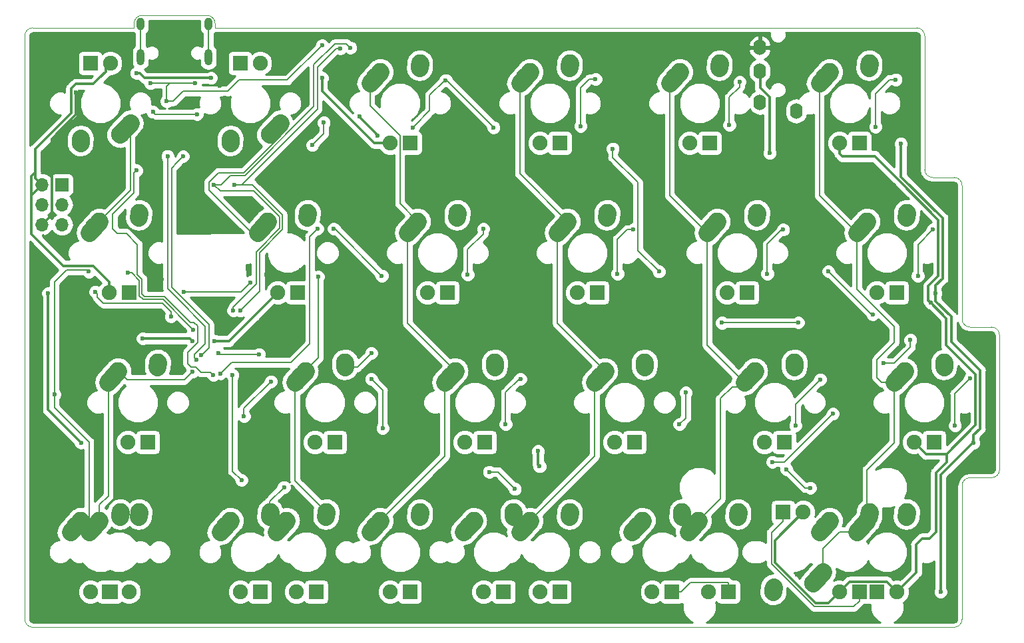
<source format=gbr>
%TF.GenerationSoftware,KiCad,Pcbnew,(6.0.0-rc1-dev-1291-g61b749f0b)*%
%TF.CreationDate,2018-12-05T20:52:07+02:00*%
%TF.ProjectId,TS48_left,54533438-5f6c-4656-9674-2e6b69636164,rev?*%
%TF.SameCoordinates,Original*%
%TF.FileFunction,Copper,L1,Top*%
%TF.FilePolarity,Positive*%
%FSLAX46Y46*%
G04 Gerber Fmt 4.6, Leading zero omitted, Abs format (unit mm)*
G04 Created by KiCad (PCBNEW (6.0.0-rc1-dev-1291-g61b749f0b)) date 12/5/2018 8:52:07 PM*
%MOMM*%
%LPD*%
G01*
G04 APERTURE LIST*
%ADD10C,0.100000*%
%ADD11R,1.700000X1.700000*%
%ADD12O,1.700000X1.700000*%
%ADD13R,1.905000X1.905000*%
%ADD14C,1.905000*%
%ADD15C,2.250000*%
%ADD16C,2.250000*%
%ADD17O,1.600000X2.000000*%
%ADD18O,1.000000X1.600000*%
%ADD19O,1.000000X2.100000*%
%ADD20C,0.600000*%
%ADD21C,0.355600*%
%ADD22C,0.203200*%
%ADD23C,0.200000*%
%ADD24C,0.254000*%
G04 APERTURE END LIST*
D10*
X90995500Y-142938500D02*
X208153000Y-142938500D01*
X89979500Y-67627500D02*
X89979500Y-141922500D01*
X103886000Y-66611500D02*
X90995500Y-66611500D01*
X114173000Y-66611500D02*
X203390500Y-66611500D01*
X204406500Y-84645500D02*
X204406500Y-67627500D01*
X208153000Y-85661500D02*
X205422500Y-85661500D01*
X209169000Y-103695500D02*
X209169000Y-86677500D01*
X212915500Y-104711500D02*
X210185000Y-104711500D01*
X213931500Y-122872500D02*
X213931500Y-105727500D01*
X212915500Y-123888500D02*
X210185000Y-123888500D01*
X209169000Y-141922500D02*
X209169000Y-124904500D01*
X209169000Y-141922500D02*
G75*
G02X208151731Y-142939769I-1017269J0D01*
G01*
X90995500Y-142938500D02*
G75*
G02X89978231Y-141921231I0J1017269D01*
G01*
X89979500Y-67627500D02*
G75*
G02X90996769Y-66610231I1017269J0D01*
G01*
X114173000Y-66040000D02*
X114173000Y-66611500D01*
X104902000Y-65024000D02*
X113157000Y-65024000D01*
X103886000Y-66040000D02*
X103886000Y-66611500D01*
X103884731Y-66041269D02*
G75*
G02X104902000Y-65024000I1017269J0D01*
G01*
X113155731Y-65022731D02*
G75*
G02X114173000Y-66040000I0J-1017269D01*
G01*
X203389231Y-66610231D02*
G75*
G02X204406500Y-67627500I0J-1017269D01*
G01*
X205422500Y-85661500D02*
G75*
G02X204405231Y-84644231I0J1017269D01*
G01*
X208153000Y-85661500D02*
G75*
G02X209170269Y-86678769I0J-1017269D01*
G01*
X210185000Y-104711500D02*
G75*
G02X209167731Y-103694231I0J1017269D01*
G01*
X212915500Y-104711500D02*
G75*
G02X213932769Y-105728769I0J-1017269D01*
G01*
X209167731Y-124905769D02*
G75*
G02X210185000Y-123888500I1017269J0D01*
G01*
X213931500Y-122872500D02*
G75*
G02X212914231Y-123889769I-1017269J0D01*
G01*
D11*
X94691200Y-86573360D03*
D12*
X92151200Y-86573360D03*
X94691200Y-89113360D03*
X92151200Y-89113360D03*
X94691200Y-91653360D03*
X92151200Y-91653360D03*
D13*
X98309000Y-71120000D03*
D14*
X100849000Y-71120000D03*
D15*
X102079000Y-80200000D03*
X102733999Y-79470000D03*
D16*
X103389000Y-78740000D02*
X102078998Y-80200000D01*
D15*
X97039000Y-81280000D03*
X97059000Y-80990000D03*
D16*
X97079000Y-80700000D02*
X97039000Y-81280000D01*
D13*
X117359000Y-71120000D03*
D14*
X119899000Y-71120000D03*
D15*
X121129000Y-80200000D03*
X121783999Y-79470000D03*
D16*
X122439000Y-78740000D02*
X121128998Y-80200000D01*
D15*
X116089000Y-81280000D03*
X116109000Y-80990000D03*
D16*
X116129000Y-80700000D02*
X116089000Y-81280000D01*
D15*
X140199000Y-71410000D03*
D16*
X140179000Y-71700000D02*
X140219000Y-71120000D01*
D15*
X140219000Y-71120000D03*
X134524001Y-72930000D03*
D16*
X133869000Y-73660000D02*
X135179002Y-72200000D01*
D15*
X135179000Y-72200000D03*
D14*
X136409000Y-81280000D03*
D13*
X138949000Y-81280000D03*
D15*
X159249000Y-71410000D03*
D16*
X159229000Y-71700000D02*
X159269000Y-71120000D01*
D15*
X159269000Y-71120000D03*
X153574001Y-72930000D03*
D16*
X152919000Y-73660000D02*
X154229002Y-72200000D01*
D15*
X154229000Y-72200000D03*
D14*
X155459000Y-81280000D03*
D13*
X157999000Y-81280000D03*
D15*
X178299000Y-71410000D03*
D16*
X178279000Y-71700000D02*
X178319000Y-71120000D01*
D15*
X178319000Y-71120000D03*
X172624001Y-72930000D03*
D16*
X171969000Y-73660000D02*
X173279002Y-72200000D01*
D15*
X173279000Y-72200000D03*
D14*
X174509000Y-81280000D03*
D13*
X177049000Y-81280000D03*
D15*
X197349000Y-71410000D03*
D16*
X197329000Y-71700000D02*
X197369000Y-71120000D01*
D15*
X197369000Y-71120000D03*
X191674001Y-72930000D03*
D16*
X191019000Y-73660000D02*
X192329002Y-72200000D01*
D15*
X192329000Y-72200000D03*
D14*
X193559000Y-81280000D03*
D13*
X196099000Y-81280000D03*
X103230000Y-100330000D03*
D14*
X100690000Y-100330000D03*
D15*
X99460000Y-91250000D03*
X98805001Y-91980000D03*
D16*
X98150000Y-92710000D02*
X99460002Y-91250000D01*
D15*
X104500000Y-90170000D03*
X104480000Y-90460000D03*
D16*
X104460000Y-90750000D02*
X104500000Y-90170000D01*
D15*
X125910000Y-90460000D03*
D16*
X125890000Y-90750000D02*
X125930000Y-90170000D01*
D15*
X125930000Y-90170000D03*
X120235001Y-91980000D03*
D16*
X119580000Y-92710000D02*
X120890002Y-91250000D01*
D15*
X120890000Y-91250000D03*
D14*
X122120000Y-100330000D03*
D13*
X124660000Y-100330000D03*
D15*
X144960000Y-90460000D03*
D16*
X144940000Y-90750000D02*
X144980000Y-90170000D01*
D15*
X144980000Y-90170000D03*
X139285001Y-91980000D03*
D16*
X138630000Y-92710000D02*
X139940002Y-91250000D01*
D15*
X139940000Y-91250000D03*
D14*
X141170000Y-100330000D03*
D13*
X143710000Y-100330000D03*
D15*
X164010000Y-90460000D03*
D16*
X163990000Y-90750000D02*
X164030000Y-90170000D01*
D15*
X164030000Y-90170000D03*
X158335001Y-91980000D03*
D16*
X157680000Y-92710000D02*
X158990002Y-91250000D01*
D15*
X158990000Y-91250000D03*
D14*
X160220000Y-100330000D03*
D13*
X162760000Y-100330000D03*
D15*
X183060000Y-90460000D03*
D16*
X183040000Y-90750000D02*
X183080000Y-90170000D01*
D15*
X183080000Y-90170000D03*
X177385001Y-91980000D03*
D16*
X176730000Y-92710000D02*
X178040002Y-91250000D01*
D15*
X178040000Y-91250000D03*
D14*
X179270000Y-100330000D03*
D13*
X181810000Y-100330000D03*
X200860000Y-100330000D03*
D14*
X198320000Y-100330000D03*
D15*
X197090000Y-91250000D03*
X196435001Y-91980000D03*
D16*
X195780000Y-92710000D02*
X197090002Y-91250000D01*
D15*
X202130000Y-90170000D03*
X202110000Y-90460000D03*
D16*
X202090000Y-90750000D02*
X202130000Y-90170000D01*
D15*
X106860000Y-109510000D03*
D16*
X106840000Y-109800000D02*
X106880000Y-109220000D01*
D15*
X106880000Y-109220000D03*
X101185001Y-111030000D03*
D16*
X100530000Y-111760000D02*
X101840002Y-110300000D01*
D15*
X101840000Y-110300000D03*
D14*
X103070000Y-119380000D03*
D13*
X105610000Y-119380000D03*
X129420000Y-119380000D03*
D14*
X126880000Y-119380000D03*
D15*
X125650000Y-110300000D03*
X124995001Y-111030000D03*
D16*
X124340000Y-111760000D02*
X125650002Y-110300000D01*
D15*
X130690000Y-109220000D03*
X130670000Y-109510000D03*
D16*
X130650000Y-109800000D02*
X130690000Y-109220000D01*
D15*
X149720000Y-109510000D03*
D16*
X149700000Y-109800000D02*
X149740000Y-109220000D01*
D15*
X149740000Y-109220000D03*
X144045001Y-111030000D03*
D16*
X143390000Y-111760000D02*
X144700002Y-110300000D01*
D15*
X144700000Y-110300000D03*
D14*
X145930000Y-119380000D03*
D13*
X148470000Y-119380000D03*
X167520000Y-119380000D03*
D14*
X164980000Y-119380000D03*
D15*
X163750000Y-110300000D03*
X163095001Y-111030000D03*
D16*
X162440000Y-111760000D02*
X163750002Y-110300000D01*
D15*
X168790000Y-109220000D03*
X168770000Y-109510000D03*
D16*
X168750000Y-109800000D02*
X168790000Y-109220000D01*
D15*
X187820000Y-109510000D03*
D16*
X187800000Y-109800000D02*
X187840000Y-109220000D01*
D15*
X187840000Y-109220000D03*
X182145001Y-111030000D03*
D16*
X181490000Y-111760000D02*
X182800002Y-110300000D01*
D15*
X182800000Y-110300000D03*
D14*
X184030000Y-119380000D03*
D13*
X186570000Y-119380000D03*
D15*
X206870000Y-109510000D03*
D16*
X206850000Y-109800000D02*
X206890000Y-109220000D01*
D15*
X206890000Y-109220000D03*
X201195001Y-111030000D03*
D16*
X200540000Y-111760000D02*
X201850002Y-110300000D01*
D15*
X201850000Y-110300000D03*
D14*
X203080000Y-119380000D03*
D13*
X205620000Y-119380000D03*
X100847000Y-138430000D03*
D14*
X98307000Y-138430000D03*
D15*
X97077000Y-129350000D03*
X96422001Y-130080000D03*
D16*
X95767000Y-130810000D02*
X97077002Y-129350000D01*
D15*
X102117000Y-128270000D03*
X102097000Y-128560000D03*
D16*
X102077000Y-128850000D02*
X102117000Y-128270000D01*
D13*
X119897000Y-138430000D03*
D14*
X117357000Y-138430000D03*
D15*
X116127000Y-129350000D03*
X115472001Y-130080000D03*
D16*
X114817000Y-130810000D02*
X116127002Y-129350000D01*
D15*
X121167000Y-128270000D03*
X121147000Y-128560000D03*
D16*
X121127000Y-128850000D02*
X121167000Y-128270000D01*
D13*
X138947000Y-138430000D03*
D14*
X136407000Y-138430000D03*
D15*
X135177000Y-129350000D03*
X134522001Y-130080000D03*
D16*
X133867000Y-130810000D02*
X135177002Y-129350000D01*
D15*
X140217000Y-128270000D03*
X140197000Y-128560000D03*
D16*
X140177000Y-128850000D02*
X140217000Y-128270000D01*
D13*
X157997000Y-138430000D03*
D14*
X155457000Y-138430000D03*
D15*
X154227000Y-129350000D03*
X153572001Y-130080000D03*
D16*
X152917000Y-130810000D02*
X154227002Y-129350000D01*
D15*
X159267000Y-128270000D03*
X159247000Y-128560000D03*
D16*
X159227000Y-128850000D02*
X159267000Y-128270000D01*
D13*
X179427000Y-138430000D03*
D14*
X176887000Y-138430000D03*
D15*
X175657000Y-129350000D03*
X175002001Y-130080000D03*
D16*
X174347000Y-130810000D02*
X175657002Y-129350000D01*
D15*
X180697000Y-128270000D03*
X180677000Y-128560000D03*
D16*
X180657000Y-128850000D02*
X180697000Y-128270000D01*
D14*
X200857000Y-138430000D03*
D13*
X198317000Y-138430000D03*
D15*
X197087000Y-129350000D03*
X196432001Y-130080000D03*
D16*
X195777000Y-130810000D02*
X197087002Y-129350000D01*
D15*
X202127000Y-128270000D03*
X202107000Y-128560000D03*
D16*
X202087000Y-128850000D02*
X202127000Y-128270000D01*
D15*
X104480375Y-128560000D03*
D16*
X104460375Y-128850000D02*
X104500375Y-128270000D01*
D15*
X104500375Y-128270000D03*
X98805376Y-130080000D03*
D16*
X98150375Y-130810000D02*
X99460377Y-129350000D01*
D15*
X99460375Y-129350000D03*
D13*
X100690375Y-138430000D03*
D14*
X103230375Y-138430000D03*
D15*
X128290375Y-128560000D03*
D16*
X128270375Y-128850000D02*
X128310375Y-128270000D01*
D15*
X128310375Y-128270000D03*
X122615376Y-130080000D03*
D16*
X121960375Y-130810000D02*
X123270377Y-129350000D01*
D15*
X123270375Y-129350000D03*
D14*
X124500375Y-138430000D03*
D13*
X127040375Y-138430000D03*
X172280375Y-138430000D03*
D14*
X169740375Y-138430000D03*
D15*
X168510375Y-129350000D03*
X167855376Y-130080000D03*
D16*
X167200375Y-130810000D02*
X168510377Y-129350000D01*
D15*
X173550375Y-128270000D03*
X173530375Y-128560000D03*
D16*
X173510375Y-128850000D02*
X173550375Y-128270000D01*
D15*
X152100375Y-128560000D03*
D16*
X152080375Y-128850000D02*
X152120375Y-128270000D01*
D15*
X152120375Y-128270000D03*
X146425376Y-130080000D03*
D16*
X145770375Y-130810000D02*
X147080377Y-129350000D01*
D15*
X147080375Y-129350000D03*
D14*
X148310375Y-138430000D03*
D13*
X150850375Y-138430000D03*
D15*
X185157000Y-138140000D03*
D16*
X185177000Y-137850000D02*
X185137000Y-138430000D01*
D15*
X185137000Y-138430000D03*
X190831999Y-136620000D03*
D16*
X191487000Y-135890000D02*
X190176998Y-137350000D01*
D15*
X190177000Y-137350000D03*
D14*
X188947000Y-128270000D03*
D13*
X186407000Y-128270000D03*
X196100375Y-138430000D03*
D14*
X193560375Y-138430000D03*
D15*
X192330375Y-129350000D03*
X191675376Y-130080000D03*
D16*
X191020375Y-130810000D02*
X192330377Y-129350000D01*
D15*
X197370375Y-128270000D03*
X197350375Y-128560000D03*
D16*
X197330375Y-128850000D02*
X197370375Y-128270000D01*
D17*
X188050200Y-77207920D03*
X183450200Y-76107920D03*
X183450200Y-69107920D03*
X183450200Y-72107920D03*
D18*
X113331720Y-66150800D03*
X104691720Y-66150800D03*
D19*
X113331720Y-70330800D03*
X104691720Y-70330800D03*
D20*
X127787400Y-73006800D03*
X184708800Y-82570320D03*
X155229560Y-120502669D03*
X155448000Y-122448000D03*
X205191360Y-101615240D03*
X114122200Y-106502200D03*
X111312960Y-106471720D03*
X104968040Y-106157080D03*
X104988360Y-103459280D03*
X107411520Y-98592640D03*
X105923080Y-98546920D03*
X125857000Y-76200000D03*
X197993000Y-106426000D03*
X205994000Y-105791000D03*
X194056000Y-124841000D03*
X185166000Y-125222000D03*
X155448000Y-124841000D03*
X147447000Y-125349000D03*
X100584000Y-103505000D03*
X118364000Y-68453000D03*
X120269000Y-68453000D03*
X137586720Y-116738400D03*
X115407440Y-75524360D03*
X114747040Y-74025760D03*
X202712320Y-121579640D03*
X167020240Y-123708160D03*
X167360600Y-71821040D03*
X151622760Y-103022400D03*
X153690320Y-100182680D03*
X136545320Y-100258880D03*
X173761400Y-100324920D03*
X195701920Y-119217440D03*
X186888120Y-141076680D03*
X159750760Y-119192040D03*
X177012600Y-119456200D03*
X122712480Y-118684040D03*
X131897120Y-138475720D03*
X107614720Y-138699240D03*
X166938960Y-138043920D03*
X187192920Y-81234280D03*
X147340320Y-81432400D03*
X132466080Y-81295240D03*
X118755160Y-81650840D03*
X92252800Y-68925440D03*
X113471960Y-91267280D03*
X113908840Y-115295680D03*
X107645200Y-115793520D03*
X96550480Y-110916720D03*
X98501200Y-109895640D03*
X204378560Y-135696960D03*
X141442440Y-119461280D03*
X132715000Y-116702840D03*
X99430200Y-68453000D03*
X97294700Y-68465700D03*
X110032040Y-76161200D03*
X111887000Y-75565000D03*
X124460000Y-106299000D03*
X124460000Y-106299000D03*
X124460000Y-106299000D03*
X128270000Y-110871000D03*
X200152000Y-130048000D03*
X197485000Y-136017000D03*
X202819000Y-125730000D03*
X194691000Y-128524000D03*
X187452000Y-139065000D03*
X202946000Y-140208000D03*
X117602000Y-88646000D03*
X125095000Y-97409000D03*
X96520000Y-74803000D03*
X95758000Y-71628000D03*
X188150500Y-136207500D03*
X175260000Y-103060500D03*
X181102000Y-105346500D03*
X170878500Y-80962500D03*
X160274000Y-80772000D03*
X146367500Y-79311500D03*
X124714000Y-81534000D03*
X111887000Y-80772000D03*
X108554520Y-66969640D03*
X115125500Y-71501000D03*
X102616000Y-72072500D03*
X115570000Y-104267000D03*
X118618000Y-106553000D03*
X102997000Y-106553000D03*
X117792500Y-110617000D03*
X125349000Y-122364500D03*
X180848000Y-126047500D03*
X181864000Y-122364500D03*
X122682000Y-102616000D03*
X107421680Y-68605400D03*
X103809800Y-74178160D03*
X118597680Y-97439480D03*
X120680480Y-98054160D03*
X98963480Y-87751920D03*
X100131880Y-83251040D03*
X101813360Y-116281200D03*
X98445320Y-106949240D03*
X117119400Y-83997800D03*
X105415080Y-87172800D03*
X105892600Y-92806520D03*
X95300800Y-114863880D03*
X139334240Y-141386560D03*
X198165720Y-79212440D03*
X200736200Y-73201800D03*
X180898800Y-73481200D03*
X179578000Y-78994000D03*
X162560000Y-73151000D03*
X160655000Y-79121000D03*
X143510000Y-73278000D03*
X149589035Y-79304170D03*
X139293600Y-79349310D03*
X113949480Y-110815120D03*
X104190800Y-84775040D03*
X203540999Y-98181160D03*
X205460600Y-92277200D03*
X186410600Y-92315300D03*
X184404000Y-97917000D03*
X167373300Y-92302600D03*
X165354000Y-97917000D03*
X148285200Y-92201000D03*
X146304000Y-98044000D03*
X129260600Y-92201000D03*
X135382000Y-98171000D03*
X127198120Y-92201000D03*
X114868960Y-110642400D03*
X208264760Y-117261640D03*
X210185000Y-111251000D03*
X187990480Y-117246400D03*
X191135000Y-111378000D03*
X174040800Y-113054400D03*
X173228000Y-117094000D03*
X153004520Y-111327200D03*
X151130000Y-117094000D03*
X135483600Y-117602000D03*
X134035800Y-111327200D03*
X134035800Y-108027200D03*
X117535960Y-124200920D03*
X116398040Y-110830360D03*
X122937000Y-125095000D03*
X108032040Y-75961200D03*
X105968800Y-73680320D03*
X111658400Y-73680320D03*
X127787400Y-68826800D03*
X106258360Y-77327760D03*
X111871760Y-77617320D03*
X128010920Y-78673960D03*
X126543800Y-81546400D03*
X164745400Y-82003600D03*
X192161160Y-97617280D03*
X197802800Y-103074200D03*
X170621960Y-97642680D03*
X185052000Y-121887980D03*
X192750440Y-115742720D03*
X199151240Y-109311440D03*
X202602800Y-106374200D03*
X186842400Y-122849640D03*
X189852000Y-125187980D03*
X149039440Y-123154440D03*
X152310800Y-125322600D03*
X111264046Y-110409010D03*
X93741240Y-113299240D03*
X98115120Y-97652840D03*
X127304800Y-98298000D03*
X188341000Y-104140000D03*
X178638200Y-104170480D03*
X92953840Y-100396040D03*
X104170480Y-72390000D03*
X113649760Y-72989440D03*
X134838440Y-80304640D03*
X132506720Y-77901800D03*
X210646000Y-119443500D03*
X206429600Y-138430000D03*
X205820000Y-100393500D03*
X201375000Y-81343500D03*
X97138500Y-119443500D03*
X118673880Y-99009200D03*
X110190280Y-100213160D03*
X117856000Y-116078000D03*
X121285000Y-111633000D03*
X116459000Y-102616000D03*
X114002800Y-86563200D03*
X131373880Y-69133720D03*
X117411500Y-102616000D03*
X116607600Y-86563200D03*
X130114040Y-69245480D03*
X119745760Y-108158280D03*
X114589944Y-107992508D03*
X98922840Y-100223320D03*
X108564680Y-103347520D03*
X103124000Y-97820480D03*
X111348520Y-105023920D03*
X110109000Y-82964000D03*
X112428451Y-108290216D03*
X108140500Y-82947500D03*
X111827410Y-108891257D03*
D21*
X199904501Y-137477501D02*
X200857000Y-138430000D01*
X199574299Y-137147299D02*
X199904501Y-137477501D01*
X194843076Y-137147299D02*
X199574299Y-137147299D01*
X193560375Y-138430000D02*
X194843076Y-137147299D01*
X135061962Y-81280000D02*
X136409000Y-81280000D01*
X134380000Y-81280000D02*
X135061962Y-81280000D01*
X127787400Y-74687400D02*
X134380000Y-81280000D01*
X127787400Y-73006800D02*
X127787400Y-74687400D01*
X92151200Y-86573360D02*
X90779600Y-87944960D01*
X184708800Y-75438400D02*
X184708800Y-82570320D01*
X183475600Y-74205200D02*
X184708800Y-75438400D01*
X183475600Y-72849600D02*
X183475600Y-74205200D01*
X155229560Y-120502669D02*
X155229560Y-122229560D01*
X155229560Y-122229560D02*
X155448000Y-122448000D01*
X185352899Y-134679597D02*
X190525702Y-139852400D01*
X185352899Y-131864101D02*
X185352899Y-134679597D01*
X188947000Y-128270000D02*
X185352899Y-131864101D01*
X192137975Y-139852400D02*
X193560375Y-138430000D01*
X190525702Y-139852400D02*
X192137975Y-139852400D01*
X207172560Y-103596440D02*
X207172560Y-107040680D01*
X207172560Y-107040680D02*
X210901280Y-110769400D01*
X210901280Y-110769400D02*
X210901280Y-117175280D01*
X210901280Y-117175280D02*
X207197960Y-120878600D01*
X204578600Y-120878600D02*
X203080000Y-119380000D01*
X207197960Y-120878600D02*
X204578600Y-120878600D01*
X205191360Y-101615240D02*
X207172560Y-103596440D01*
X204891640Y-101315520D02*
X205191360Y-101615240D01*
X193559000Y-81280000D02*
X193559000Y-82627038D01*
X201310238Y-86207598D02*
X206156560Y-91053920D01*
X204891640Y-99507040D02*
X204891640Y-101315520D01*
X206156560Y-91053920D02*
X206156560Y-98242120D01*
X206156560Y-98242120D02*
X204891640Y-99507040D01*
X201310238Y-86207598D02*
X201305158Y-86207598D01*
X198064120Y-82966560D02*
X193898522Y-82966560D01*
X201305158Y-86207598D02*
X198064120Y-82966560D01*
X193559000Y-82627038D02*
X193898522Y-82966560D01*
X92151200Y-86573360D02*
X91301201Y-85723361D01*
X99466400Y-72989440D02*
X100279200Y-72176640D01*
X100279200Y-72176640D02*
X100279200Y-71120000D01*
X122120000Y-100330000D02*
X119138040Y-103311960D01*
X90779600Y-85494761D02*
X91301201Y-84973160D01*
X90779600Y-87944960D02*
X90779600Y-85494761D01*
X91301201Y-85723361D02*
X91301201Y-84973160D01*
X201911101Y-137375899D02*
X200857000Y-138430000D01*
X119138040Y-103311960D02*
X119138040Y-103320240D01*
X119138040Y-103311960D02*
X119131080Y-103311960D01*
X119131080Y-103311960D02*
X115940840Y-106502200D01*
X115940840Y-106502200D02*
X114122200Y-106502200D01*
X111312960Y-106471720D02*
X110998320Y-106157080D01*
X110998320Y-106157080D02*
X104968040Y-106157080D01*
X100690000Y-98957720D02*
X100690000Y-100330000D01*
X98663760Y-96931480D02*
X100690000Y-98957720D01*
X94863920Y-96931480D02*
X98663760Y-96931480D01*
X90779600Y-87944960D02*
X90779600Y-92847160D01*
X90779600Y-92847160D02*
X94863920Y-96931480D01*
X91301201Y-84973160D02*
X91301201Y-82058879D01*
X91301201Y-82058879D02*
X95879920Y-77480160D01*
X95879920Y-77480160D02*
X95879920Y-74350880D01*
X95879920Y-74350880D02*
X96453960Y-73776840D01*
X98679000Y-73776840D02*
X99466400Y-72989440D01*
X96453960Y-73776840D02*
X98679000Y-73776840D01*
X201911101Y-137375899D02*
X201922381Y-137375899D01*
X201922381Y-137375899D02*
X203342240Y-135956040D01*
X203342240Y-135956040D02*
X203342240Y-132379720D01*
X203342240Y-132379720D02*
X204094080Y-131627880D01*
X204094080Y-131627880D02*
X205023720Y-131627880D01*
X205023720Y-131627880D02*
X205846680Y-130804920D01*
X205846680Y-130804920D02*
X205846680Y-123230640D01*
X207197960Y-121879360D02*
X207197960Y-120878600D01*
X205846680Y-123230640D02*
X207197960Y-121879360D01*
X110032040Y-76161200D02*
X111290800Y-76161200D01*
X111290800Y-76161200D02*
X111887000Y-75565000D01*
X96520000Y-77637640D02*
X96520000Y-74803000D01*
X93400880Y-80756760D02*
X96520000Y-77637640D01*
X92151200Y-91653360D02*
X93400880Y-90403680D01*
X93400880Y-90403680D02*
X93400880Y-80756760D01*
X105923080Y-98122656D02*
X105389680Y-97589256D01*
X105923080Y-98546920D02*
X105923080Y-98122656D01*
X105389680Y-97589256D02*
X105389680Y-93309440D01*
X105389680Y-93309440D02*
X105892600Y-92806520D01*
D22*
X104691720Y-69077600D02*
X104691720Y-66150800D01*
X104691720Y-70330800D02*
X104691720Y-69077600D01*
X113331720Y-69077600D02*
X113331720Y-66150800D01*
X113331720Y-70330800D02*
X113331720Y-69077600D01*
X198165720Y-78788176D02*
X198165720Y-79212440D01*
X198165720Y-74969080D02*
X198165720Y-78788176D01*
X199933000Y-73201800D02*
X198165720Y-74969080D01*
X200736200Y-73201800D02*
X199933000Y-73201800D01*
X179578000Y-75455200D02*
X179578000Y-78994000D01*
X180898800Y-73481200D02*
X180898800Y-74134400D01*
X180898800Y-74134400D02*
X179578000Y-75455200D01*
X161756800Y-73151000D02*
X160655000Y-74252800D01*
X162560000Y-73151000D02*
X161756800Y-73151000D01*
X160655000Y-74252800D02*
X160655000Y-79121000D01*
X149589035Y-79207035D02*
X149589035Y-79304170D01*
X143660000Y-73278000D02*
X149589035Y-79207035D01*
X143510000Y-73278000D02*
X143660000Y-73278000D01*
X141478000Y-77164910D02*
X139593599Y-79049311D01*
X143360000Y-73278000D02*
X141478000Y-75160000D01*
X141478000Y-75160000D02*
X141478000Y-77164910D01*
X143510000Y-73278000D02*
X143360000Y-73278000D01*
X139593599Y-79049311D02*
X139293600Y-79349310D01*
X113578640Y-110444280D02*
X113949480Y-110815120D01*
X112374680Y-110444280D02*
X113578640Y-110444280D01*
X111754920Y-109824520D02*
X112374680Y-110444280D01*
X111165640Y-109824520D02*
X111754920Y-109824520D01*
X110683040Y-109341920D02*
X111165640Y-109824520D01*
X110683040Y-107939840D02*
X110683040Y-109341920D01*
X101747602Y-92801722D02*
X102920800Y-92801722D01*
X101127560Y-92181680D02*
X101747602Y-92801722D01*
X101127560Y-90347800D02*
X101127560Y-92181680D01*
X103880920Y-85084920D02*
X103880920Y-87594440D01*
X104307640Y-94188562D02*
X104307640Y-97998280D01*
X103880920Y-87594440D02*
X101127560Y-90347800D01*
X104307640Y-97998280D02*
X104902000Y-98592640D01*
X105186480Y-100802440D02*
X107736640Y-100802440D01*
X111947960Y-106674920D02*
X110683040Y-107939840D01*
X104902000Y-98592640D02*
X104902000Y-100517960D01*
X104902000Y-100517960D02*
X105186480Y-100802440D01*
X111947960Y-104576880D02*
X111947960Y-106674920D01*
X107736640Y-100802440D02*
X111043720Y-104109520D01*
X102920800Y-92801722D02*
X104307640Y-94188562D01*
X111043720Y-104109520D02*
X111480600Y-104109520D01*
X104190800Y-84775040D02*
X103880920Y-85084920D01*
X111480600Y-104109520D02*
X111947960Y-104576880D01*
X203540999Y-98181160D02*
X203540999Y-94196801D01*
X203540999Y-94196801D02*
X205460600Y-92277200D01*
X186260600Y-92315300D02*
X184404000Y-94171900D01*
X186410600Y-92315300D02*
X186260600Y-92315300D01*
X184404000Y-94171900D02*
X184404000Y-97917000D01*
X166570100Y-92302600D02*
X165354000Y-93518700D01*
X167373300Y-92302600D02*
X166570100Y-92302600D01*
X165354000Y-93518700D02*
X165354000Y-97917000D01*
X146304000Y-94835400D02*
X146304000Y-98044000D01*
X148285200Y-92201000D02*
X148285200Y-92854200D01*
X148285200Y-92854200D02*
X146304000Y-94835400D01*
X135380600Y-98171000D02*
X135382000Y-98171000D01*
X129260600Y-92201000D02*
X129410600Y-92201000D01*
X129410600Y-92201000D02*
X135380600Y-98171000D01*
X126898121Y-92500999D02*
X127198120Y-92201000D01*
X116311680Y-109199680D02*
X123845320Y-109199680D01*
X114868960Y-110642400D02*
X116311680Y-109199680D01*
X123845320Y-109199680D02*
X126217680Y-106827320D01*
X126217680Y-106827320D02*
X126217680Y-93177360D01*
X126217680Y-93177360D02*
X126894041Y-92500999D01*
X126894041Y-92500999D02*
X126898121Y-92500999D01*
X208264760Y-117261640D02*
X208264760Y-113171240D01*
X208264760Y-113171240D02*
X210185000Y-111251000D01*
X187990480Y-117246400D02*
X187990480Y-114522520D01*
X187990480Y-114522520D02*
X191135000Y-111378000D01*
X174040800Y-113054400D02*
X174040800Y-116281200D01*
X174040800Y-116281200D02*
X173228000Y-117094000D01*
X152854520Y-111327200D02*
X151130000Y-113051720D01*
X153004520Y-111327200D02*
X152854520Y-111327200D01*
X151130000Y-113051720D02*
X151130000Y-117094000D01*
X135483600Y-117602000D02*
X135483600Y-112775000D01*
X135483600Y-112775000D02*
X134035800Y-111327200D01*
X130650000Y-109800000D02*
X132263000Y-109800000D01*
X132263000Y-109800000D02*
X134035800Y-108027200D01*
X117535960Y-124200920D02*
X116398040Y-123063000D01*
X116398040Y-123063000D02*
X116398040Y-110830360D01*
X121127000Y-128850000D02*
X121127000Y-126905000D01*
X121127000Y-126905000D02*
X122937000Y-125095000D01*
X121167000Y-130016625D02*
X121167000Y-128270000D01*
X121167000Y-128890000D02*
X121127000Y-128850000D01*
X121167000Y-130016625D02*
X121167000Y-128890000D01*
X121960375Y-130810000D02*
X121167000Y-130016625D01*
X108032040Y-74085960D02*
X108032040Y-75961200D01*
X108437680Y-73680320D02*
X108032040Y-74085960D01*
X105968800Y-73680320D02*
X108437680Y-73680320D01*
X108437680Y-73680320D02*
X111658400Y-73680320D01*
X108835240Y-75961200D02*
X110130600Y-74665840D01*
X108032040Y-75961200D02*
X108835240Y-75961200D01*
X110130600Y-74665840D02*
X115824000Y-74665840D01*
X115824000Y-74665840D02*
X117226080Y-73263760D01*
X117226080Y-73263760D02*
X123350440Y-73263760D01*
X123350440Y-73263760D02*
X127787400Y-68826800D01*
X106258360Y-77327760D02*
X106558359Y-77627759D01*
X106558359Y-77627759D02*
X111861321Y-77627759D01*
X111861321Y-77627759D02*
X111871760Y-77617320D01*
X128010920Y-78673960D02*
X128010920Y-80079280D01*
X128010920Y-80079280D02*
X126543800Y-81546400D01*
X192161160Y-97617280D02*
X197618080Y-103074200D01*
X197618080Y-103074200D02*
X197802800Y-103074200D01*
X164745400Y-83106800D02*
X164745400Y-82003600D01*
X167944800Y-86306200D02*
X164745400Y-83106800D01*
X167944800Y-94965520D02*
X167944800Y-86306200D01*
X170621960Y-97642680D02*
X167944800Y-94965520D01*
X202602800Y-107277400D02*
X202602800Y-106374200D01*
X200568760Y-109311440D02*
X202602800Y-107277400D01*
X199151240Y-109311440D02*
X200568760Y-109311440D01*
X186605180Y-121887980D02*
X192750440Y-115742720D01*
X185052000Y-121887980D02*
X186605180Y-121887980D01*
X186842400Y-122849640D02*
X189180740Y-125187980D01*
X189180740Y-125187980D02*
X189852000Y-125187980D01*
X149039440Y-123154440D02*
X150142640Y-123154440D01*
X150142640Y-123154440D02*
X152310800Y-125322600D01*
X100585374Y-111815374D02*
X100585374Y-126226466D01*
X100530000Y-111760000D02*
X100585374Y-111815374D01*
X99460375Y-127351465D02*
X99460375Y-129350000D01*
X100585374Y-126226466D02*
X99460375Y-127351465D01*
X98150000Y-92560000D02*
X98150000Y-92710000D01*
X103389000Y-87321000D02*
X98150000Y-92560000D01*
X103389000Y-78740000D02*
X103389000Y-87321000D01*
X110248057Y-111424999D02*
X110964047Y-110709009D01*
X110964047Y-110709009D02*
X111264046Y-110409010D01*
X101840000Y-110300000D02*
X102964999Y-111424999D01*
X102964999Y-111424999D02*
X110248057Y-111424999D01*
X98150375Y-130810000D02*
X98150375Y-119339055D01*
X98150375Y-119339055D02*
X93741240Y-114929920D01*
X93741240Y-114929920D02*
X93741240Y-113299240D01*
X93741240Y-98983800D02*
X93741240Y-113299240D01*
X95265240Y-97459800D02*
X93741240Y-98983800D01*
X97800160Y-97459800D02*
X95265240Y-97459800D01*
X98150000Y-97821160D02*
X98115120Y-97652840D01*
X98115120Y-97652840D02*
X97800160Y-97459800D01*
X122439000Y-78740000D02*
X122439000Y-80385080D01*
X122439000Y-80385080D02*
X117784880Y-85039200D01*
X117784880Y-85039200D02*
X114604800Y-85039200D01*
X114604800Y-85039200D02*
X113380520Y-86263480D01*
X113380520Y-86263480D02*
X113380520Y-87269320D01*
X118821200Y-92710000D02*
X119580000Y-92710000D01*
X113380520Y-87269320D02*
X118821200Y-92710000D01*
X124340000Y-111610000D02*
X124340000Y-111760000D01*
X127304800Y-108645200D02*
X124340000Y-111610000D01*
X127304800Y-98298000D02*
X127304800Y-108645200D01*
X124340000Y-124299625D02*
X128310375Y-128270000D01*
X124340000Y-111760000D02*
X124340000Y-124299625D01*
X133869000Y-73660000D02*
X133869000Y-76551360D01*
X133869000Y-76551360D02*
X137673080Y-80355440D01*
X137673080Y-88983080D02*
X139940000Y-91250000D01*
X137673080Y-80355440D02*
X137673080Y-88983080D01*
X138630000Y-104230000D02*
X144700000Y-110300000D01*
X138630000Y-92710000D02*
X138630000Y-104230000D01*
X143390000Y-121137000D02*
X135177000Y-129350000D01*
X143390000Y-111760000D02*
X143390000Y-121137000D01*
X152919000Y-85179000D02*
X158990000Y-91250000D01*
X152919000Y-73660000D02*
X152919000Y-85179000D01*
X157680000Y-104230000D02*
X163750000Y-110300000D01*
X157680000Y-92710000D02*
X157680000Y-104230000D01*
X152917000Y-130660000D02*
X152917000Y-130810000D01*
X162440000Y-121137000D02*
X152917000Y-130660000D01*
X162440000Y-111760000D02*
X162440000Y-121137000D01*
X171969000Y-87949000D02*
X176730000Y-92710000D01*
X171969000Y-73660000D02*
X171969000Y-87949000D01*
X176730000Y-107000000D02*
X181490000Y-111760000D01*
X176730000Y-92710000D02*
X176730000Y-107000000D01*
X181089078Y-111760000D02*
X180515038Y-112334040D01*
X181490000Y-111760000D02*
X181089078Y-111760000D01*
X180515038Y-112334040D02*
X179928520Y-112334040D01*
X179928520Y-112334040D02*
X178440080Y-113822480D01*
X174347000Y-130660000D02*
X174347000Y-130810000D01*
X178440080Y-126566920D02*
X174347000Y-130660000D01*
X178440080Y-113822480D02*
X178440080Y-126566920D01*
X193626078Y-130810000D02*
X195777000Y-130810000D01*
X191487000Y-132949078D02*
X193626078Y-130810000D01*
X191487000Y-135890000D02*
X191487000Y-132949078D01*
X188310520Y-104170480D02*
X188341000Y-104140000D01*
X178638200Y-104170480D02*
X188310520Y-104170480D01*
X191019000Y-87949000D02*
X195780000Y-92710000D01*
X191019000Y-73660000D02*
X191019000Y-87949000D01*
X195780000Y-92710000D02*
X195780000Y-99910240D01*
X195780000Y-99910240D02*
X200517760Y-104648000D01*
X200517760Y-104648000D02*
X200517760Y-106680000D01*
X200517760Y-106680000D02*
X198313040Y-108884720D01*
X198313040Y-108884720D02*
X198313040Y-111125000D01*
X198948040Y-111760000D02*
X200540000Y-111760000D01*
X198313040Y-111125000D02*
X198948040Y-111760000D01*
X200540000Y-111760000D02*
X200540000Y-119444120D01*
X197087000Y-129500000D02*
X195777000Y-130810000D01*
X197087000Y-122897120D02*
X197087000Y-129500000D01*
X200540000Y-119444120D02*
X197087000Y-122897120D01*
D21*
X104594744Y-72390000D02*
X105204344Y-72999600D01*
X104170480Y-72390000D02*
X104594744Y-72390000D01*
X105204344Y-72999600D02*
X113639600Y-72999600D01*
X113639600Y-72999600D02*
X113649760Y-72989440D01*
X134538441Y-80004641D02*
X134538441Y-79999561D01*
X134838440Y-80304640D02*
X134538441Y-80004641D01*
X134538441Y-79999561D02*
X132506720Y-77967840D01*
X132506720Y-77967840D02*
X132506720Y-77901800D01*
X201375000Y-82349100D02*
X201375000Y-81343500D01*
X201375000Y-85553924D02*
X201375000Y-82349100D01*
X206679800Y-90858724D02*
X201375000Y-85553924D01*
X206679800Y-98528100D02*
X206679800Y-90858724D01*
X205820000Y-99387900D02*
X206679800Y-98528100D01*
X205820000Y-100393500D02*
X205820000Y-99387900D01*
X205820000Y-101399100D02*
X205820000Y-100393500D01*
X210646000Y-119443500D02*
X210646000Y-118437900D01*
X210646000Y-118437900D02*
X211444840Y-117639060D01*
X211444840Y-117639060D02*
X211444840Y-110208640D01*
X211444840Y-110208640D02*
X207797400Y-106561200D01*
X207797400Y-106561200D02*
X207797400Y-103376500D01*
X207797400Y-103376500D02*
X205820000Y-101399100D01*
X206429600Y-124665500D02*
X206429600Y-125150880D01*
X206429600Y-125952023D02*
X206429600Y-138430000D01*
X206429600Y-125150880D02*
X206429600Y-125952023D01*
X210546000Y-119443500D02*
X210646000Y-119443500D01*
X206429600Y-125150880D02*
X206429600Y-123559900D01*
X206429600Y-123559900D02*
X210546000Y-119443500D01*
X92953840Y-100396040D02*
X92953840Y-115258840D01*
X92953840Y-115258840D02*
X97138500Y-119443500D01*
D22*
X179427000Y-137274300D02*
X179427000Y-138430000D01*
X179376199Y-137223499D02*
X179427000Y-137274300D01*
X174642576Y-137223499D02*
X179376199Y-137223499D01*
X173436075Y-138430000D02*
X174642576Y-137223499D01*
X172280375Y-138430000D02*
X173436075Y-138430000D01*
X110614544Y-100213160D02*
X110619624Y-100218240D01*
X110190280Y-100213160D02*
X110614544Y-100213160D01*
X117464840Y-100218240D02*
X118673880Y-99009200D01*
X110619624Y-100218240D02*
X117464840Y-100218240D01*
X117856000Y-116078000D02*
X117856000Y-115062000D01*
X117856000Y-115062000D02*
X121285000Y-111633000D01*
X114956000Y-86563200D02*
X116093920Y-85425280D01*
X114002800Y-86563200D02*
X114956000Y-86563200D01*
X117944642Y-85425280D02*
X126746000Y-76623922D01*
X116093920Y-85425280D02*
X117944642Y-85425280D01*
X126746000Y-76623922D02*
X126746000Y-71379080D01*
X126746000Y-71379080D02*
X126746000Y-71297800D01*
X126746000Y-71297800D02*
X129413000Y-68630800D01*
X130870960Y-68630800D02*
X131373880Y-69133720D01*
X129413000Y-68630800D02*
X130870960Y-68630800D01*
X114828320Y-87388720D02*
X114002800Y-86563200D01*
X119069642Y-87388720D02*
X114828320Y-87388720D01*
X122269001Y-90588079D02*
X119069642Y-87388720D01*
X122269001Y-90590121D02*
X122269001Y-90588079D01*
X122392440Y-90713560D02*
X122269001Y-90590121D01*
X116459000Y-102616000D02*
X116459000Y-102191736D01*
X116459000Y-102191736D02*
X119439001Y-99211735D01*
X119439001Y-99211735D02*
X119439001Y-95046800D01*
X119439001Y-95046800D02*
X119476520Y-95046800D01*
X119476520Y-95046800D02*
X122392440Y-92130880D01*
X122392440Y-92130880D02*
X122392440Y-90713560D01*
X117560800Y-86563200D02*
X116607600Y-86563200D01*
X117560800Y-86563200D02*
X127177800Y-76946200D01*
X127177800Y-76946200D02*
X127177800Y-72318880D01*
X127177800Y-72318880D02*
X127177800Y-71643240D01*
X127177800Y-71643240D02*
X129575560Y-69245480D01*
X129575560Y-69245480D02*
X130114040Y-69245480D01*
X119847360Y-95199200D02*
X122748049Y-92298511D01*
X122748049Y-92298511D02*
X122748049Y-90429101D01*
X119847360Y-100180140D02*
X119847360Y-95199200D01*
X118882148Y-86563200D02*
X117560800Y-86563200D01*
X117411500Y-102616000D02*
X119847360Y-100180140D01*
X122748049Y-90429101D02*
X118882148Y-86563200D01*
X119745760Y-108158280D02*
X114755716Y-108158280D01*
X114755716Y-108158280D02*
X114589944Y-107992508D01*
X99222839Y-100523319D02*
X98922840Y-100223320D01*
X99222839Y-100947583D02*
X99222839Y-100523319D01*
X108564680Y-102923256D02*
X108559600Y-102918176D01*
X108564680Y-103347520D02*
X108564680Y-102923256D01*
X108559600Y-102918176D02*
X108559600Y-102743000D01*
X108559600Y-102743000D02*
X107505584Y-101688984D01*
X107505584Y-101688984D02*
X99964240Y-101688984D01*
X99964240Y-101688984D02*
X99222839Y-100947583D01*
X110987840Y-104663240D02*
X111348520Y-105023920D01*
X110987840Y-104617520D02*
X110987840Y-104663240D01*
X103548264Y-97820480D02*
X104528704Y-98800920D01*
X103124000Y-97820480D02*
X103548264Y-97820480D01*
X104528704Y-98800920D02*
X104528704Y-100713624D01*
X104528704Y-100713624D02*
X104988360Y-101173280D01*
X104988360Y-101173280D02*
X107543600Y-101173280D01*
X107543600Y-101173280D02*
X110987840Y-104617520D01*
D23*
X110109000Y-82964000D02*
X109358000Y-83715000D01*
D22*
X112728450Y-107990217D02*
X112428451Y-108290216D01*
X109358000Y-83727720D02*
X108630720Y-84455000D01*
X109358000Y-83715000D02*
X109358000Y-83727720D01*
X108630720Y-84455000D02*
X108630720Y-99613720D01*
X108630720Y-99613720D02*
X113411000Y-104394000D01*
X113411000Y-104394000D02*
X113411000Y-107307667D01*
X113411000Y-107307667D02*
X112728450Y-107990217D01*
D23*
X108140500Y-82947500D02*
X108140500Y-83897500D01*
D22*
X108140500Y-83897500D02*
X108169001Y-83926001D01*
X108169001Y-99850501D02*
X109313980Y-100995480D01*
X108169001Y-83926001D02*
X108169001Y-99850501D01*
X108906389Y-100587889D02*
X109313980Y-100995480D01*
X112938560Y-104620060D02*
X112938560Y-106820815D01*
X111527411Y-108591258D02*
X111827410Y-108891257D01*
X112938560Y-106820815D02*
X111527411Y-108231964D01*
X109313980Y-100995480D02*
X112938560Y-104620060D01*
X111527411Y-108231964D02*
X111527411Y-108591258D01*
X196100375Y-139585700D02*
X196100375Y-138430000D01*
X190346841Y-140284211D02*
X195401864Y-140284211D01*
X195401864Y-140284211D02*
X196100375Y-139585700D01*
X184921088Y-130911612D02*
X184921088Y-134858458D01*
X184921088Y-134858458D02*
X190346841Y-140284211D01*
X186407000Y-128270000D02*
X186407000Y-129425700D01*
X186407000Y-129425700D02*
X184921088Y-130911612D01*
D24*
G36*
X208622367Y-104207406D02*
X208717182Y-104436311D01*
X208717187Y-104436316D01*
X208937698Y-104766334D01*
X208937699Y-104766337D01*
X209025297Y-104853934D01*
X209112894Y-104941532D01*
X209112897Y-104941533D01*
X209442920Y-105162048D01*
X209442921Y-105162049D01*
X209671826Y-105256864D01*
X210061118Y-105334299D01*
X210061120Y-105334299D01*
X210122459Y-105346500D01*
X212852957Y-105346500D01*
X213057028Y-105387092D01*
X213177009Y-105467262D01*
X213257176Y-105587240D01*
X213296501Y-105784939D01*
X213296500Y-122809956D01*
X213255907Y-123014029D01*
X213175740Y-123134007D01*
X213055759Y-123214177D01*
X212858067Y-123253500D01*
X210122459Y-123253500D01*
X210061120Y-123265701D01*
X210061118Y-123265701D01*
X209671826Y-123343136D01*
X209442921Y-123437951D01*
X209112897Y-123658467D01*
X209112894Y-123658468D01*
X209025297Y-123746066D01*
X208937699Y-123833663D01*
X208937699Y-123833664D01*
X208717187Y-124163684D01*
X208717182Y-124163689D01*
X208622367Y-124392594D01*
X208544932Y-124781887D01*
X208544932Y-124787005D01*
X208534001Y-124841959D01*
X208534000Y-141859956D01*
X208493407Y-142064029D01*
X208413240Y-142184007D01*
X208293259Y-142264177D01*
X208095567Y-142303500D01*
X200504360Y-142303500D01*
X200837975Y-142165312D01*
X201445312Y-141557975D01*
X201774000Y-140764452D01*
X201774000Y-139905548D01*
X201725534Y-139788540D01*
X201756247Y-139775818D01*
X202202818Y-139329247D01*
X202444500Y-138745773D01*
X202444500Y-138114227D01*
X202408927Y-138028345D01*
X202508377Y-137961895D01*
X202553724Y-137894028D01*
X203860372Y-136587381D01*
X203928236Y-136542036D01*
X204107880Y-136273179D01*
X204155040Y-136036090D01*
X204155040Y-136036089D01*
X204170963Y-135956040D01*
X204155040Y-135875990D01*
X204155040Y-134772351D01*
X204366642Y-134860000D01*
X204967358Y-134860000D01*
X205522346Y-134630116D01*
X205616801Y-134535661D01*
X205616801Y-137948997D01*
X205494600Y-138244017D01*
X205494600Y-138615983D01*
X205636945Y-138959635D01*
X205899965Y-139222655D01*
X206243617Y-139365000D01*
X206615583Y-139365000D01*
X206959235Y-139222655D01*
X207222255Y-138959635D01*
X207364600Y-138615983D01*
X207364600Y-138244017D01*
X207242400Y-137948999D01*
X207242400Y-123896572D01*
X210760473Y-120378500D01*
X210831983Y-120378500D01*
X211175635Y-120236155D01*
X211438655Y-119973135D01*
X211581000Y-119629483D01*
X211581000Y-119257517D01*
X211458800Y-118962499D01*
X211458800Y-118774572D01*
X211962972Y-118270401D01*
X212030836Y-118225056D01*
X212210480Y-117956199D01*
X212235713Y-117829343D01*
X212273563Y-117639061D01*
X212257640Y-117559011D01*
X212257640Y-110288689D01*
X212273563Y-110208639D01*
X212210480Y-109891501D01*
X212177737Y-109842498D01*
X212030836Y-109622644D01*
X211962971Y-109577298D01*
X208610200Y-106224528D01*
X208610200Y-104146238D01*
X208622367Y-104207406D01*
X208622367Y-104207406D01*
G37*
X208622367Y-104207406D02*
X208717182Y-104436311D01*
X208717187Y-104436316D01*
X208937698Y-104766334D01*
X208937699Y-104766337D01*
X209025297Y-104853934D01*
X209112894Y-104941532D01*
X209112897Y-104941533D01*
X209442920Y-105162048D01*
X209442921Y-105162049D01*
X209671826Y-105256864D01*
X210061118Y-105334299D01*
X210061120Y-105334299D01*
X210122459Y-105346500D01*
X212852957Y-105346500D01*
X213057028Y-105387092D01*
X213177009Y-105467262D01*
X213257176Y-105587240D01*
X213296501Y-105784939D01*
X213296500Y-122809956D01*
X213255907Y-123014029D01*
X213175740Y-123134007D01*
X213055759Y-123214177D01*
X212858067Y-123253500D01*
X210122459Y-123253500D01*
X210061120Y-123265701D01*
X210061118Y-123265701D01*
X209671826Y-123343136D01*
X209442921Y-123437951D01*
X209112897Y-123658467D01*
X209112894Y-123658468D01*
X209025297Y-123746066D01*
X208937699Y-123833663D01*
X208937699Y-123833664D01*
X208717187Y-124163684D01*
X208717182Y-124163689D01*
X208622367Y-124392594D01*
X208544932Y-124781887D01*
X208544932Y-124787005D01*
X208534001Y-124841959D01*
X208534000Y-141859956D01*
X208493407Y-142064029D01*
X208413240Y-142184007D01*
X208293259Y-142264177D01*
X208095567Y-142303500D01*
X200504360Y-142303500D01*
X200837975Y-142165312D01*
X201445312Y-141557975D01*
X201774000Y-140764452D01*
X201774000Y-139905548D01*
X201725534Y-139788540D01*
X201756247Y-139775818D01*
X202202818Y-139329247D01*
X202444500Y-138745773D01*
X202444500Y-138114227D01*
X202408927Y-138028345D01*
X202508377Y-137961895D01*
X202553724Y-137894028D01*
X203860372Y-136587381D01*
X203928236Y-136542036D01*
X204107880Y-136273179D01*
X204155040Y-136036090D01*
X204155040Y-136036089D01*
X204170963Y-135956040D01*
X204155040Y-135875990D01*
X204155040Y-134772351D01*
X204366642Y-134860000D01*
X204967358Y-134860000D01*
X205522346Y-134630116D01*
X205616801Y-134535661D01*
X205616801Y-137948997D01*
X205494600Y-138244017D01*
X205494600Y-138615983D01*
X205636945Y-138959635D01*
X205899965Y-139222655D01*
X206243617Y-139365000D01*
X206615583Y-139365000D01*
X206959235Y-139222655D01*
X207222255Y-138959635D01*
X207364600Y-138615983D01*
X207364600Y-138244017D01*
X207242400Y-137948999D01*
X207242400Y-123896572D01*
X210760473Y-120378500D01*
X210831983Y-120378500D01*
X211175635Y-120236155D01*
X211438655Y-119973135D01*
X211581000Y-119629483D01*
X211581000Y-119257517D01*
X211458800Y-118962499D01*
X211458800Y-118774572D01*
X211962972Y-118270401D01*
X212030836Y-118225056D01*
X212210480Y-117956199D01*
X212235713Y-117829343D01*
X212273563Y-117639061D01*
X212257640Y-117559011D01*
X212257640Y-110288689D01*
X212273563Y-110208639D01*
X212210480Y-109891501D01*
X212177737Y-109842498D01*
X212030836Y-109622644D01*
X211962971Y-109577298D01*
X208610200Y-106224528D01*
X208610200Y-104146238D01*
X208622367Y-104207406D01*
G36*
X112196720Y-65739018D02*
X112196720Y-66562583D01*
X112262574Y-66893655D01*
X112513432Y-67269089D01*
X112595121Y-67323672D01*
X112595120Y-68907928D01*
X112513431Y-68962511D01*
X112476439Y-69017873D01*
X112445517Y-68986951D01*
X112092676Y-68840800D01*
X111710764Y-68840800D01*
X111357923Y-68986951D01*
X111087871Y-69257003D01*
X110941720Y-69609844D01*
X110941720Y-69991756D01*
X111087871Y-70344597D01*
X111357923Y-70614649D01*
X111710764Y-70760800D01*
X112092676Y-70760800D01*
X112196720Y-70717704D01*
X112196720Y-70992583D01*
X112262574Y-71323655D01*
X112513432Y-71699089D01*
X112888866Y-71949946D01*
X113331720Y-72038035D01*
X113774575Y-71949946D01*
X114150009Y-71699089D01*
X114400866Y-71323655D01*
X114466720Y-70992583D01*
X114466720Y-69669017D01*
X114400866Y-69337945D01*
X114150009Y-68962511D01*
X114068320Y-68907928D01*
X114068320Y-67323672D01*
X114150009Y-67269089D01*
X114158692Y-67256094D01*
X114173000Y-67258940D01*
X114235541Y-67246500D01*
X184738208Y-67246500D01*
X184715200Y-67302046D01*
X184715200Y-67713794D01*
X184872769Y-68094200D01*
X185163920Y-68385351D01*
X185544326Y-68542920D01*
X185956074Y-68542920D01*
X186336480Y-68385351D01*
X186627631Y-68094200D01*
X186785200Y-67713794D01*
X186785200Y-67302046D01*
X186762192Y-67246500D01*
X203333067Y-67246500D01*
X203530759Y-67285823D01*
X203650740Y-67365993D01*
X203730907Y-67485971D01*
X203771501Y-67690049D01*
X203771500Y-84708040D01*
X203782432Y-84762999D01*
X203782432Y-84768113D01*
X203859867Y-85157406D01*
X203954682Y-85386311D01*
X203954687Y-85386316D01*
X204175198Y-85716334D01*
X204175199Y-85716337D01*
X204262797Y-85803934D01*
X204350394Y-85891532D01*
X204350397Y-85891533D01*
X204680420Y-86112048D01*
X204680421Y-86112049D01*
X204909326Y-86206864D01*
X205298618Y-86284299D01*
X205298620Y-86284299D01*
X205359959Y-86296500D01*
X208090457Y-86296500D01*
X208294528Y-86337092D01*
X208414509Y-86417262D01*
X208494676Y-86537240D01*
X208534001Y-86734939D01*
X208534000Y-103015900D01*
X208530355Y-103010444D01*
X208383396Y-102790504D01*
X208315531Y-102745158D01*
X206632800Y-101062428D01*
X206632800Y-100874501D01*
X206755000Y-100579483D01*
X206755000Y-100207517D01*
X206632800Y-99912499D01*
X206632800Y-99724572D01*
X207197932Y-99159441D01*
X207265796Y-99114096D01*
X207445440Y-98845239D01*
X207492600Y-98608150D01*
X207492600Y-98608149D01*
X207508523Y-98528100D01*
X207492600Y-98448050D01*
X207492600Y-90938773D01*
X207508523Y-90858723D01*
X207445440Y-90541585D01*
X207370281Y-90429101D01*
X207265796Y-90272728D01*
X207197931Y-90227383D01*
X202187800Y-85217252D01*
X202187800Y-81824501D01*
X202310000Y-81529483D01*
X202310000Y-81157517D01*
X202167655Y-80813865D01*
X201904635Y-80550845D01*
X201560983Y-80408500D01*
X201189017Y-80408500D01*
X200845365Y-80550845D01*
X200582345Y-80813865D01*
X200440000Y-81157517D01*
X200440000Y-81529483D01*
X200562201Y-81824502D01*
X200562200Y-82429149D01*
X200562201Y-82429154D01*
X200562200Y-84315168D01*
X198695463Y-82448431D01*
X198650116Y-82380564D01*
X198381259Y-82200920D01*
X198144170Y-82153760D01*
X198064120Y-82137837D01*
X197984070Y-82153760D01*
X197698940Y-82153760D01*
X197698940Y-80327500D01*
X197649657Y-80079735D01*
X197526683Y-79895693D01*
X197636085Y-80005095D01*
X197979737Y-80147440D01*
X198351703Y-80147440D01*
X198695355Y-80005095D01*
X198958375Y-79742075D01*
X199100720Y-79398423D01*
X199100720Y-79026457D01*
X198958375Y-78682805D01*
X198902320Y-78626750D01*
X198902320Y-77328782D01*
X199053654Y-77480116D01*
X199608642Y-77710000D01*
X200209358Y-77710000D01*
X200764346Y-77480116D01*
X201189116Y-77055346D01*
X201419000Y-76500358D01*
X201419000Y-75899642D01*
X201189116Y-75344654D01*
X200764346Y-74919884D01*
X200209358Y-74690000D01*
X199608642Y-74690000D01*
X199400148Y-74776361D01*
X200194310Y-73982200D01*
X200206565Y-73994455D01*
X200550217Y-74136800D01*
X200922183Y-74136800D01*
X201265835Y-73994455D01*
X201528855Y-73731435D01*
X201671200Y-73387783D01*
X201671200Y-73015817D01*
X201528855Y-72672165D01*
X201265835Y-72409145D01*
X200922183Y-72266800D01*
X200550217Y-72266800D01*
X200206565Y-72409145D01*
X200150510Y-72465200D01*
X200005540Y-72465200D01*
X199932999Y-72450771D01*
X199860459Y-72465200D01*
X199860456Y-72465200D01*
X199645593Y-72507939D01*
X199401942Y-72670742D01*
X199360849Y-72732242D01*
X197696162Y-74396929D01*
X197634662Y-74438022D01*
X197471859Y-74681674D01*
X197429120Y-74896537D01*
X197429120Y-74896540D01*
X197414691Y-74969080D01*
X197429120Y-75041620D01*
X197429120Y-75607598D01*
X197057674Y-74710848D01*
X196318152Y-73971326D01*
X195351921Y-73571100D01*
X194306079Y-73571100D01*
X193339848Y-73971326D01*
X192600326Y-74710848D01*
X192200100Y-75677079D01*
X192200100Y-76722921D01*
X192600326Y-77689152D01*
X193339848Y-78428674D01*
X194306079Y-78828900D01*
X195351921Y-78828900D01*
X196318152Y-78428674D01*
X197057674Y-77689152D01*
X197429120Y-76792401D01*
X197429121Y-78626749D01*
X197373065Y-78682805D01*
X197230720Y-79026457D01*
X197230720Y-79398423D01*
X197373065Y-79742075D01*
X197483307Y-79852317D01*
X197299265Y-79729343D01*
X197051500Y-79680060D01*
X195146500Y-79680060D01*
X194898735Y-79729343D01*
X194688691Y-79869691D01*
X194570556Y-80046491D01*
X194458247Y-79934182D01*
X193874773Y-79692500D01*
X193243227Y-79692500D01*
X192659753Y-79934182D01*
X192213182Y-80380753D01*
X191971500Y-80964227D01*
X191971500Y-81595773D01*
X192213182Y-82179247D01*
X192659753Y-82625818D01*
X192736345Y-82657543D01*
X192793360Y-82944176D01*
X192844785Y-83021139D01*
X192973005Y-83213034D01*
X193040869Y-83258379D01*
X193267179Y-83484689D01*
X193312526Y-83552556D01*
X193581383Y-83732200D01*
X193818472Y-83779360D01*
X193898522Y-83795283D01*
X193978572Y-83779360D01*
X197727448Y-83779360D01*
X200673816Y-86725729D01*
X200719162Y-86793594D01*
X200802339Y-86849171D01*
X202362576Y-88409408D01*
X202253463Y-88379773D01*
X202017661Y-88410000D01*
X201779914Y-88410000D01*
X201673363Y-88454135D01*
X201558976Y-88468798D01*
X201352691Y-88586961D01*
X201133040Y-88677944D01*
X201051488Y-88759496D01*
X200951421Y-88816816D01*
X200806060Y-89004924D01*
X200637944Y-89173040D01*
X200593808Y-89279594D01*
X200523294Y-89370844D01*
X200460983Y-89600263D01*
X200370000Y-89819914D01*
X200370000Y-90109386D01*
X200322245Y-90801839D01*
X200388799Y-91321024D01*
X200736816Y-91928579D01*
X201290844Y-92356706D01*
X201966537Y-92540227D01*
X202661024Y-92451201D01*
X203268579Y-92103184D01*
X203696706Y-91549156D01*
X203833903Y-91044022D01*
X203866048Y-90577910D01*
X203890000Y-90520086D01*
X203890000Y-90230609D01*
X203897755Y-90118161D01*
X203890000Y-90057664D01*
X203890000Y-89936833D01*
X205295367Y-91342200D01*
X205274617Y-91342200D01*
X204930965Y-91484545D01*
X204667945Y-91747565D01*
X204525600Y-92091217D01*
X204525600Y-92170490D01*
X203071439Y-93624652D01*
X203009942Y-93665743D01*
X202968851Y-93727240D01*
X202968848Y-93727243D01*
X202847138Y-93909395D01*
X202789970Y-94196801D01*
X202804400Y-94269346D01*
X202804399Y-97595470D01*
X202748344Y-97651525D01*
X202605999Y-97995177D01*
X202605999Y-98367143D01*
X202748344Y-98710795D01*
X203011364Y-98973815D01*
X203355016Y-99116160D01*
X203726982Y-99116160D01*
X204070634Y-98973815D01*
X204333654Y-98710795D01*
X204475999Y-98367143D01*
X204475999Y-97995177D01*
X204333654Y-97651525D01*
X204277599Y-97595470D01*
X204277599Y-96721874D01*
X204369642Y-96760000D01*
X204970358Y-96760000D01*
X205343761Y-96605331D01*
X205343761Y-97905446D01*
X204373511Y-98875697D01*
X204305644Y-98921044D01*
X204176652Y-99114096D01*
X204126000Y-99189902D01*
X204062917Y-99507040D01*
X204078840Y-99587090D01*
X204078841Y-101235465D01*
X204062917Y-101315520D01*
X204126000Y-101632658D01*
X204197930Y-101740309D01*
X204285275Y-101871030D01*
X204398705Y-102144875D01*
X204661725Y-102407895D01*
X204956743Y-102530095D01*
X206359760Y-103933113D01*
X206359761Y-106960625D01*
X206343837Y-107040680D01*
X206406920Y-107357818D01*
X206471888Y-107455049D01*
X206489225Y-107480996D01*
X206433363Y-107504135D01*
X206318976Y-107518798D01*
X206112691Y-107636961D01*
X205893040Y-107727944D01*
X205811488Y-107809496D01*
X205711421Y-107866816D01*
X205566060Y-108054924D01*
X205397944Y-108223040D01*
X205353808Y-108329594D01*
X205283294Y-108420844D01*
X205220983Y-108650263D01*
X205130000Y-108869914D01*
X205130000Y-109159386D01*
X205082245Y-109851839D01*
X205148799Y-110371024D01*
X205496816Y-110978579D01*
X206050844Y-111406706D01*
X206726537Y-111590227D01*
X207421024Y-111501201D01*
X208028579Y-111153184D01*
X208456706Y-110599156D01*
X208593903Y-110094022D01*
X208625034Y-109642626D01*
X209548059Y-110565651D01*
X209392345Y-110721365D01*
X209250000Y-111065017D01*
X209250000Y-111144291D01*
X207795200Y-112599091D01*
X207733703Y-112640182D01*
X207692612Y-112701679D01*
X207692609Y-112701682D01*
X207570899Y-112883834D01*
X207513731Y-113171240D01*
X207528161Y-113243785D01*
X207528160Y-116675950D01*
X207472105Y-116732005D01*
X207329760Y-117075657D01*
X207329760Y-117447623D01*
X207472105Y-117791275D01*
X207735125Y-118054295D01*
X208078777Y-118196640D01*
X208450743Y-118196640D01*
X208794395Y-118054295D01*
X209057415Y-117791275D01*
X209199760Y-117447623D01*
X209199760Y-117075657D01*
X209057415Y-116732005D01*
X209001360Y-116675950D01*
X209001360Y-115756864D01*
X209129642Y-115810000D01*
X209730358Y-115810000D01*
X210088481Y-115661660D01*
X210088481Y-116838606D01*
X207219940Y-119707148D01*
X207219940Y-118427500D01*
X207170657Y-118179735D01*
X207030309Y-117969691D01*
X206820265Y-117829343D01*
X206572500Y-117780060D01*
X204667500Y-117780060D01*
X204419735Y-117829343D01*
X204209691Y-117969691D01*
X204091556Y-118146491D01*
X203979247Y-118034182D01*
X203395773Y-117792500D01*
X202764227Y-117792500D01*
X202180753Y-118034182D01*
X201734182Y-118480753D01*
X201492500Y-119064227D01*
X201492500Y-119695773D01*
X201734182Y-120279247D01*
X202180753Y-120725818D01*
X202764227Y-120967500D01*
X203395773Y-120967500D01*
X203482220Y-120931692D01*
X203947257Y-121396729D01*
X203992604Y-121464596D01*
X204260451Y-121643565D01*
X204261461Y-121644240D01*
X204578599Y-121707323D01*
X204658649Y-121691400D01*
X206236447Y-121691400D01*
X205328549Y-122599299D01*
X205260685Y-122644644D01*
X205215340Y-122712508D01*
X205081040Y-122913502D01*
X205017957Y-123230640D01*
X205033881Y-123310695D01*
X205033880Y-130468247D01*
X204687048Y-130815080D01*
X204174129Y-130815080D01*
X204094079Y-130799157D01*
X203776941Y-130862240D01*
X203508084Y-131041884D01*
X203462739Y-131109748D01*
X202824109Y-131748379D01*
X202756245Y-131793724D01*
X202710900Y-131861588D01*
X202576600Y-132062582D01*
X202513517Y-132379720D01*
X202529441Y-132459775D01*
X202529440Y-135619367D01*
X201426966Y-136721842D01*
X201325105Y-136789903D01*
X201279760Y-136857767D01*
X201259220Y-136878307D01*
X201172773Y-136842500D01*
X200541227Y-136842500D01*
X200454780Y-136878308D01*
X200205642Y-136629170D01*
X200160295Y-136561303D01*
X199891438Y-136381659D01*
X199654349Y-136334499D01*
X199574299Y-136318576D01*
X199494249Y-136334499D01*
X194923125Y-136334499D01*
X194843075Y-136318576D01*
X194669814Y-136353040D01*
X194525937Y-136381659D01*
X194257080Y-136561303D01*
X194211734Y-136629168D01*
X193962595Y-136878307D01*
X193876148Y-136842500D01*
X193244602Y-136842500D01*
X192850506Y-137005739D01*
X192912744Y-136936375D01*
X193179589Y-136486069D01*
X193278854Y-135792970D01*
X193183749Y-135421200D01*
X193341223Y-135578674D01*
X194307454Y-135978900D01*
X195353296Y-135978900D01*
X196319527Y-135578674D01*
X197059049Y-134839152D01*
X197208688Y-134477893D01*
X197358326Y-134839152D01*
X198097848Y-135578674D01*
X199064079Y-135978900D01*
X200109921Y-135978900D01*
X201076152Y-135578674D01*
X201815674Y-134839152D01*
X202215900Y-133872921D01*
X202215900Y-132827079D01*
X201815674Y-131860848D01*
X201076152Y-131121326D01*
X200109921Y-130721100D01*
X199064079Y-130721100D01*
X198097848Y-131121326D01*
X197358326Y-131860848D01*
X197208688Y-132222107D01*
X197103166Y-131967355D01*
X198365194Y-130560822D01*
X198579056Y-130346960D01*
X198665040Y-130139375D01*
X198779591Y-129946069D01*
X198795960Y-129831777D01*
X198937081Y-129649156D01*
X199074278Y-129144022D01*
X199106423Y-128677910D01*
X199130375Y-128620086D01*
X199130375Y-128330609D01*
X199138130Y-128218161D01*
X199130375Y-128157664D01*
X199130375Y-127919914D01*
X199086240Y-127813363D01*
X199073802Y-127716329D01*
X199092079Y-127723900D01*
X200137921Y-127723900D01*
X200491321Y-127577517D01*
X200457983Y-127700263D01*
X200367000Y-127919914D01*
X200367000Y-128209386D01*
X200319245Y-128901839D01*
X200385799Y-129421024D01*
X200733816Y-130028579D01*
X201287844Y-130456706D01*
X201963537Y-130640227D01*
X202658024Y-130551201D01*
X203265579Y-130203184D01*
X203693706Y-129649156D01*
X203830903Y-129144022D01*
X203863048Y-128677910D01*
X203887000Y-128620086D01*
X203887000Y-128330609D01*
X203894755Y-128218161D01*
X203887000Y-128157664D01*
X203887000Y-127919914D01*
X203842865Y-127813363D01*
X203828202Y-127698975D01*
X203710037Y-127492688D01*
X203619056Y-127273040D01*
X203537506Y-127191490D01*
X203480184Y-127091420D01*
X203292071Y-126946055D01*
X203123960Y-126777944D01*
X203017409Y-126733809D01*
X202926156Y-126663293D01*
X202696735Y-126600982D01*
X202477086Y-126510000D01*
X202361754Y-126510000D01*
X202250463Y-126479773D01*
X202014661Y-126510000D01*
X201874389Y-126510000D01*
X202243900Y-125617921D01*
X202243900Y-124572079D01*
X201843674Y-123605848D01*
X201104152Y-122866326D01*
X200137921Y-122466100D01*
X199092079Y-122466100D01*
X198183301Y-122842528D01*
X201009558Y-120016271D01*
X201071058Y-119975178D01*
X201233861Y-119731527D01*
X201276600Y-119516664D01*
X201276600Y-119516660D01*
X201291029Y-119444121D01*
X201276600Y-119371582D01*
X201276600Y-113777079D01*
X201721100Y-113777079D01*
X201721100Y-114822921D01*
X202121326Y-115789152D01*
X202860848Y-116528674D01*
X203827079Y-116928900D01*
X204872921Y-116928900D01*
X205839152Y-116528674D01*
X206578674Y-115789152D01*
X206978900Y-114822921D01*
X206978900Y-113777079D01*
X206578674Y-112810848D01*
X205839152Y-112071326D01*
X204872921Y-111671100D01*
X203827079Y-111671100D01*
X202860848Y-112071326D01*
X202121326Y-112810848D01*
X201721100Y-113777079D01*
X201276600Y-113777079D01*
X201276600Y-113388240D01*
X201315357Y-113378325D01*
X201734215Y-113064414D01*
X203128194Y-111510822D01*
X203342056Y-111296960D01*
X203428040Y-111089375D01*
X203542591Y-110896069D01*
X203560814Y-110768832D01*
X203610000Y-110650086D01*
X203610000Y-110425398D01*
X203641856Y-110202970D01*
X203610000Y-110078444D01*
X203610000Y-109949914D01*
X203524017Y-109742332D01*
X203468328Y-109524643D01*
X203391242Y-109421786D01*
X203342056Y-109303040D01*
X203183176Y-109144160D01*
X203048423Y-108964357D01*
X202937847Y-108898831D01*
X202846960Y-108807944D01*
X202639367Y-108721956D01*
X202446070Y-108607411D01*
X202330981Y-108590928D01*
X203072361Y-107849549D01*
X203133858Y-107808458D01*
X203174949Y-107746961D01*
X203174951Y-107746959D01*
X203296661Y-107564807D01*
X203305339Y-107521181D01*
X203339400Y-107349944D01*
X203339400Y-107349941D01*
X203353829Y-107277400D01*
X203339400Y-107204860D01*
X203339400Y-106959890D01*
X203395455Y-106903835D01*
X203537800Y-106560183D01*
X203537800Y-106188217D01*
X203395455Y-105844565D01*
X203132435Y-105581545D01*
X202788783Y-105439200D01*
X202416817Y-105439200D01*
X202073165Y-105581545D01*
X201810145Y-105844565D01*
X201667800Y-106188217D01*
X201667800Y-106560183D01*
X201810145Y-106903835D01*
X201866200Y-106959890D01*
X201866200Y-106972290D01*
X200263651Y-108574840D01*
X199736930Y-108574840D01*
X199700780Y-108538690D01*
X200987320Y-107252149D01*
X201048818Y-107211058D01*
X201089909Y-107149561D01*
X201089911Y-107149559D01*
X201211621Y-106967407D01*
X201226350Y-106893359D01*
X201254360Y-106752544D01*
X201254360Y-106752541D01*
X201268789Y-106680000D01*
X201254360Y-106607460D01*
X201254360Y-104720538D01*
X201268789Y-104647999D01*
X201254360Y-104575460D01*
X201254360Y-104575456D01*
X201211621Y-104360593D01*
X201048818Y-104116942D01*
X200987318Y-104075849D01*
X198772383Y-101860914D01*
X199219247Y-101675818D01*
X199331556Y-101563509D01*
X199449691Y-101740309D01*
X199659735Y-101880657D01*
X199907500Y-101929940D01*
X201812500Y-101929940D01*
X202060265Y-101880657D01*
X202270309Y-101740309D01*
X202410657Y-101530265D01*
X202459940Y-101282500D01*
X202459940Y-99377500D01*
X202410657Y-99129735D01*
X202270309Y-98919691D01*
X202060265Y-98779343D01*
X201812500Y-98730060D01*
X199907500Y-98730060D01*
X199659735Y-98779343D01*
X199449691Y-98919691D01*
X199331556Y-99096491D01*
X199219247Y-98984182D01*
X198635773Y-98742500D01*
X198004227Y-98742500D01*
X197420753Y-98984182D01*
X196974182Y-99430753D01*
X196789086Y-99877617D01*
X196516600Y-99605131D01*
X196516600Y-94727079D01*
X196961100Y-94727079D01*
X196961100Y-95772921D01*
X197361326Y-96739152D01*
X198100848Y-97478674D01*
X199067079Y-97878900D01*
X200112921Y-97878900D01*
X201079152Y-97478674D01*
X201818674Y-96739152D01*
X202218900Y-95772921D01*
X202218900Y-94727079D01*
X201818674Y-93760848D01*
X201079152Y-93021326D01*
X200112921Y-92621100D01*
X199067079Y-92621100D01*
X198100848Y-93021326D01*
X197361326Y-93760848D01*
X196961100Y-94727079D01*
X196516600Y-94727079D01*
X196516600Y-94338240D01*
X196555357Y-94328325D01*
X196974215Y-94014414D01*
X198368194Y-92460822D01*
X198582056Y-92246960D01*
X198668040Y-92039375D01*
X198782591Y-91846069D01*
X198800814Y-91718832D01*
X198850000Y-91600086D01*
X198850000Y-91375398D01*
X198881856Y-91152970D01*
X198850000Y-91028444D01*
X198850000Y-90899914D01*
X198764017Y-90692332D01*
X198708328Y-90474643D01*
X198631242Y-90371786D01*
X198582056Y-90253040D01*
X198423176Y-90094160D01*
X198288423Y-89914357D01*
X198177847Y-89848831D01*
X198086960Y-89757944D01*
X197879367Y-89671956D01*
X197686070Y-89557411D01*
X197558839Y-89539189D01*
X197440086Y-89490000D01*
X197215386Y-89490000D01*
X196992971Y-89458146D01*
X196868453Y-89490000D01*
X196739914Y-89490000D01*
X196532318Y-89575989D01*
X196314644Y-89631674D01*
X196211795Y-89708754D01*
X196093040Y-89757944D01*
X195934149Y-89916835D01*
X195895786Y-89945586D01*
X195811840Y-90039144D01*
X195597944Y-90253040D01*
X195579100Y-90298533D01*
X195026319Y-90914609D01*
X191755600Y-87643891D01*
X191755600Y-75288240D01*
X191794357Y-75278325D01*
X192213215Y-74964414D01*
X193607194Y-73410822D01*
X193821056Y-73196960D01*
X193907040Y-72989375D01*
X194021591Y-72796069D01*
X194039814Y-72668832D01*
X194089000Y-72550086D01*
X194089000Y-72325398D01*
X194120856Y-72102970D01*
X194089000Y-71978444D01*
X194089000Y-71849914D01*
X194048377Y-71751839D01*
X195561245Y-71751839D01*
X195627799Y-72271024D01*
X195975816Y-72878579D01*
X196529844Y-73306706D01*
X197205537Y-73490227D01*
X197900024Y-73401201D01*
X198507579Y-73053184D01*
X198935706Y-72499156D01*
X199072903Y-71994022D01*
X199105048Y-71527910D01*
X199129000Y-71470086D01*
X199129000Y-71180609D01*
X199136755Y-71068161D01*
X199129000Y-71007664D01*
X199129000Y-70769914D01*
X199084865Y-70663363D01*
X199070202Y-70548975D01*
X198952037Y-70342688D01*
X198861056Y-70123040D01*
X198779506Y-70041490D01*
X198722184Y-69941420D01*
X198534071Y-69796055D01*
X198365960Y-69627944D01*
X198259409Y-69583809D01*
X198168156Y-69513293D01*
X197938735Y-69450982D01*
X197719086Y-69360000D01*
X197603754Y-69360000D01*
X197492463Y-69329773D01*
X197256661Y-69360000D01*
X197018914Y-69360000D01*
X196912363Y-69404135D01*
X196797976Y-69418798D01*
X196591691Y-69536961D01*
X196372040Y-69627944D01*
X196290488Y-69709496D01*
X196190421Y-69766816D01*
X196045060Y-69954924D01*
X195876944Y-70123040D01*
X195832808Y-70229594D01*
X195762294Y-70320844D01*
X195699983Y-70550263D01*
X195609000Y-70769914D01*
X195609000Y-71059386D01*
X195561245Y-71751839D01*
X194048377Y-71751839D01*
X194003017Y-71642332D01*
X193947328Y-71424643D01*
X193870242Y-71321786D01*
X193821056Y-71203040D01*
X193662176Y-71044160D01*
X193527423Y-70864357D01*
X193416847Y-70798831D01*
X193325960Y-70707944D01*
X193118367Y-70621956D01*
X192925070Y-70507411D01*
X192797839Y-70489189D01*
X192679086Y-70440000D01*
X192454386Y-70440000D01*
X192231971Y-70408146D01*
X192107453Y-70440000D01*
X191978914Y-70440000D01*
X191771318Y-70525989D01*
X191553644Y-70581674D01*
X191450795Y-70658754D01*
X191332040Y-70707944D01*
X191173149Y-70866835D01*
X191134786Y-70895586D01*
X191050840Y-70989144D01*
X190836944Y-71203040D01*
X190818100Y-71248533D01*
X189593256Y-72613625D01*
X189326411Y-73063932D01*
X189227146Y-73757030D01*
X189400675Y-74435357D01*
X189591516Y-74690000D01*
X189448642Y-74690000D01*
X188893654Y-74919884D01*
X188468884Y-75344654D01*
X188360418Y-75606513D01*
X188050200Y-75544807D01*
X187490292Y-75656180D01*
X187015624Y-75973343D01*
X186698460Y-76448011D01*
X186615200Y-76866587D01*
X186615200Y-77549252D01*
X186698460Y-77967828D01*
X187015623Y-78442496D01*
X187490291Y-78759660D01*
X188050200Y-78871033D01*
X188610108Y-78759660D01*
X189084776Y-78442497D01*
X189401940Y-77967829D01*
X189453225Y-77710000D01*
X190049358Y-77710000D01*
X190282400Y-77613471D01*
X190282401Y-87876455D01*
X190267971Y-87949000D01*
X190325139Y-88236406D01*
X190446849Y-88418558D01*
X190446852Y-88418561D01*
X190487943Y-88480058D01*
X190549440Y-88521149D01*
X194107806Y-92079515D01*
X194087411Y-92113932D01*
X193988146Y-92807030D01*
X194161675Y-93485357D01*
X194352516Y-93740000D01*
X194209642Y-93740000D01*
X193654654Y-93969884D01*
X193229884Y-94394654D01*
X193000000Y-94949642D01*
X193000000Y-95550358D01*
X193229884Y-96105346D01*
X193654654Y-96530116D01*
X194209642Y-96760000D01*
X194810358Y-96760000D01*
X195043401Y-96663470D01*
X195043401Y-99457811D01*
X193096160Y-97510571D01*
X193096160Y-97431297D01*
X192953815Y-97087645D01*
X192690795Y-96824625D01*
X192347143Y-96682280D01*
X191975177Y-96682280D01*
X191631525Y-96824625D01*
X191368505Y-97087645D01*
X191226160Y-97431297D01*
X191226160Y-97803263D01*
X191368505Y-98146915D01*
X191631525Y-98409935D01*
X191975177Y-98552280D01*
X192054451Y-98552280D01*
X196942362Y-103440192D01*
X197010145Y-103603835D01*
X197273165Y-103866855D01*
X197616817Y-104009200D01*
X197988783Y-104009200D01*
X198332435Y-103866855D01*
X198513671Y-103685620D01*
X199781160Y-104953109D01*
X199781161Y-106374889D01*
X197843482Y-108312569D01*
X197781982Y-108353662D01*
X197619179Y-108597314D01*
X197576440Y-108812177D01*
X197576440Y-108812180D01*
X197562011Y-108884720D01*
X197576440Y-108957261D01*
X197576441Y-111052455D01*
X197562011Y-111125000D01*
X197619179Y-111412406D01*
X197740889Y-111594558D01*
X197740892Y-111594561D01*
X197781983Y-111656058D01*
X197843480Y-111697149D01*
X198375890Y-112229560D01*
X198416982Y-112291058D01*
X198478479Y-112332149D01*
X198478481Y-112332151D01*
X198610271Y-112420210D01*
X198660633Y-112453861D01*
X198875496Y-112496600D01*
X198875499Y-112496600D01*
X198913704Y-112504199D01*
X198921675Y-112535357D01*
X199112516Y-112790000D01*
X198969642Y-112790000D01*
X198414654Y-113019884D01*
X197989884Y-113444654D01*
X197760000Y-113999642D01*
X197760000Y-114600358D01*
X197989884Y-115155346D01*
X198414654Y-115580116D01*
X198969642Y-115810000D01*
X199570358Y-115810000D01*
X199803401Y-115713470D01*
X199803401Y-119139010D01*
X196617442Y-122324969D01*
X196555942Y-122366062D01*
X196393139Y-122609714D01*
X196350400Y-122824577D01*
X196350400Y-122824580D01*
X196335971Y-122897120D01*
X196350400Y-122969660D01*
X196350401Y-126800958D01*
X196291863Y-126859496D01*
X196191796Y-126916816D01*
X196046435Y-127104924D01*
X195878319Y-127273040D01*
X195834183Y-127379594D01*
X195763669Y-127470844D01*
X195701358Y-127700263D01*
X195610375Y-127919914D01*
X195610375Y-128209386D01*
X195600877Y-128347107D01*
X195594944Y-128353040D01*
X195576100Y-128398533D01*
X194351256Y-129763625D01*
X194167688Y-130073400D01*
X193947511Y-130073400D01*
X194022966Y-129946069D01*
X194041189Y-129818832D01*
X194090375Y-129700086D01*
X194090375Y-129475398D01*
X194122231Y-129252970D01*
X194090375Y-129128444D01*
X194090375Y-128999914D01*
X194004392Y-128792332D01*
X193948703Y-128574643D01*
X193871617Y-128471786D01*
X193822431Y-128353040D01*
X193663551Y-128194160D01*
X193528798Y-128014357D01*
X193418222Y-127948831D01*
X193327335Y-127857944D01*
X193119742Y-127771956D01*
X192926445Y-127657411D01*
X192799214Y-127639189D01*
X192680461Y-127590000D01*
X192455761Y-127590000D01*
X192233346Y-127558146D01*
X192108828Y-127590000D01*
X191980289Y-127590000D01*
X191772693Y-127675989D01*
X191555019Y-127731674D01*
X191452170Y-127808754D01*
X191333415Y-127857944D01*
X191174524Y-128016835D01*
X191136161Y-128045586D01*
X191052215Y-128139144D01*
X190838319Y-128353040D01*
X190819475Y-128398533D01*
X190434197Y-128827927D01*
X190534500Y-128585773D01*
X190534500Y-127954227D01*
X190292818Y-127370753D01*
X189846247Y-126924182D01*
X189262773Y-126682500D01*
X188631227Y-126682500D01*
X188047753Y-126924182D01*
X187935444Y-127036491D01*
X187817309Y-126859691D01*
X187607265Y-126719343D01*
X187359500Y-126670060D01*
X185454500Y-126670060D01*
X185206735Y-126719343D01*
X184996691Y-126859691D01*
X184856343Y-127069735D01*
X184807060Y-127317500D01*
X184807060Y-129222500D01*
X184856343Y-129470265D01*
X184996691Y-129680309D01*
X185065023Y-129725967D01*
X184451530Y-130339461D01*
X184390030Y-130380554D01*
X184227227Y-130624206D01*
X184184488Y-130839069D01*
X184184488Y-130839072D01*
X184170059Y-130911612D01*
X184184488Y-130984152D01*
X184184488Y-132162026D01*
X184092346Y-132069884D01*
X183537358Y-131840000D01*
X182936642Y-131840000D01*
X182917000Y-131848136D01*
X182897358Y-131840000D01*
X182296642Y-131840000D01*
X181741654Y-132069884D01*
X181316884Y-132494654D01*
X181087000Y-133049642D01*
X181087000Y-133650358D01*
X181316884Y-134205346D01*
X181741654Y-134630116D01*
X182296642Y-134860000D01*
X182897358Y-134860000D01*
X182917000Y-134851864D01*
X182936642Y-134860000D01*
X183537358Y-134860000D01*
X184092346Y-134630116D01*
X184184489Y-134537973D01*
X184184489Y-134785913D01*
X184170059Y-134858458D01*
X184227227Y-135145864D01*
X184348937Y-135328016D01*
X184348940Y-135328019D01*
X184390031Y-135389516D01*
X184451528Y-135430607D01*
X185105665Y-136084744D01*
X184605976Y-136148798D01*
X183998421Y-136496816D01*
X183570294Y-137050844D01*
X183433097Y-137555977D01*
X183400952Y-138022090D01*
X183377000Y-138079914D01*
X183377000Y-138369391D01*
X183369245Y-138481839D01*
X183377000Y-138542335D01*
X183377000Y-138780086D01*
X183421136Y-138886640D01*
X183435799Y-139001024D01*
X183553960Y-139207305D01*
X183644944Y-139426960D01*
X183726496Y-139508512D01*
X183783816Y-139608579D01*
X183971924Y-139753940D01*
X184140040Y-139922056D01*
X184246594Y-139966192D01*
X184337844Y-140036706D01*
X184567260Y-140099016D01*
X184786914Y-140190000D01*
X184902246Y-140190000D01*
X185013537Y-140220227D01*
X185249336Y-140190000D01*
X185487086Y-140190000D01*
X185593640Y-140145864D01*
X185708024Y-140131201D01*
X185914305Y-140013040D01*
X186133960Y-139922056D01*
X186215512Y-139840504D01*
X186315579Y-139783184D01*
X186460940Y-139595076D01*
X186629056Y-139426960D01*
X186673192Y-139320406D01*
X186743706Y-139229156D01*
X186806017Y-138999738D01*
X186897000Y-138780086D01*
X186897000Y-138490614D01*
X186936647Y-137915726D01*
X189774690Y-140753769D01*
X189815783Y-140815269D01*
X190059434Y-140978072D01*
X190274297Y-141020811D01*
X190274301Y-141020811D01*
X190346840Y-141035240D01*
X190419379Y-141020811D01*
X195329324Y-141020811D01*
X195401864Y-141035240D01*
X195474404Y-141020811D01*
X195474408Y-141020811D01*
X195689271Y-140978072D01*
X195932922Y-140815269D01*
X195974015Y-140753769D01*
X196569936Y-140157849D01*
X196631433Y-140116758D01*
X196672524Y-140055261D01*
X196672526Y-140055259D01*
X196689444Y-140029940D01*
X197052875Y-140029940D01*
X197208688Y-139998947D01*
X197364500Y-140029940D01*
X197456000Y-140029940D01*
X197456000Y-140764452D01*
X197784688Y-141557975D01*
X198392025Y-142165312D01*
X198725640Y-142303500D01*
X176628360Y-142303500D01*
X176961975Y-142165312D01*
X177569312Y-141557975D01*
X177898000Y-140764452D01*
X177898000Y-139905548D01*
X177827271Y-139734794D01*
X177898556Y-139663509D01*
X178016691Y-139840309D01*
X178226735Y-139980657D01*
X178474500Y-140029940D01*
X180379500Y-140029940D01*
X180627265Y-139980657D01*
X180837309Y-139840309D01*
X180977657Y-139630265D01*
X181026940Y-139382500D01*
X181026940Y-137477500D01*
X180977657Y-137229735D01*
X180837309Y-137019691D01*
X180627265Y-136879343D01*
X180379500Y-136830060D01*
X180016068Y-136830060D01*
X179958058Y-136743242D01*
X179927605Y-136722894D01*
X179907257Y-136692441D01*
X179663606Y-136529638D01*
X179448743Y-136486899D01*
X179448739Y-136486899D01*
X179376199Y-136472470D01*
X179303659Y-136486899D01*
X174715116Y-136486899D01*
X174642575Y-136472470D01*
X174570035Y-136486899D01*
X174570032Y-136486899D01*
X174387183Y-136523270D01*
X174355169Y-136529638D01*
X174173017Y-136651348D01*
X174173015Y-136651350D01*
X174111518Y-136692441D01*
X174070426Y-136753939D01*
X173736342Y-137088023D01*
X173690684Y-137019691D01*
X173480640Y-136879343D01*
X173232875Y-136830060D01*
X171327875Y-136830060D01*
X171080110Y-136879343D01*
X170870066Y-137019691D01*
X170751931Y-137196491D01*
X170639622Y-137084182D01*
X170056148Y-136842500D01*
X169424602Y-136842500D01*
X168841128Y-137084182D01*
X168394557Y-137530753D01*
X168152875Y-138114227D01*
X168152875Y-138745773D01*
X168394557Y-139329247D01*
X168841128Y-139775818D01*
X169424602Y-140017500D01*
X170056148Y-140017500D01*
X170639622Y-139775818D01*
X170751931Y-139663509D01*
X170870066Y-139840309D01*
X171080110Y-139980657D01*
X171327875Y-140029940D01*
X173232875Y-140029940D01*
X173480640Y-139980657D01*
X173580000Y-139914266D01*
X173580000Y-140764452D01*
X173908688Y-141557975D01*
X174516025Y-142165312D01*
X174849640Y-142303500D01*
X91058044Y-142303500D01*
X90853971Y-142262907D01*
X90733993Y-142182740D01*
X90653823Y-142062759D01*
X90614500Y-141865067D01*
X90614500Y-138114227D01*
X96719500Y-138114227D01*
X96719500Y-138745773D01*
X96961182Y-139329247D01*
X97407753Y-139775818D01*
X97991227Y-140017500D01*
X98622773Y-140017500D01*
X99206247Y-139775818D01*
X99224667Y-139757398D01*
X99280066Y-139840309D01*
X99490110Y-139980657D01*
X99737875Y-140029940D01*
X101799500Y-140029940D01*
X102047265Y-139980657D01*
X102257309Y-139840309D01*
X102312708Y-139757398D01*
X102331128Y-139775818D01*
X102914602Y-140017500D01*
X103546148Y-140017500D01*
X104129622Y-139775818D01*
X104576193Y-139329247D01*
X104817875Y-138745773D01*
X104817875Y-138114227D01*
X115769500Y-138114227D01*
X115769500Y-138745773D01*
X116011182Y-139329247D01*
X116457753Y-139775818D01*
X117041227Y-140017500D01*
X117672773Y-140017500D01*
X118256247Y-139775818D01*
X118368556Y-139663509D01*
X118486691Y-139840309D01*
X118696735Y-139980657D01*
X118944500Y-140029940D01*
X120849500Y-140029940D01*
X121097265Y-139980657D01*
X121307309Y-139840309D01*
X121447657Y-139630265D01*
X121496940Y-139382500D01*
X121496940Y-138114227D01*
X122912875Y-138114227D01*
X122912875Y-138745773D01*
X123154557Y-139329247D01*
X123601128Y-139775818D01*
X124184602Y-140017500D01*
X124816148Y-140017500D01*
X125399622Y-139775818D01*
X125511931Y-139663509D01*
X125630066Y-139840309D01*
X125840110Y-139980657D01*
X126087875Y-140029940D01*
X127992875Y-140029940D01*
X128240640Y-139980657D01*
X128450684Y-139840309D01*
X128591032Y-139630265D01*
X128640315Y-139382500D01*
X128640315Y-138114227D01*
X134819500Y-138114227D01*
X134819500Y-138745773D01*
X135061182Y-139329247D01*
X135507753Y-139775818D01*
X136091227Y-140017500D01*
X136722773Y-140017500D01*
X137306247Y-139775818D01*
X137418556Y-139663509D01*
X137536691Y-139840309D01*
X137746735Y-139980657D01*
X137994500Y-140029940D01*
X139899500Y-140029940D01*
X140147265Y-139980657D01*
X140357309Y-139840309D01*
X140497657Y-139630265D01*
X140546940Y-139382500D01*
X140546940Y-138114227D01*
X146722875Y-138114227D01*
X146722875Y-138745773D01*
X146964557Y-139329247D01*
X147411128Y-139775818D01*
X147994602Y-140017500D01*
X148626148Y-140017500D01*
X149209622Y-139775818D01*
X149321931Y-139663509D01*
X149440066Y-139840309D01*
X149650110Y-139980657D01*
X149897875Y-140029940D01*
X151802875Y-140029940D01*
X152050640Y-139980657D01*
X152260684Y-139840309D01*
X152401032Y-139630265D01*
X152450315Y-139382500D01*
X152450315Y-138114227D01*
X153869500Y-138114227D01*
X153869500Y-138745773D01*
X154111182Y-139329247D01*
X154557753Y-139775818D01*
X155141227Y-140017500D01*
X155772773Y-140017500D01*
X156356247Y-139775818D01*
X156468556Y-139663509D01*
X156586691Y-139840309D01*
X156796735Y-139980657D01*
X157044500Y-140029940D01*
X158949500Y-140029940D01*
X159197265Y-139980657D01*
X159407309Y-139840309D01*
X159547657Y-139630265D01*
X159596940Y-139382500D01*
X159596940Y-137477500D01*
X159547657Y-137229735D01*
X159407309Y-137019691D01*
X159197265Y-136879343D01*
X158949500Y-136830060D01*
X157044500Y-136830060D01*
X156796735Y-136879343D01*
X156586691Y-137019691D01*
X156468556Y-137196491D01*
X156356247Y-137084182D01*
X155772773Y-136842500D01*
X155141227Y-136842500D01*
X154557753Y-137084182D01*
X154111182Y-137530753D01*
X153869500Y-138114227D01*
X152450315Y-138114227D01*
X152450315Y-137477500D01*
X152401032Y-137229735D01*
X152260684Y-137019691D01*
X152050640Y-136879343D01*
X151802875Y-136830060D01*
X149897875Y-136830060D01*
X149650110Y-136879343D01*
X149440066Y-137019691D01*
X149321931Y-137196491D01*
X149209622Y-137084182D01*
X148626148Y-136842500D01*
X147994602Y-136842500D01*
X147411128Y-137084182D01*
X146964557Y-137530753D01*
X146722875Y-138114227D01*
X140546940Y-138114227D01*
X140546940Y-137477500D01*
X140497657Y-137229735D01*
X140357309Y-137019691D01*
X140147265Y-136879343D01*
X139899500Y-136830060D01*
X137994500Y-136830060D01*
X137746735Y-136879343D01*
X137536691Y-137019691D01*
X137418556Y-137196491D01*
X137306247Y-137084182D01*
X136722773Y-136842500D01*
X136091227Y-136842500D01*
X135507753Y-137084182D01*
X135061182Y-137530753D01*
X134819500Y-138114227D01*
X128640315Y-138114227D01*
X128640315Y-137477500D01*
X128591032Y-137229735D01*
X128450684Y-137019691D01*
X128240640Y-136879343D01*
X127992875Y-136830060D01*
X126087875Y-136830060D01*
X125840110Y-136879343D01*
X125630066Y-137019691D01*
X125511931Y-137196491D01*
X125399622Y-137084182D01*
X124816148Y-136842500D01*
X124184602Y-136842500D01*
X123601128Y-137084182D01*
X123154557Y-137530753D01*
X122912875Y-138114227D01*
X121496940Y-138114227D01*
X121496940Y-137477500D01*
X121447657Y-137229735D01*
X121307309Y-137019691D01*
X121097265Y-136879343D01*
X120849500Y-136830060D01*
X118944500Y-136830060D01*
X118696735Y-136879343D01*
X118486691Y-137019691D01*
X118368556Y-137196491D01*
X118256247Y-137084182D01*
X117672773Y-136842500D01*
X117041227Y-136842500D01*
X116457753Y-137084182D01*
X116011182Y-137530753D01*
X115769500Y-138114227D01*
X104817875Y-138114227D01*
X104576193Y-137530753D01*
X104129622Y-137084182D01*
X103546148Y-136842500D01*
X102914602Y-136842500D01*
X102331128Y-137084182D01*
X102312708Y-137102602D01*
X102257309Y-137019691D01*
X102047265Y-136879343D01*
X101799500Y-136830060D01*
X99737875Y-136830060D01*
X99490110Y-136879343D01*
X99280066Y-137019691D01*
X99224667Y-137102602D01*
X99206247Y-137084182D01*
X98622773Y-136842500D01*
X97991227Y-136842500D01*
X97407753Y-137084182D01*
X96961182Y-137530753D01*
X96719500Y-138114227D01*
X90614500Y-138114227D01*
X90614500Y-93831532D01*
X94232579Y-97449611D01*
X94233036Y-97450295D01*
X93271682Y-98411649D01*
X93210182Y-98452742D01*
X93169089Y-98514242D01*
X93165177Y-98520097D01*
X93047379Y-98696394D01*
X93004640Y-98911257D01*
X93004640Y-98911260D01*
X92990211Y-98983800D01*
X93004640Y-99056340D01*
X93004640Y-99461040D01*
X92767857Y-99461040D01*
X92424205Y-99603385D01*
X92161185Y-99866405D01*
X92018840Y-100210057D01*
X92018840Y-100582023D01*
X92141040Y-100877041D01*
X92141041Y-115178785D01*
X92125117Y-115258840D01*
X92188200Y-115575978D01*
X92220141Y-115623781D01*
X92367845Y-115844836D01*
X92435709Y-115890181D01*
X96223645Y-119678118D01*
X96345845Y-119973135D01*
X96608865Y-120236155D01*
X96952517Y-120378500D01*
X97324483Y-120378500D01*
X97413776Y-120341514D01*
X97413775Y-127590000D01*
X97202386Y-127590000D01*
X96979971Y-127558146D01*
X96855453Y-127590000D01*
X96726914Y-127590000D01*
X96519318Y-127675989D01*
X96301644Y-127731674D01*
X96198795Y-127808754D01*
X96080040Y-127857944D01*
X95921149Y-128016835D01*
X95882786Y-128045586D01*
X95798840Y-128139144D01*
X95584944Y-128353040D01*
X95566100Y-128398533D01*
X94341256Y-129763625D01*
X94074411Y-130213932D01*
X93975146Y-130907030D01*
X94148675Y-131585357D01*
X94339516Y-131840000D01*
X94196642Y-131840000D01*
X93641654Y-132069884D01*
X93216884Y-132494654D01*
X92987000Y-133049642D01*
X92987000Y-133650358D01*
X93216884Y-134205346D01*
X93641654Y-134630116D01*
X94196642Y-134860000D01*
X94797358Y-134860000D01*
X95352346Y-134630116D01*
X95688688Y-134293775D01*
X96025029Y-134630116D01*
X96580017Y-134860000D01*
X97180733Y-134860000D01*
X97331153Y-134797694D01*
X97348326Y-134839152D01*
X98087848Y-135578674D01*
X99054079Y-135978900D01*
X100099921Y-135978900D01*
X100768688Y-135701888D01*
X101437454Y-135978900D01*
X102483296Y-135978900D01*
X103449527Y-135578674D01*
X104189049Y-134839152D01*
X104206222Y-134797694D01*
X104356642Y-134860000D01*
X104957358Y-134860000D01*
X105512346Y-134630116D01*
X105848688Y-134293775D01*
X106185029Y-134630116D01*
X106740017Y-134860000D01*
X107340733Y-134860000D01*
X107895721Y-134630116D01*
X108320491Y-134205346D01*
X108550375Y-133650358D01*
X108550375Y-133049642D01*
X112037000Y-133049642D01*
X112037000Y-133650358D01*
X112266884Y-134205346D01*
X112691654Y-134630116D01*
X113246642Y-134860000D01*
X113847358Y-134860000D01*
X114402346Y-134630116D01*
X114827116Y-134205346D01*
X115057000Y-133650358D01*
X115057000Y-133049642D01*
X114868839Y-132595382D01*
X114914030Y-132601854D01*
X115592357Y-132428325D01*
X116011215Y-132114414D01*
X117405194Y-130560822D01*
X117619056Y-130346960D01*
X117705040Y-130139375D01*
X117819591Y-129946069D01*
X117837814Y-129818832D01*
X117887000Y-129700086D01*
X117887000Y-129475398D01*
X117918856Y-129252970D01*
X117887000Y-129128444D01*
X117887000Y-128999914D01*
X117801017Y-128792332D01*
X117745328Y-128574643D01*
X117668242Y-128471786D01*
X117619056Y-128353040D01*
X117460176Y-128194160D01*
X117325423Y-128014357D01*
X117214847Y-127948831D01*
X117123960Y-127857944D01*
X116916367Y-127771956D01*
X116723070Y-127657411D01*
X116595839Y-127639189D01*
X116477086Y-127590000D01*
X116252386Y-127590000D01*
X116029971Y-127558146D01*
X115905453Y-127590000D01*
X115776914Y-127590000D01*
X115569318Y-127675989D01*
X115351644Y-127731674D01*
X115248795Y-127808754D01*
X115130040Y-127857944D01*
X114971149Y-128016835D01*
X114932786Y-128045586D01*
X114848840Y-128139144D01*
X114634944Y-128353040D01*
X114616100Y-128398533D01*
X113391256Y-129763625D01*
X113124411Y-130213932D01*
X113025146Y-130907030D01*
X113198675Y-131585357D01*
X113389516Y-131840000D01*
X113246642Y-131840000D01*
X112691654Y-132069884D01*
X112266884Y-132494654D01*
X112037000Y-133049642D01*
X108550375Y-133049642D01*
X108320491Y-132494654D01*
X107895721Y-132069884D01*
X107340733Y-131840000D01*
X106740017Y-131840000D01*
X106185029Y-132069884D01*
X105848688Y-132406226D01*
X105512346Y-132069884D01*
X104957358Y-131840000D01*
X104356642Y-131840000D01*
X104206222Y-131902306D01*
X104189049Y-131860848D01*
X103449527Y-131121326D01*
X102483296Y-130721100D01*
X101437454Y-130721100D01*
X100768688Y-130998112D01*
X100460679Y-130870531D01*
X100738569Y-130560822D01*
X100952431Y-130346960D01*
X100996899Y-130239605D01*
X101277844Y-130456706D01*
X101953537Y-130640227D01*
X102648024Y-130551201D01*
X103255579Y-130203184D01*
X103284579Y-130165656D01*
X103661219Y-130456706D01*
X104336912Y-130640227D01*
X105031399Y-130551201D01*
X105638954Y-130203184D01*
X106067081Y-129649156D01*
X106204278Y-129144022D01*
X106236423Y-128677910D01*
X106260375Y-128620086D01*
X106260375Y-128330609D01*
X106268130Y-128218161D01*
X106260375Y-128157664D01*
X106260375Y-127919914D01*
X106216240Y-127813363D01*
X106201577Y-127698975D01*
X106083412Y-127492688D01*
X105992431Y-127273040D01*
X105910881Y-127191490D01*
X105853559Y-127091420D01*
X105665446Y-126946055D01*
X105497335Y-126777944D01*
X105390784Y-126733809D01*
X105299531Y-126663293D01*
X105070110Y-126600982D01*
X104850461Y-126510000D01*
X104735129Y-126510000D01*
X104623838Y-126479773D01*
X104388036Y-126510000D01*
X104150289Y-126510000D01*
X104043738Y-126554135D01*
X103929351Y-126568798D01*
X103723066Y-126686961D01*
X103503415Y-126777944D01*
X103421863Y-126859496D01*
X103321796Y-126916816D01*
X103292797Y-126954343D01*
X103282071Y-126946055D01*
X103113960Y-126777944D01*
X103007409Y-126733809D01*
X102916156Y-126663293D01*
X102686735Y-126600982D01*
X102467086Y-126510000D01*
X102351754Y-126510000D01*
X102240463Y-126479773D01*
X102004661Y-126510000D01*
X101766914Y-126510000D01*
X101660363Y-126554135D01*
X101545976Y-126568798D01*
X101339691Y-126686961D01*
X101120040Y-126777944D01*
X101038488Y-126859496D01*
X100938421Y-126916816D01*
X100793060Y-127104924D01*
X100624944Y-127273040D01*
X100580808Y-127379594D01*
X100510294Y-127470844D01*
X100447983Y-127700263D01*
X100393603Y-127831546D01*
X100249742Y-127771956D01*
X100196975Y-127740687D01*
X100196975Y-127656574D01*
X101054934Y-126798616D01*
X101116432Y-126757524D01*
X101157523Y-126696027D01*
X101157525Y-126696025D01*
X101279235Y-126513873D01*
X101307069Y-126373942D01*
X101321974Y-126299010D01*
X101321974Y-126299007D01*
X101336403Y-126226466D01*
X101321974Y-126153926D01*
X101321974Y-119064227D01*
X101482500Y-119064227D01*
X101482500Y-119695773D01*
X101724182Y-120279247D01*
X102170753Y-120725818D01*
X102754227Y-120967500D01*
X103385773Y-120967500D01*
X103969247Y-120725818D01*
X104081556Y-120613509D01*
X104199691Y-120790309D01*
X104409735Y-120930657D01*
X104657500Y-120979940D01*
X106562500Y-120979940D01*
X106810265Y-120930657D01*
X107020309Y-120790309D01*
X107160657Y-120580265D01*
X107209940Y-120332500D01*
X107209940Y-118427500D01*
X107160657Y-118179735D01*
X107020309Y-117969691D01*
X106810265Y-117829343D01*
X106562500Y-117780060D01*
X104657500Y-117780060D01*
X104409735Y-117829343D01*
X104199691Y-117969691D01*
X104081556Y-118146491D01*
X103969247Y-118034182D01*
X103385773Y-117792500D01*
X102754227Y-117792500D01*
X102170753Y-118034182D01*
X101724182Y-118480753D01*
X101482500Y-119064227D01*
X101321974Y-119064227D01*
X101321974Y-113365871D01*
X101724215Y-113064414D01*
X102611968Y-112075012D01*
X102653196Y-112102559D01*
X102677592Y-112118860D01*
X102782455Y-112139719D01*
X102111326Y-112810848D01*
X101711100Y-113777079D01*
X101711100Y-114822921D01*
X102111326Y-115789152D01*
X102850848Y-116528674D01*
X103817079Y-116928900D01*
X104862921Y-116928900D01*
X105829152Y-116528674D01*
X106568674Y-115789152D01*
X106968900Y-114822921D01*
X106968900Y-113999642D01*
X107910000Y-113999642D01*
X107910000Y-114600358D01*
X108139884Y-115155346D01*
X108564654Y-115580116D01*
X109119642Y-115810000D01*
X109720358Y-115810000D01*
X110275346Y-115580116D01*
X110700116Y-115155346D01*
X110930000Y-114600358D01*
X110930000Y-113999642D01*
X110700116Y-113444654D01*
X110275346Y-113019884D01*
X109720358Y-112790000D01*
X109119642Y-112790000D01*
X108564654Y-113019884D01*
X108139884Y-113444654D01*
X107910000Y-113999642D01*
X106968900Y-113999642D01*
X106968900Y-113777079D01*
X106568674Y-112810848D01*
X105919425Y-112161599D01*
X110175517Y-112161599D01*
X110248057Y-112176028D01*
X110320597Y-112161599D01*
X110320601Y-112161599D01*
X110535464Y-112118860D01*
X110779115Y-111956057D01*
X110820208Y-111894557D01*
X111370756Y-111344010D01*
X111450029Y-111344010D01*
X111793681Y-111201665D01*
X111949357Y-111045989D01*
X112067606Y-111125000D01*
X112087273Y-111138141D01*
X112302136Y-111180880D01*
X112302139Y-111180880D01*
X112374680Y-111195309D01*
X112447220Y-111180880D01*
X113088946Y-111180880D01*
X113156825Y-111344755D01*
X113419845Y-111607775D01*
X113763497Y-111750120D01*
X114135463Y-111750120D01*
X114479115Y-111607775D01*
X114560303Y-111526587D01*
X114682977Y-111577400D01*
X115054943Y-111577400D01*
X115398595Y-111435055D01*
X115566802Y-111266848D01*
X115605385Y-111359995D01*
X115661441Y-111416051D01*
X115661440Y-122990460D01*
X115647011Y-123063000D01*
X115661440Y-123135540D01*
X115661440Y-123135543D01*
X115704179Y-123350406D01*
X115866982Y-123594058D01*
X115928482Y-123635151D01*
X116600960Y-124307630D01*
X116600960Y-124386903D01*
X116743305Y-124730555D01*
X117006325Y-124993575D01*
X117349977Y-125135920D01*
X117721943Y-125135920D01*
X118065595Y-124993575D01*
X118328615Y-124730555D01*
X118470960Y-124386903D01*
X118470960Y-124014937D01*
X118328615Y-123671285D01*
X118065595Y-123408265D01*
X117721943Y-123265920D01*
X117642670Y-123265920D01*
X117134640Y-122757891D01*
X117134640Y-116678930D01*
X117326365Y-116870655D01*
X117670017Y-117013000D01*
X118041983Y-117013000D01*
X118385635Y-116870655D01*
X118648655Y-116607635D01*
X118791000Y-116263983D01*
X118791000Y-115892017D01*
X118648655Y-115548365D01*
X118592600Y-115492310D01*
X118592600Y-115367109D01*
X121391709Y-112568000D01*
X121470983Y-112568000D01*
X121814635Y-112425655D01*
X122077655Y-112162635D01*
X122220000Y-111818983D01*
X122220000Y-111447017D01*
X122077655Y-111103365D01*
X121814635Y-110840345D01*
X121470983Y-110698000D01*
X121099017Y-110698000D01*
X120755365Y-110840345D01*
X120492345Y-111103365D01*
X120350000Y-111447017D01*
X120350000Y-111526291D01*
X117386440Y-114489851D01*
X117324943Y-114530942D01*
X117283852Y-114592439D01*
X117283849Y-114592442D01*
X117162139Y-114774594D01*
X117134640Y-114912842D01*
X117134640Y-111416050D01*
X117190695Y-111359995D01*
X117333040Y-111016343D01*
X117333040Y-110644377D01*
X117190695Y-110300725D01*
X116927675Y-110037705D01*
X116682813Y-109936280D01*
X123611738Y-109936280D01*
X122914256Y-110713625D01*
X122647411Y-111163932D01*
X122548146Y-111857030D01*
X122721675Y-112535357D01*
X122912516Y-112790000D01*
X122769642Y-112790000D01*
X122214654Y-113019884D01*
X121789884Y-113444654D01*
X121560000Y-113999642D01*
X121560000Y-114600358D01*
X121789884Y-115155346D01*
X122214654Y-115580116D01*
X122769642Y-115810000D01*
X123370358Y-115810000D01*
X123603400Y-115713471D01*
X123603401Y-124227080D01*
X123588971Y-124299625D01*
X123620022Y-124455732D01*
X123466635Y-124302345D01*
X123122983Y-124160000D01*
X122751017Y-124160000D01*
X122407365Y-124302345D01*
X122144345Y-124565365D01*
X122002000Y-124909017D01*
X122002000Y-124988290D01*
X120657440Y-126332851D01*
X120595943Y-126373942D01*
X120554852Y-126435439D01*
X120554849Y-126435442D01*
X120433139Y-126617594D01*
X120423154Y-126667794D01*
X120389691Y-126686961D01*
X120170040Y-126777944D01*
X120088488Y-126859496D01*
X119988421Y-126916816D01*
X119843060Y-127104924D01*
X119674944Y-127273040D01*
X119630808Y-127379594D01*
X119560294Y-127470844D01*
X119497983Y-127700263D01*
X119407000Y-127919914D01*
X119407000Y-128209386D01*
X119359245Y-128901839D01*
X119425799Y-129421024D01*
X119773816Y-130028579D01*
X120242465Y-130390729D01*
X120168521Y-130907030D01*
X120260190Y-131265364D01*
X120116152Y-131121326D01*
X119149921Y-130721100D01*
X118104079Y-130721100D01*
X117137848Y-131121326D01*
X116398326Y-131860848D01*
X115998100Y-132827079D01*
X115998100Y-133872921D01*
X116398326Y-134839152D01*
X117137848Y-135578674D01*
X118104079Y-135978900D01*
X119149921Y-135978900D01*
X120116152Y-135578674D01*
X120834826Y-134860000D01*
X120990733Y-134860000D01*
X121545721Y-134630116D01*
X121970491Y-134205346D01*
X122198688Y-133654432D01*
X122426884Y-134205346D01*
X122851654Y-134630116D01*
X123406642Y-134860000D01*
X123562549Y-134860000D01*
X124281223Y-135578674D01*
X125247454Y-135978900D01*
X126293296Y-135978900D01*
X127259527Y-135578674D01*
X127999049Y-134839152D01*
X128399275Y-133872921D01*
X128399275Y-132827079D01*
X127999049Y-131860848D01*
X127259527Y-131121326D01*
X126293296Y-130721100D01*
X125247454Y-130721100D01*
X124281223Y-131121326D01*
X123562549Y-131840000D01*
X123406642Y-131840000D01*
X123397362Y-131843844D01*
X124548569Y-130560822D01*
X124762431Y-130346960D01*
X124848415Y-130139375D01*
X124962966Y-129946069D01*
X124981189Y-129818832D01*
X125030375Y-129700086D01*
X125030375Y-129475398D01*
X125062231Y-129252970D01*
X125030375Y-129128444D01*
X125030375Y-128999914D01*
X124944392Y-128792332D01*
X124888703Y-128574643D01*
X124811617Y-128471786D01*
X124762431Y-128353040D01*
X124603551Y-128194160D01*
X124468798Y-128014357D01*
X124358222Y-127948831D01*
X124267335Y-127857944D01*
X124059742Y-127771956D01*
X123866445Y-127657411D01*
X123739214Y-127639189D01*
X123620461Y-127590000D01*
X123395761Y-127590000D01*
X123173346Y-127558146D01*
X123048828Y-127590000D01*
X122920289Y-127590000D01*
X122827739Y-127628336D01*
X122750037Y-127492688D01*
X122659056Y-127273040D01*
X122577506Y-127191490D01*
X122520184Y-127091420D01*
X122332071Y-126946055D01*
X122229863Y-126843847D01*
X123043710Y-126030000D01*
X123122983Y-126030000D01*
X123466635Y-125887655D01*
X123729655Y-125624635D01*
X123872000Y-125280983D01*
X123872000Y-124909017D01*
X123851267Y-124858963D01*
X123870440Y-124871774D01*
X126653654Y-127654989D01*
X126641358Y-127700263D01*
X126550375Y-127919914D01*
X126550375Y-128209386D01*
X126502620Y-128901839D01*
X126569174Y-129421024D01*
X126917191Y-130028579D01*
X127471219Y-130456706D01*
X128146912Y-130640227D01*
X128841399Y-130551201D01*
X129448954Y-130203184D01*
X129877081Y-129649156D01*
X130014278Y-129144022D01*
X130046423Y-128677910D01*
X130070375Y-128620086D01*
X130070375Y-128330609D01*
X130078130Y-128218161D01*
X130070375Y-128157664D01*
X130070375Y-127919914D01*
X130026240Y-127813363D01*
X130011577Y-127698975D01*
X129893412Y-127492688D01*
X129802431Y-127273040D01*
X129720881Y-127191490D01*
X129663559Y-127091420D01*
X129475446Y-126946055D01*
X129307335Y-126777944D01*
X129200784Y-126733809D01*
X129109531Y-126663293D01*
X128880110Y-126600982D01*
X128660461Y-126510000D01*
X128545129Y-126510000D01*
X128433838Y-126479773D01*
X128198036Y-126510000D01*
X127960289Y-126510000D01*
X127853738Y-126554135D01*
X127739351Y-126568798D01*
X127683103Y-126601018D01*
X125076600Y-123994516D01*
X125076600Y-119064227D01*
X125292500Y-119064227D01*
X125292500Y-119695773D01*
X125534182Y-120279247D01*
X125980753Y-120725818D01*
X126564227Y-120967500D01*
X127195773Y-120967500D01*
X127779247Y-120725818D01*
X127891556Y-120613509D01*
X128009691Y-120790309D01*
X128219735Y-120930657D01*
X128467500Y-120979940D01*
X130372500Y-120979940D01*
X130620265Y-120930657D01*
X130830309Y-120790309D01*
X130970657Y-120580265D01*
X131019940Y-120332500D01*
X131019940Y-118427500D01*
X130970657Y-118179735D01*
X130830309Y-117969691D01*
X130620265Y-117829343D01*
X130372500Y-117780060D01*
X128467500Y-117780060D01*
X128219735Y-117829343D01*
X128009691Y-117969691D01*
X127891556Y-118146491D01*
X127779247Y-118034182D01*
X127195773Y-117792500D01*
X126564227Y-117792500D01*
X125980753Y-118034182D01*
X125534182Y-118480753D01*
X125292500Y-119064227D01*
X125076600Y-119064227D01*
X125076600Y-113777079D01*
X125521100Y-113777079D01*
X125521100Y-114822921D01*
X125921326Y-115789152D01*
X126660848Y-116528674D01*
X127627079Y-116928900D01*
X128672921Y-116928900D01*
X129639152Y-116528674D01*
X130378674Y-115789152D01*
X130778900Y-114822921D01*
X130778900Y-113999642D01*
X131720000Y-113999642D01*
X131720000Y-114600358D01*
X131949884Y-115155346D01*
X132374654Y-115580116D01*
X132929642Y-115810000D01*
X133530358Y-115810000D01*
X134085346Y-115580116D01*
X134510116Y-115155346D01*
X134740000Y-114600358D01*
X134740000Y-113999642D01*
X134510116Y-113444654D01*
X134085346Y-113019884D01*
X133530358Y-112790000D01*
X132929642Y-112790000D01*
X132374654Y-113019884D01*
X131949884Y-113444654D01*
X131720000Y-113999642D01*
X130778900Y-113999642D01*
X130778900Y-113777079D01*
X130378674Y-112810848D01*
X129639152Y-112071326D01*
X128672921Y-111671100D01*
X127627079Y-111671100D01*
X126660848Y-112071326D01*
X125921326Y-112810848D01*
X125521100Y-113777079D01*
X125076600Y-113777079D01*
X125076600Y-113388240D01*
X125115357Y-113378325D01*
X125534215Y-113064414D01*
X126928194Y-111510822D01*
X127142056Y-111296960D01*
X127228040Y-111089375D01*
X127342591Y-110896069D01*
X127360814Y-110768832D01*
X127410000Y-110650086D01*
X127410000Y-110425398D01*
X127441856Y-110202970D01*
X127410000Y-110078444D01*
X127410000Y-109949914D01*
X127369377Y-109851839D01*
X128882245Y-109851839D01*
X128948799Y-110371024D01*
X129296816Y-110978579D01*
X129850844Y-111406706D01*
X130526537Y-111590227D01*
X131221024Y-111501201D01*
X131828579Y-111153184D01*
X131837826Y-111141217D01*
X133100800Y-111141217D01*
X133100800Y-111513183D01*
X133243145Y-111856835D01*
X133506165Y-112119855D01*
X133849817Y-112262200D01*
X133929091Y-112262200D01*
X134747001Y-113080110D01*
X134747000Y-117016310D01*
X134690945Y-117072365D01*
X134548600Y-117416017D01*
X134548600Y-117787983D01*
X134690945Y-118131635D01*
X134953965Y-118394655D01*
X135297617Y-118537000D01*
X135669583Y-118537000D01*
X136013235Y-118394655D01*
X136276255Y-118131635D01*
X136418600Y-117787983D01*
X136418600Y-117416017D01*
X136276255Y-117072365D01*
X136220200Y-117016310D01*
X136220200Y-112847538D01*
X136234629Y-112774999D01*
X136220200Y-112702460D01*
X136220200Y-112702456D01*
X136177461Y-112487593D01*
X136014658Y-112243942D01*
X135953158Y-112202849D01*
X134970800Y-111220491D01*
X134970800Y-111141217D01*
X134828455Y-110797565D01*
X134565435Y-110534545D01*
X134221783Y-110392200D01*
X133849817Y-110392200D01*
X133506165Y-110534545D01*
X133243145Y-110797565D01*
X133100800Y-111141217D01*
X131837826Y-111141217D01*
X132256706Y-110599156D01*
X132270165Y-110549604D01*
X132335540Y-110536600D01*
X132335544Y-110536600D01*
X132550407Y-110493861D01*
X132794058Y-110331058D01*
X132835151Y-110269558D01*
X134142510Y-108962200D01*
X134221783Y-108962200D01*
X134565435Y-108819855D01*
X134828455Y-108556835D01*
X134970800Y-108213183D01*
X134970800Y-107841217D01*
X134828455Y-107497565D01*
X134565435Y-107234545D01*
X134221783Y-107092200D01*
X133849817Y-107092200D01*
X133506165Y-107234545D01*
X133243145Y-107497565D01*
X133100800Y-107841217D01*
X133100800Y-107920490D01*
X132384324Y-108636967D01*
X132273037Y-108442688D01*
X132182056Y-108223040D01*
X132100506Y-108141490D01*
X132043184Y-108041420D01*
X131855071Y-107896055D01*
X131686960Y-107727944D01*
X131580409Y-107683809D01*
X131489156Y-107613293D01*
X131259735Y-107550982D01*
X131040086Y-107460000D01*
X130924754Y-107460000D01*
X130813463Y-107429773D01*
X130577661Y-107460000D01*
X130339914Y-107460000D01*
X130233363Y-107504135D01*
X130118976Y-107518798D01*
X129912691Y-107636961D01*
X129693040Y-107727944D01*
X129611488Y-107809496D01*
X129511421Y-107866816D01*
X129366060Y-108054924D01*
X129197944Y-108223040D01*
X129153808Y-108329594D01*
X129083294Y-108420844D01*
X129020983Y-108650263D01*
X128930000Y-108869914D01*
X128930000Y-109159386D01*
X128882245Y-109851839D01*
X127369377Y-109851839D01*
X127324017Y-109742332D01*
X127308812Y-109682897D01*
X127774358Y-109217351D01*
X127835858Y-109176258D01*
X127998661Y-108932607D01*
X128041400Y-108717744D01*
X128041400Y-108717740D01*
X128055829Y-108645201D01*
X128041400Y-108572662D01*
X128041400Y-98883690D01*
X128097455Y-98827635D01*
X128239800Y-98483983D01*
X128239800Y-98112017D01*
X128097455Y-97768365D01*
X127834435Y-97505345D01*
X127490783Y-97363000D01*
X127118817Y-97363000D01*
X126954280Y-97431153D01*
X126954280Y-94949642D01*
X126960000Y-94949642D01*
X126960000Y-95550358D01*
X127189884Y-96105346D01*
X127614654Y-96530116D01*
X128169642Y-96760000D01*
X128770358Y-96760000D01*
X129325346Y-96530116D01*
X129750116Y-96105346D01*
X129980000Y-95550358D01*
X129980000Y-94949642D01*
X129750116Y-94394654D01*
X129325346Y-93969884D01*
X128770358Y-93740000D01*
X128169642Y-93740000D01*
X127614654Y-93969884D01*
X127189884Y-94394654D01*
X126960000Y-94949642D01*
X126954280Y-94949642D01*
X126954280Y-93482469D01*
X127300750Y-93136000D01*
X127384103Y-93136000D01*
X127727755Y-92993655D01*
X127990775Y-92730635D01*
X128133120Y-92386983D01*
X128133120Y-92015017D01*
X128325600Y-92015017D01*
X128325600Y-92386983D01*
X128467945Y-92730635D01*
X128730965Y-92993655D01*
X129074617Y-93136000D01*
X129303891Y-93136000D01*
X134447000Y-98279110D01*
X134447000Y-98356983D01*
X134589345Y-98700635D01*
X134852365Y-98963655D01*
X135196017Y-99106000D01*
X135567983Y-99106000D01*
X135911635Y-98963655D01*
X136174655Y-98700635D01*
X136317000Y-98356983D01*
X136317000Y-97985017D01*
X136174655Y-97641365D01*
X135911635Y-97378345D01*
X135567983Y-97236000D01*
X135487310Y-97236000D01*
X130145589Y-91894280D01*
X130053255Y-91671365D01*
X129790235Y-91408345D01*
X129446583Y-91266000D01*
X129074617Y-91266000D01*
X128730965Y-91408345D01*
X128467945Y-91671365D01*
X128325600Y-92015017D01*
X128133120Y-92015017D01*
X127990775Y-91671365D01*
X127727755Y-91408345D01*
X127554448Y-91336559D01*
X127633903Y-91044022D01*
X127666048Y-90577910D01*
X127690000Y-90520086D01*
X127690000Y-90230609D01*
X127697755Y-90118161D01*
X127690000Y-90057664D01*
X127690000Y-89819914D01*
X127645865Y-89713363D01*
X127631202Y-89598975D01*
X127513037Y-89392688D01*
X127422056Y-89173040D01*
X127340506Y-89091490D01*
X127283184Y-88991420D01*
X127095071Y-88846055D01*
X126926960Y-88677944D01*
X126820409Y-88633809D01*
X126729156Y-88563293D01*
X126499735Y-88500982D01*
X126280086Y-88410000D01*
X126164754Y-88410000D01*
X126053463Y-88379773D01*
X125817661Y-88410000D01*
X125579914Y-88410000D01*
X125473363Y-88454135D01*
X125358976Y-88468798D01*
X125152691Y-88586961D01*
X124933040Y-88677944D01*
X124851488Y-88759496D01*
X124751421Y-88816816D01*
X124606060Y-89004924D01*
X124437944Y-89173040D01*
X124393808Y-89279594D01*
X124323294Y-89370844D01*
X124260983Y-89600263D01*
X124170000Y-89819914D01*
X124170000Y-90109386D01*
X124122245Y-90801839D01*
X124188799Y-91321024D01*
X124536816Y-91928579D01*
X125090844Y-92356706D01*
X125766537Y-92540227D01*
X125819951Y-92533380D01*
X125748120Y-92605211D01*
X125686623Y-92646302D01*
X125645532Y-92707799D01*
X125645529Y-92707802D01*
X125523819Y-92889954D01*
X125466651Y-93177360D01*
X125481081Y-93249905D01*
X125481081Y-93623255D01*
X124879152Y-93021326D01*
X123912921Y-92621100D01*
X123418402Y-92621100D01*
X123441910Y-92585918D01*
X123447065Y-92560000D01*
X123484649Y-92371055D01*
X123484649Y-92371052D01*
X123499078Y-92298511D01*
X123484649Y-92225971D01*
X123484649Y-90501641D01*
X123499078Y-90429101D01*
X123484649Y-90356560D01*
X123484649Y-90356557D01*
X123441910Y-90141694D01*
X123367279Y-90030001D01*
X123320200Y-89959542D01*
X123320198Y-89959540D01*
X123279107Y-89898043D01*
X123217610Y-89856952D01*
X119454299Y-86093642D01*
X119413206Y-86032142D01*
X119245575Y-85920134D01*
X123805292Y-81360417D01*
X125608800Y-81360417D01*
X125608800Y-81732383D01*
X125751145Y-82076035D01*
X126014165Y-82339055D01*
X126357817Y-82481400D01*
X126729783Y-82481400D01*
X127073435Y-82339055D01*
X127336455Y-82076035D01*
X127478800Y-81732383D01*
X127478800Y-81653109D01*
X128480480Y-80651430D01*
X128541978Y-80610338D01*
X128583069Y-80548841D01*
X128583071Y-80548839D01*
X128704781Y-80366687D01*
X128712576Y-80327500D01*
X128747520Y-80151824D01*
X128747520Y-80151821D01*
X128761949Y-80079281D01*
X128747520Y-80006740D01*
X128747520Y-79259650D01*
X128803575Y-79203595D01*
X128945920Y-78859943D01*
X128945920Y-78487977D01*
X128803575Y-78144325D01*
X128540555Y-77881305D01*
X128196903Y-77738960D01*
X127824937Y-77738960D01*
X127481285Y-77881305D01*
X127218265Y-78144325D01*
X127075920Y-78487977D01*
X127075920Y-78859943D01*
X127218265Y-79203595D01*
X127274320Y-79259650D01*
X127274321Y-79774169D01*
X126437091Y-80611400D01*
X126357817Y-80611400D01*
X126014165Y-80753745D01*
X125751145Y-81016765D01*
X125608800Y-81360417D01*
X123805292Y-81360417D01*
X127647361Y-77518349D01*
X127708858Y-77477258D01*
X127749949Y-77415761D01*
X127749951Y-77415759D01*
X127871661Y-77233607D01*
X127877908Y-77202200D01*
X127914400Y-77018744D01*
X127914400Y-77018741D01*
X127928829Y-76946200D01*
X127914400Y-76873660D01*
X127914400Y-75963872D01*
X133748659Y-81798132D01*
X133794004Y-81865996D01*
X134037957Y-82029000D01*
X134062861Y-82045640D01*
X134379999Y-82108723D01*
X134460049Y-82092800D01*
X135027375Y-82092800D01*
X135063182Y-82179247D01*
X135509753Y-82625818D01*
X136093227Y-82867500D01*
X136724773Y-82867500D01*
X136936480Y-82779808D01*
X136936481Y-88910535D01*
X136922051Y-88983080D01*
X136979219Y-89270486D01*
X137100929Y-89452638D01*
X137100932Y-89452641D01*
X137142023Y-89514138D01*
X137203520Y-89555229D01*
X138201020Y-90552729D01*
X137204256Y-91663625D01*
X136937411Y-92113932D01*
X136838146Y-92807030D01*
X137011675Y-93485357D01*
X137202516Y-93740000D01*
X137059642Y-93740000D01*
X136504654Y-93969884D01*
X136079884Y-94394654D01*
X135850000Y-94949642D01*
X135850000Y-95550358D01*
X136079884Y-96105346D01*
X136504654Y-96530116D01*
X137059642Y-96760000D01*
X137660358Y-96760000D01*
X137893400Y-96663471D01*
X137893401Y-104157455D01*
X137878971Y-104230000D01*
X137936139Y-104517406D01*
X138057849Y-104699558D01*
X138057852Y-104699561D01*
X138098943Y-104761058D01*
X138160440Y-104802149D01*
X142961020Y-109602729D01*
X141964256Y-110713625D01*
X141697411Y-111163932D01*
X141598146Y-111857030D01*
X141771675Y-112535357D01*
X141962516Y-112790000D01*
X141819642Y-112790000D01*
X141264654Y-113019884D01*
X140839884Y-113444654D01*
X140610000Y-113999642D01*
X140610000Y-114600358D01*
X140839884Y-115155346D01*
X141264654Y-115580116D01*
X141819642Y-115810000D01*
X142420358Y-115810000D01*
X142653400Y-115713470D01*
X142653401Y-120831889D01*
X135807486Y-127677805D01*
X135773070Y-127657411D01*
X135645839Y-127639189D01*
X135527086Y-127590000D01*
X135302386Y-127590000D01*
X135079971Y-127558146D01*
X134955453Y-127590000D01*
X134826914Y-127590000D01*
X134619318Y-127675989D01*
X134401644Y-127731674D01*
X134298795Y-127808754D01*
X134180040Y-127857944D01*
X134021149Y-128016835D01*
X133982786Y-128045586D01*
X133898840Y-128139144D01*
X133684944Y-128353040D01*
X133666100Y-128398533D01*
X132441256Y-129763625D01*
X132174411Y-130213932D01*
X132075146Y-130907030D01*
X132248675Y-131585357D01*
X132439516Y-131840000D01*
X132296642Y-131840000D01*
X131741654Y-132069884D01*
X131723688Y-132087851D01*
X131705721Y-132069884D01*
X131150733Y-131840000D01*
X130550017Y-131840000D01*
X129995029Y-132069884D01*
X129570259Y-132494654D01*
X129340375Y-133049642D01*
X129340375Y-133650358D01*
X129570259Y-134205346D01*
X129995029Y-134630116D01*
X130550017Y-134860000D01*
X131150733Y-134860000D01*
X131705721Y-134630116D01*
X131723688Y-134612150D01*
X131741654Y-134630116D01*
X132296642Y-134860000D01*
X132897358Y-134860000D01*
X133452346Y-134630116D01*
X133877116Y-134205346D01*
X134107000Y-133650358D01*
X134107000Y-133049642D01*
X134014812Y-132827079D01*
X135048100Y-132827079D01*
X135048100Y-133872921D01*
X135448326Y-134839152D01*
X136187848Y-135578674D01*
X137154079Y-135978900D01*
X138199921Y-135978900D01*
X139166152Y-135578674D01*
X139905674Y-134839152D01*
X140305900Y-133872921D01*
X140305900Y-133049642D01*
X141247000Y-133049642D01*
X141247000Y-133650358D01*
X141476884Y-134205346D01*
X141901654Y-134630116D01*
X142456642Y-134860000D01*
X143057358Y-134860000D01*
X143612346Y-134630116D01*
X143628688Y-134613775D01*
X143645029Y-134630116D01*
X144200017Y-134860000D01*
X144800733Y-134860000D01*
X145355721Y-134630116D01*
X145780491Y-134205346D01*
X146010375Y-133650358D01*
X146010375Y-133049642D01*
X145918187Y-132827079D01*
X146951475Y-132827079D01*
X146951475Y-133872921D01*
X147351701Y-134839152D01*
X148091223Y-135578674D01*
X149057454Y-135978900D01*
X150103296Y-135978900D01*
X151069527Y-135578674D01*
X151788201Y-134860000D01*
X151947358Y-134860000D01*
X152502346Y-134630116D01*
X152927116Y-134205346D01*
X153153688Y-133658355D01*
X153380259Y-134205346D01*
X153805029Y-134630116D01*
X154360017Y-134860000D01*
X154519174Y-134860000D01*
X155237848Y-135578674D01*
X156204079Y-135978900D01*
X157249921Y-135978900D01*
X158216152Y-135578674D01*
X158955674Y-134839152D01*
X159355900Y-133872921D01*
X159355900Y-133049642D01*
X160297000Y-133049642D01*
X160297000Y-133650358D01*
X160526884Y-134205346D01*
X160951654Y-134630116D01*
X161506642Y-134860000D01*
X162107358Y-134860000D01*
X162662346Y-134630116D01*
X163087116Y-134205346D01*
X163317000Y-133650358D01*
X163317000Y-133049642D01*
X164420375Y-133049642D01*
X164420375Y-133650358D01*
X164650259Y-134205346D01*
X165075029Y-134630116D01*
X165630017Y-134860000D01*
X166230733Y-134860000D01*
X166785721Y-134630116D01*
X167210491Y-134205346D01*
X167440375Y-133650358D01*
X167440375Y-133049642D01*
X167348187Y-132827079D01*
X168381475Y-132827079D01*
X168381475Y-133872921D01*
X168781701Y-134839152D01*
X169521223Y-135578674D01*
X170487454Y-135978900D01*
X171533296Y-135978900D01*
X172499527Y-135578674D01*
X173218201Y-134860000D01*
X173377358Y-134860000D01*
X173932346Y-134630116D01*
X174357116Y-134205346D01*
X174583688Y-133658355D01*
X174810259Y-134205346D01*
X175235029Y-134630116D01*
X175790017Y-134860000D01*
X175949174Y-134860000D01*
X176667848Y-135578674D01*
X177634079Y-135978900D01*
X178679921Y-135978900D01*
X179646152Y-135578674D01*
X180385674Y-134839152D01*
X180785900Y-133872921D01*
X180785900Y-132827079D01*
X180385674Y-131860848D01*
X179646152Y-131121326D01*
X178679921Y-130721100D01*
X177634079Y-130721100D01*
X176667848Y-131121326D01*
X175949174Y-131840000D01*
X175790017Y-131840000D01*
X175785910Y-131841701D01*
X176935194Y-130560822D01*
X177149056Y-130346960D01*
X177235040Y-130139375D01*
X177349591Y-129946069D01*
X177367814Y-129818832D01*
X177417000Y-129700086D01*
X177417000Y-129475398D01*
X177448856Y-129252970D01*
X177417000Y-129128444D01*
X177417000Y-128999914D01*
X177376377Y-128901839D01*
X178889245Y-128901839D01*
X178955799Y-129421024D01*
X179303816Y-130028579D01*
X179857844Y-130456706D01*
X180533537Y-130640227D01*
X181228024Y-130551201D01*
X181835579Y-130203184D01*
X182263706Y-129649156D01*
X182400903Y-129144022D01*
X182433048Y-128677910D01*
X182457000Y-128620086D01*
X182457000Y-128330609D01*
X182464755Y-128218161D01*
X182457000Y-128157664D01*
X182457000Y-127919914D01*
X182412865Y-127813363D01*
X182398202Y-127698975D01*
X182280037Y-127492688D01*
X182189056Y-127273040D01*
X182107506Y-127191490D01*
X182050184Y-127091420D01*
X181862071Y-126946055D01*
X181693960Y-126777944D01*
X181587409Y-126733809D01*
X181496156Y-126663293D01*
X181266735Y-126600982D01*
X181047086Y-126510000D01*
X180931754Y-126510000D01*
X180820463Y-126479773D01*
X180584661Y-126510000D01*
X180346914Y-126510000D01*
X180240363Y-126554135D01*
X180125976Y-126568798D01*
X179919691Y-126686961D01*
X179700040Y-126777944D01*
X179618488Y-126859496D01*
X179518421Y-126916816D01*
X179373060Y-127104924D01*
X179204944Y-127273040D01*
X179160808Y-127379594D01*
X179090294Y-127470844D01*
X179027983Y-127700263D01*
X178937000Y-127919914D01*
X178937000Y-128209386D01*
X178889245Y-128901839D01*
X177376377Y-128901839D01*
X177331017Y-128792332D01*
X177315812Y-128732897D01*
X178909641Y-127139069D01*
X178971138Y-127097978D01*
X179012229Y-127036481D01*
X179012231Y-127036479D01*
X179133941Y-126854327D01*
X179148577Y-126780746D01*
X179176680Y-126639464D01*
X179176680Y-126639461D01*
X179191109Y-126566921D01*
X179176680Y-126494380D01*
X179176680Y-119064227D01*
X182442500Y-119064227D01*
X182442500Y-119695773D01*
X182684182Y-120279247D01*
X183130753Y-120725818D01*
X183714227Y-120967500D01*
X184345773Y-120967500D01*
X184929247Y-120725818D01*
X185041556Y-120613509D01*
X185159691Y-120790309D01*
X185369735Y-120930657D01*
X185617500Y-120979940D01*
X186471511Y-120979940D01*
X186300071Y-121151380D01*
X185637690Y-121151380D01*
X185581635Y-121095325D01*
X185237983Y-120952980D01*
X184866017Y-120952980D01*
X184522365Y-121095325D01*
X184259345Y-121358345D01*
X184117000Y-121701997D01*
X184117000Y-122073963D01*
X184259345Y-122417615D01*
X184522365Y-122680635D01*
X184866017Y-122822980D01*
X185237983Y-122822980D01*
X185581635Y-122680635D01*
X185637690Y-122624580D01*
X185923586Y-122624580D01*
X185907400Y-122663657D01*
X185907400Y-123035623D01*
X186049745Y-123379275D01*
X186312765Y-123642295D01*
X186656417Y-123784640D01*
X186735691Y-123784640D01*
X188608591Y-125657540D01*
X188649682Y-125719038D01*
X188711179Y-125760129D01*
X188711181Y-125760131D01*
X188878566Y-125871974D01*
X188893333Y-125881841D01*
X189108196Y-125924580D01*
X189108199Y-125924580D01*
X189180739Y-125939009D01*
X189253280Y-125924580D01*
X189266310Y-125924580D01*
X189322365Y-125980635D01*
X189666017Y-126122980D01*
X190037983Y-126122980D01*
X190381635Y-125980635D01*
X190644655Y-125717615D01*
X190787000Y-125373963D01*
X190787000Y-125001997D01*
X190644655Y-124658345D01*
X190381635Y-124395325D01*
X190037983Y-124252980D01*
X189666017Y-124252980D01*
X189398329Y-124363860D01*
X187777400Y-122742931D01*
X187777400Y-122663657D01*
X187635055Y-122320005D01*
X187424960Y-122109910D01*
X192857150Y-116677720D01*
X192936423Y-116677720D01*
X193280075Y-116535375D01*
X193543095Y-116272355D01*
X193685440Y-115928703D01*
X193685440Y-115556737D01*
X193543095Y-115213085D01*
X193280075Y-114950065D01*
X192936423Y-114807720D01*
X192564457Y-114807720D01*
X192220805Y-114950065D01*
X191957785Y-115213085D01*
X191815440Y-115556737D01*
X191815440Y-115636010D01*
X188169940Y-119281511D01*
X188169940Y-118427500D01*
X188120988Y-118181400D01*
X188176463Y-118181400D01*
X188520115Y-118039055D01*
X188783135Y-117776035D01*
X188925480Y-117432383D01*
X188925480Y-117060417D01*
X188783135Y-116716765D01*
X188727080Y-116660710D01*
X188727080Y-114827629D01*
X188894706Y-114660003D01*
X189099884Y-115155346D01*
X189524654Y-115580116D01*
X190079642Y-115810000D01*
X190680358Y-115810000D01*
X191235346Y-115580116D01*
X191660116Y-115155346D01*
X191890000Y-114600358D01*
X191890000Y-113999642D01*
X191660116Y-113444654D01*
X191235346Y-113019884D01*
X190740004Y-112814706D01*
X191241710Y-112313000D01*
X191320983Y-112313000D01*
X191664635Y-112170655D01*
X191927655Y-111907635D01*
X192070000Y-111563983D01*
X192070000Y-111192017D01*
X191927655Y-110848365D01*
X191664635Y-110585345D01*
X191320983Y-110443000D01*
X190949017Y-110443000D01*
X190605365Y-110585345D01*
X190342345Y-110848365D01*
X190200000Y-111192017D01*
X190200000Y-111271290D01*
X187860161Y-113611129D01*
X187528674Y-112810848D01*
X186789152Y-112071326D01*
X185822921Y-111671100D01*
X184777079Y-111671100D01*
X183810848Y-112071326D01*
X183071326Y-112810848D01*
X182671100Y-113777079D01*
X182671100Y-114822921D01*
X183071326Y-115789152D01*
X183810848Y-116528674D01*
X184777079Y-116928900D01*
X185822921Y-116928900D01*
X186789152Y-116528674D01*
X187253880Y-116063946D01*
X187253880Y-116660710D01*
X187197825Y-116716765D01*
X187055480Y-117060417D01*
X187055480Y-117432383D01*
X187197825Y-117776035D01*
X187201850Y-117780060D01*
X185617500Y-117780060D01*
X185369735Y-117829343D01*
X185159691Y-117969691D01*
X185041556Y-118146491D01*
X184929247Y-118034182D01*
X184345773Y-117792500D01*
X183714227Y-117792500D01*
X183130753Y-118034182D01*
X182684182Y-118480753D01*
X182442500Y-119064227D01*
X179176680Y-119064227D01*
X179176680Y-115392142D01*
X179364654Y-115580116D01*
X179919642Y-115810000D01*
X180520358Y-115810000D01*
X181075346Y-115580116D01*
X181500116Y-115155346D01*
X181730000Y-114600358D01*
X181730000Y-113999642D01*
X181541839Y-113545382D01*
X181587030Y-113551854D01*
X182265357Y-113378325D01*
X182684215Y-113064414D01*
X184078194Y-111510822D01*
X184292056Y-111296960D01*
X184378040Y-111089375D01*
X184492591Y-110896069D01*
X184510814Y-110768832D01*
X184560000Y-110650086D01*
X184560000Y-110425398D01*
X184591856Y-110202970D01*
X184560000Y-110078444D01*
X184560000Y-109949914D01*
X184519377Y-109851839D01*
X186032245Y-109851839D01*
X186098799Y-110371024D01*
X186446816Y-110978579D01*
X187000844Y-111406706D01*
X187676537Y-111590227D01*
X188371024Y-111501201D01*
X188978579Y-111153184D01*
X189406706Y-110599156D01*
X189543903Y-110094022D01*
X189576048Y-109627910D01*
X189600000Y-109570086D01*
X189600000Y-109280609D01*
X189607755Y-109168161D01*
X189600000Y-109107664D01*
X189600000Y-108869914D01*
X189555865Y-108763363D01*
X189541202Y-108648975D01*
X189423037Y-108442688D01*
X189332056Y-108223040D01*
X189250506Y-108141490D01*
X189193184Y-108041420D01*
X189005071Y-107896055D01*
X188836960Y-107727944D01*
X188730409Y-107683809D01*
X188639156Y-107613293D01*
X188409735Y-107550982D01*
X188190086Y-107460000D01*
X188074754Y-107460000D01*
X187963463Y-107429773D01*
X187727661Y-107460000D01*
X187489914Y-107460000D01*
X187383363Y-107504135D01*
X187268976Y-107518798D01*
X187062691Y-107636961D01*
X186843040Y-107727944D01*
X186761488Y-107809496D01*
X186661421Y-107866816D01*
X186516060Y-108054924D01*
X186347944Y-108223040D01*
X186303808Y-108329594D01*
X186233294Y-108420844D01*
X186170983Y-108650263D01*
X186080000Y-108869914D01*
X186080000Y-109159386D01*
X186032245Y-109851839D01*
X184519377Y-109851839D01*
X184474017Y-109742332D01*
X184418328Y-109524643D01*
X184341242Y-109421786D01*
X184292056Y-109303040D01*
X184133176Y-109144160D01*
X183998423Y-108964357D01*
X183887847Y-108898831D01*
X183796960Y-108807944D01*
X183589367Y-108721956D01*
X183396070Y-108607411D01*
X183268839Y-108589189D01*
X183150086Y-108540000D01*
X182925386Y-108540000D01*
X182702971Y-108508146D01*
X182578453Y-108540000D01*
X182449914Y-108540000D01*
X182242318Y-108625989D01*
X182024644Y-108681674D01*
X181921795Y-108758754D01*
X181803040Y-108807944D01*
X181644149Y-108966835D01*
X181605786Y-108995586D01*
X181521840Y-109089144D01*
X181307944Y-109303040D01*
X181289100Y-109348533D01*
X180736319Y-109964609D01*
X177466600Y-106694891D01*
X177466600Y-103984497D01*
X177703200Y-103984497D01*
X177703200Y-104356463D01*
X177845545Y-104700115D01*
X178108565Y-104963135D01*
X178452217Y-105105480D01*
X178824183Y-105105480D01*
X179167835Y-104963135D01*
X179223890Y-104907080D01*
X187785790Y-104907080D01*
X187811365Y-104932655D01*
X188155017Y-105075000D01*
X188526983Y-105075000D01*
X188870635Y-104932655D01*
X189133655Y-104669635D01*
X189276000Y-104325983D01*
X189276000Y-103954017D01*
X189133655Y-103610365D01*
X188870635Y-103347345D01*
X188526983Y-103205000D01*
X188155017Y-103205000D01*
X187811365Y-103347345D01*
X187724830Y-103433880D01*
X179223890Y-103433880D01*
X179167835Y-103377825D01*
X178824183Y-103235480D01*
X178452217Y-103235480D01*
X178108565Y-103377825D01*
X177845545Y-103640845D01*
X177703200Y-103984497D01*
X177466600Y-103984497D01*
X177466600Y-100014227D01*
X177682500Y-100014227D01*
X177682500Y-100645773D01*
X177924182Y-101229247D01*
X178370753Y-101675818D01*
X178954227Y-101917500D01*
X179585773Y-101917500D01*
X180169247Y-101675818D01*
X180281556Y-101563509D01*
X180399691Y-101740309D01*
X180609735Y-101880657D01*
X180857500Y-101929940D01*
X182762500Y-101929940D01*
X183010265Y-101880657D01*
X183220309Y-101740309D01*
X183360657Y-101530265D01*
X183409940Y-101282500D01*
X183409940Y-99377500D01*
X183360657Y-99129735D01*
X183220309Y-98919691D01*
X183010265Y-98779343D01*
X182762500Y-98730060D01*
X180857500Y-98730060D01*
X180609735Y-98779343D01*
X180399691Y-98919691D01*
X180281556Y-99096491D01*
X180169247Y-98984182D01*
X179585773Y-98742500D01*
X178954227Y-98742500D01*
X178370753Y-98984182D01*
X177924182Y-99430753D01*
X177682500Y-100014227D01*
X177466600Y-100014227D01*
X177466600Y-94727079D01*
X177911100Y-94727079D01*
X177911100Y-95772921D01*
X178311326Y-96739152D01*
X179050848Y-97478674D01*
X180017079Y-97878900D01*
X181062921Y-97878900D01*
X181419942Y-97731017D01*
X183469000Y-97731017D01*
X183469000Y-98102983D01*
X183611345Y-98446635D01*
X183874365Y-98709655D01*
X184218017Y-98852000D01*
X184589983Y-98852000D01*
X184933635Y-98709655D01*
X185196655Y-98446635D01*
X185339000Y-98102983D01*
X185339000Y-97731017D01*
X185196655Y-97387365D01*
X185140600Y-97331310D01*
X185140600Y-96685838D01*
X185319642Y-96760000D01*
X185920358Y-96760000D01*
X186475346Y-96530116D01*
X186900116Y-96105346D01*
X187130000Y-95550358D01*
X187130000Y-94949642D01*
X186900116Y-94394654D01*
X186475346Y-93969884D01*
X185920358Y-93740000D01*
X185877610Y-93740000D01*
X186367310Y-93250300D01*
X186596583Y-93250300D01*
X186940235Y-93107955D01*
X187203255Y-92844935D01*
X187345600Y-92501283D01*
X187345600Y-92129317D01*
X187203255Y-91785665D01*
X186940235Y-91522645D01*
X186596583Y-91380300D01*
X186224617Y-91380300D01*
X185880965Y-91522645D01*
X185617945Y-91785665D01*
X185525611Y-92008579D01*
X183934442Y-93599749D01*
X183872942Y-93640842D01*
X183831849Y-93702342D01*
X183815211Y-93727243D01*
X183710139Y-93884494D01*
X183667400Y-94099357D01*
X183667400Y-94099360D01*
X183652971Y-94171900D01*
X183667400Y-94244440D01*
X183667401Y-97331309D01*
X183611345Y-97387365D01*
X183469000Y-97731017D01*
X181419942Y-97731017D01*
X182029152Y-97478674D01*
X182768674Y-96739152D01*
X183168900Y-95772921D01*
X183168900Y-94727079D01*
X182768674Y-93760848D01*
X182029152Y-93021326D01*
X181062921Y-92621100D01*
X180017079Y-92621100D01*
X179050848Y-93021326D01*
X178311326Y-93760848D01*
X177911100Y-94727079D01*
X177466600Y-94727079D01*
X177466600Y-94338240D01*
X177505357Y-94328325D01*
X177924215Y-94014414D01*
X179318194Y-92460822D01*
X179532056Y-92246960D01*
X179618040Y-92039375D01*
X179732591Y-91846069D01*
X179750814Y-91718832D01*
X179800000Y-91600086D01*
X179800000Y-91375398D01*
X179831856Y-91152970D01*
X179800000Y-91028444D01*
X179800000Y-90899914D01*
X179759377Y-90801839D01*
X181272245Y-90801839D01*
X181338799Y-91321024D01*
X181686816Y-91928579D01*
X182240844Y-92356706D01*
X182916537Y-92540227D01*
X183611024Y-92451201D01*
X184218579Y-92103184D01*
X184646706Y-91549156D01*
X184783903Y-91044022D01*
X184816048Y-90577910D01*
X184840000Y-90520086D01*
X184840000Y-90230609D01*
X184847755Y-90118161D01*
X184840000Y-90057664D01*
X184840000Y-89819914D01*
X184795865Y-89713363D01*
X184781202Y-89598975D01*
X184663037Y-89392688D01*
X184572056Y-89173040D01*
X184490506Y-89091490D01*
X184433184Y-88991420D01*
X184245071Y-88846055D01*
X184076960Y-88677944D01*
X183970409Y-88633809D01*
X183879156Y-88563293D01*
X183649735Y-88500982D01*
X183430086Y-88410000D01*
X183314754Y-88410000D01*
X183203463Y-88379773D01*
X182967661Y-88410000D01*
X182729914Y-88410000D01*
X182623363Y-88454135D01*
X182508976Y-88468798D01*
X182302691Y-88586961D01*
X182083040Y-88677944D01*
X182001488Y-88759496D01*
X181901421Y-88816816D01*
X181756060Y-89004924D01*
X181587944Y-89173040D01*
X181543808Y-89279594D01*
X181473294Y-89370844D01*
X181410983Y-89600263D01*
X181320000Y-89819914D01*
X181320000Y-90109386D01*
X181272245Y-90801839D01*
X179759377Y-90801839D01*
X179714017Y-90692332D01*
X179658328Y-90474643D01*
X179581242Y-90371786D01*
X179532056Y-90253040D01*
X179373176Y-90094160D01*
X179238423Y-89914357D01*
X179127847Y-89848831D01*
X179036960Y-89757944D01*
X178829367Y-89671956D01*
X178636070Y-89557411D01*
X178508839Y-89539189D01*
X178390086Y-89490000D01*
X178165386Y-89490000D01*
X177942971Y-89458146D01*
X177818453Y-89490000D01*
X177689914Y-89490000D01*
X177482318Y-89575989D01*
X177264644Y-89631674D01*
X177161795Y-89708754D01*
X177043040Y-89757944D01*
X176884149Y-89916835D01*
X176845786Y-89945586D01*
X176761840Y-90039144D01*
X176547944Y-90253040D01*
X176529100Y-90298533D01*
X175976319Y-90914609D01*
X172705600Y-87643891D01*
X172705600Y-80964227D01*
X172921500Y-80964227D01*
X172921500Y-81595773D01*
X173163182Y-82179247D01*
X173609753Y-82625818D01*
X174193227Y-82867500D01*
X174824773Y-82867500D01*
X175408247Y-82625818D01*
X175520556Y-82513509D01*
X175638691Y-82690309D01*
X175848735Y-82830657D01*
X176096500Y-82879940D01*
X178001500Y-82879940D01*
X178249265Y-82830657D01*
X178459309Y-82690309D01*
X178599657Y-82480265D01*
X178648940Y-82232500D01*
X178648940Y-80327500D01*
X178599657Y-80079735D01*
X178459309Y-79869691D01*
X178249265Y-79729343D01*
X178001500Y-79680060D01*
X176096500Y-79680060D01*
X175848735Y-79729343D01*
X175638691Y-79869691D01*
X175520556Y-80046491D01*
X175408247Y-79934182D01*
X174824773Y-79692500D01*
X174193227Y-79692500D01*
X173609753Y-79934182D01*
X173163182Y-80380753D01*
X172921500Y-80964227D01*
X172705600Y-80964227D01*
X172705600Y-75677079D01*
X173150100Y-75677079D01*
X173150100Y-76722921D01*
X173550326Y-77689152D01*
X174289848Y-78428674D01*
X175256079Y-78828900D01*
X176301921Y-78828900D01*
X176352337Y-78808017D01*
X178643000Y-78808017D01*
X178643000Y-79179983D01*
X178785345Y-79523635D01*
X179048365Y-79786655D01*
X179392017Y-79929000D01*
X179763983Y-79929000D01*
X180107635Y-79786655D01*
X180370655Y-79523635D01*
X180513000Y-79179983D01*
X180513000Y-78808017D01*
X180370655Y-78464365D01*
X180314600Y-78408310D01*
X180314600Y-77608914D01*
X180558642Y-77710000D01*
X181159358Y-77710000D01*
X181714346Y-77480116D01*
X182139116Y-77055346D01*
X182171506Y-76977149D01*
X182415623Y-77342496D01*
X182890291Y-77659660D01*
X183450200Y-77771033D01*
X183896000Y-77682358D01*
X183896001Y-82089317D01*
X183773800Y-82384337D01*
X183773800Y-82756303D01*
X183916145Y-83099955D01*
X184179165Y-83362975D01*
X184522817Y-83505320D01*
X184894783Y-83505320D01*
X185238435Y-83362975D01*
X185501455Y-83099955D01*
X185643800Y-82756303D01*
X185643800Y-82384337D01*
X185521600Y-82089319D01*
X185521600Y-75533507D01*
X185544326Y-75542920D01*
X185956074Y-75542920D01*
X186336480Y-75385351D01*
X186627631Y-75094200D01*
X186785200Y-74713794D01*
X186785200Y-74302046D01*
X186627631Y-73921640D01*
X186336480Y-73630489D01*
X185956074Y-73472920D01*
X185544326Y-73472920D01*
X185163920Y-73630489D01*
X184872769Y-73921640D01*
X184717168Y-74297295D01*
X184288400Y-73868528D01*
X184288400Y-73473711D01*
X184484776Y-73342497D01*
X184801940Y-72867829D01*
X184885200Y-72449253D01*
X184885200Y-71766588D01*
X184801940Y-71348012D01*
X184484777Y-70873343D01*
X184054491Y-70585835D01*
X184354624Y-70428557D01*
X184714628Y-69997146D01*
X184882134Y-69460806D01*
X184729671Y-69234920D01*
X183577200Y-69234920D01*
X183577200Y-69254920D01*
X183323200Y-69254920D01*
X183323200Y-69234920D01*
X182170729Y-69234920D01*
X182018266Y-69460806D01*
X182185772Y-69997146D01*
X182545776Y-70428557D01*
X182845910Y-70585835D01*
X182415624Y-70873343D01*
X182098460Y-71348011D01*
X182015200Y-71766587D01*
X182015200Y-72449252D01*
X182098460Y-72867828D01*
X182415623Y-73342496D01*
X182662800Y-73507655D01*
X182662801Y-74125146D01*
X182646877Y-74205200D01*
X182709960Y-74522338D01*
X182765569Y-74605563D01*
X182781254Y-74629037D01*
X182415624Y-74873343D01*
X182116089Y-75321627D01*
X181714346Y-74919884D01*
X181318847Y-74756063D01*
X181368360Y-74706550D01*
X181429858Y-74665458D01*
X181470949Y-74603961D01*
X181470951Y-74603959D01*
X181592661Y-74421807D01*
X181602134Y-74374181D01*
X181635400Y-74206944D01*
X181635400Y-74206941D01*
X181649829Y-74134401D01*
X181636234Y-74066056D01*
X181691455Y-74010835D01*
X181833800Y-73667183D01*
X181833800Y-73295217D01*
X181691455Y-72951565D01*
X181428435Y-72688545D01*
X181084783Y-72546200D01*
X180712817Y-72546200D01*
X180369165Y-72688545D01*
X180106145Y-72951565D01*
X179963800Y-73295217D01*
X179963800Y-73667183D01*
X180069390Y-73922100D01*
X179108442Y-74883049D01*
X179046942Y-74924142D01*
X178884139Y-75167794D01*
X178841400Y-75382657D01*
X178841400Y-75382660D01*
X178826971Y-75455200D01*
X178841400Y-75527740D01*
X178841401Y-78408309D01*
X178785345Y-78464365D01*
X178643000Y-78808017D01*
X176352337Y-78808017D01*
X177268152Y-78428674D01*
X178007674Y-77689152D01*
X178407900Y-76722921D01*
X178407900Y-75677079D01*
X178007674Y-74710848D01*
X177268152Y-73971326D01*
X176301921Y-73571100D01*
X175256079Y-73571100D01*
X174289848Y-73971326D01*
X173550326Y-74710848D01*
X173150100Y-75677079D01*
X172705600Y-75677079D01*
X172705600Y-75288240D01*
X172744357Y-75278325D01*
X173163215Y-74964414D01*
X174557194Y-73410822D01*
X174771056Y-73196960D01*
X174857040Y-72989375D01*
X174971591Y-72796069D01*
X174989814Y-72668832D01*
X175039000Y-72550086D01*
X175039000Y-72325398D01*
X175070856Y-72102970D01*
X175039000Y-71978444D01*
X175039000Y-71849914D01*
X174998377Y-71751839D01*
X176511245Y-71751839D01*
X176577799Y-72271024D01*
X176925816Y-72878579D01*
X177479844Y-73306706D01*
X178155537Y-73490227D01*
X178850024Y-73401201D01*
X179457579Y-73053184D01*
X179885706Y-72499156D01*
X180022903Y-71994022D01*
X180055048Y-71527910D01*
X180079000Y-71470086D01*
X180079000Y-71180609D01*
X180086755Y-71068161D01*
X180079000Y-71007664D01*
X180079000Y-70769914D01*
X180034865Y-70663363D01*
X180020202Y-70548975D01*
X179902037Y-70342688D01*
X179811056Y-70123040D01*
X179729506Y-70041490D01*
X179672184Y-69941420D01*
X179484071Y-69796055D01*
X179315960Y-69627944D01*
X179209409Y-69583809D01*
X179118156Y-69513293D01*
X178888735Y-69450982D01*
X178669086Y-69360000D01*
X178553754Y-69360000D01*
X178442463Y-69329773D01*
X178206661Y-69360000D01*
X177968914Y-69360000D01*
X177862363Y-69404135D01*
X177747976Y-69418798D01*
X177541691Y-69536961D01*
X177322040Y-69627944D01*
X177240488Y-69709496D01*
X177140421Y-69766816D01*
X176995060Y-69954924D01*
X176826944Y-70123040D01*
X176782808Y-70229594D01*
X176712294Y-70320844D01*
X176649983Y-70550263D01*
X176559000Y-70769914D01*
X176559000Y-71059386D01*
X176511245Y-71751839D01*
X174998377Y-71751839D01*
X174953017Y-71642332D01*
X174897328Y-71424643D01*
X174820242Y-71321786D01*
X174771056Y-71203040D01*
X174612176Y-71044160D01*
X174477423Y-70864357D01*
X174366847Y-70798831D01*
X174275960Y-70707944D01*
X174068367Y-70621956D01*
X173875070Y-70507411D01*
X173747839Y-70489189D01*
X173629086Y-70440000D01*
X173404386Y-70440000D01*
X173181971Y-70408146D01*
X173057453Y-70440000D01*
X172928914Y-70440000D01*
X172721318Y-70525989D01*
X172503644Y-70581674D01*
X172400795Y-70658754D01*
X172282040Y-70707944D01*
X172123149Y-70866835D01*
X172084786Y-70895586D01*
X172000840Y-70989144D01*
X171786944Y-71203040D01*
X171768100Y-71248533D01*
X170543256Y-72613625D01*
X170276411Y-73063932D01*
X170177146Y-73757030D01*
X170350675Y-74435357D01*
X170541516Y-74690000D01*
X170398642Y-74690000D01*
X169843654Y-74919884D01*
X169418884Y-75344654D01*
X169189000Y-75899642D01*
X169189000Y-76500358D01*
X169418884Y-77055346D01*
X169843654Y-77480116D01*
X170398642Y-77710000D01*
X170999358Y-77710000D01*
X171232400Y-77613471D01*
X171232401Y-87876455D01*
X171217971Y-87949000D01*
X171275139Y-88236406D01*
X171396849Y-88418558D01*
X171396852Y-88418561D01*
X171437943Y-88480058D01*
X171499440Y-88521149D01*
X175057806Y-92079515D01*
X175037411Y-92113932D01*
X174938146Y-92807030D01*
X175111675Y-93485357D01*
X175302516Y-93740000D01*
X175159642Y-93740000D01*
X174604654Y-93969884D01*
X174179884Y-94394654D01*
X173950000Y-94949642D01*
X173950000Y-95550358D01*
X174179884Y-96105346D01*
X174604654Y-96530116D01*
X175159642Y-96760000D01*
X175760358Y-96760000D01*
X175993400Y-96663471D01*
X175993401Y-106927455D01*
X175978971Y-107000000D01*
X176036139Y-107287406D01*
X176157849Y-107469558D01*
X176157852Y-107469561D01*
X176198943Y-107531058D01*
X176260440Y-107572149D01*
X179817806Y-111129515D01*
X179797411Y-111163932D01*
X179731786Y-111622143D01*
X179641113Y-111640179D01*
X179458961Y-111761889D01*
X179458959Y-111761891D01*
X179397462Y-111802982D01*
X179356370Y-111864480D01*
X177970522Y-113250329D01*
X177909022Y-113291422D01*
X177746219Y-113535074D01*
X177703480Y-113749937D01*
X177703480Y-113749940D01*
X177689051Y-113822480D01*
X177703480Y-113895020D01*
X177703481Y-123341655D01*
X177228152Y-122866326D01*
X176261921Y-122466100D01*
X175216079Y-122466100D01*
X174249848Y-122866326D01*
X173510326Y-123605848D01*
X173110100Y-124572079D01*
X173110100Y-125617921D01*
X173477515Y-126504939D01*
X173438036Y-126510000D01*
X173200289Y-126510000D01*
X173093738Y-126554135D01*
X172979351Y-126568798D01*
X172773066Y-126686961D01*
X172553415Y-126777944D01*
X172471863Y-126859496D01*
X172371796Y-126916816D01*
X172226435Y-127104924D01*
X172058319Y-127273040D01*
X172014183Y-127379594D01*
X171943669Y-127470844D01*
X171881358Y-127700263D01*
X171790375Y-127919914D01*
X171790375Y-128209386D01*
X171742620Y-128901839D01*
X171809174Y-129421024D01*
X172157191Y-130028579D01*
X172628766Y-130392990D01*
X172555146Y-130907030D01*
X172647932Y-131269731D01*
X172499527Y-131121326D01*
X171533296Y-130721100D01*
X170487454Y-130721100D01*
X169521223Y-131121326D01*
X168781701Y-131860848D01*
X168381475Y-132827079D01*
X167348187Y-132827079D01*
X167252214Y-132595382D01*
X167297405Y-132601854D01*
X167975732Y-132428325D01*
X168394590Y-132114414D01*
X169788569Y-130560822D01*
X170002431Y-130346960D01*
X170088415Y-130139375D01*
X170202966Y-129946069D01*
X170221189Y-129818832D01*
X170270375Y-129700086D01*
X170270375Y-129475398D01*
X170302231Y-129252970D01*
X170270375Y-129128444D01*
X170270375Y-128999914D01*
X170184392Y-128792332D01*
X170128703Y-128574643D01*
X170051617Y-128471786D01*
X170002431Y-128353040D01*
X169843551Y-128194160D01*
X169708798Y-128014357D01*
X169598222Y-127948831D01*
X169507335Y-127857944D01*
X169299742Y-127771956D01*
X169106445Y-127657411D01*
X168979214Y-127639189D01*
X168860461Y-127590000D01*
X168635761Y-127590000D01*
X168413346Y-127558146D01*
X168288828Y-127590000D01*
X168160289Y-127590000D01*
X167952693Y-127675989D01*
X167735019Y-127731674D01*
X167632170Y-127808754D01*
X167513415Y-127857944D01*
X167354524Y-128016835D01*
X167316161Y-128045586D01*
X167232215Y-128139144D01*
X167018319Y-128353040D01*
X166999475Y-128398533D01*
X165774631Y-129763625D01*
X165507786Y-130213932D01*
X165408521Y-130907030D01*
X165582050Y-131585357D01*
X165772891Y-131840000D01*
X165630017Y-131840000D01*
X165075029Y-132069884D01*
X164650259Y-132494654D01*
X164420375Y-133049642D01*
X163317000Y-133049642D01*
X163087116Y-132494654D01*
X162662346Y-132069884D01*
X162107358Y-131840000D01*
X161506642Y-131840000D01*
X160951654Y-132069884D01*
X160526884Y-132494654D01*
X160297000Y-133049642D01*
X159355900Y-133049642D01*
X159355900Y-132827079D01*
X158955674Y-131860848D01*
X158216152Y-131121326D01*
X157249921Y-130721100D01*
X156204079Y-130721100D01*
X155237848Y-131121326D01*
X154519174Y-131840000D01*
X154360017Y-131840000D01*
X154355910Y-131841701D01*
X155505194Y-130560822D01*
X155719056Y-130346960D01*
X155805040Y-130139375D01*
X155919591Y-129946069D01*
X155937814Y-129818832D01*
X155987000Y-129700086D01*
X155987000Y-129475398D01*
X156018856Y-129252970D01*
X155987000Y-129128444D01*
X155987000Y-128999914D01*
X155946377Y-128901839D01*
X157459245Y-128901839D01*
X157525799Y-129421024D01*
X157873816Y-130028579D01*
X158427844Y-130456706D01*
X159103537Y-130640227D01*
X159798024Y-130551201D01*
X160405579Y-130203184D01*
X160833706Y-129649156D01*
X160970903Y-129144022D01*
X161003048Y-128677910D01*
X161027000Y-128620086D01*
X161027000Y-128330609D01*
X161034755Y-128218161D01*
X161027000Y-128157664D01*
X161027000Y-127919914D01*
X160982865Y-127813363D01*
X160968202Y-127698975D01*
X160850037Y-127492688D01*
X160759056Y-127273040D01*
X160677506Y-127191490D01*
X160620184Y-127091420D01*
X160432071Y-126946055D01*
X160263960Y-126777944D01*
X160157409Y-126733809D01*
X160066156Y-126663293D01*
X159836735Y-126600982D01*
X159617086Y-126510000D01*
X159501754Y-126510000D01*
X159390463Y-126479773D01*
X159154661Y-126510000D01*
X158916914Y-126510000D01*
X158810363Y-126554135D01*
X158695976Y-126568798D01*
X158489691Y-126686961D01*
X158270040Y-126777944D01*
X158188488Y-126859496D01*
X158088421Y-126916816D01*
X157943060Y-127104924D01*
X157774944Y-127273040D01*
X157730808Y-127379594D01*
X157660294Y-127470844D01*
X157597983Y-127700263D01*
X157507000Y-127919914D01*
X157507000Y-128209386D01*
X157459245Y-128901839D01*
X155946377Y-128901839D01*
X155901017Y-128792332D01*
X155885812Y-128732897D01*
X162909561Y-121709149D01*
X162971058Y-121668058D01*
X163012149Y-121606561D01*
X163012151Y-121606559D01*
X163133861Y-121424407D01*
X163138549Y-121400837D01*
X163176600Y-121209544D01*
X163176600Y-121209541D01*
X163191029Y-121137000D01*
X163176600Y-121064460D01*
X163176600Y-119064227D01*
X163392500Y-119064227D01*
X163392500Y-119695773D01*
X163634182Y-120279247D01*
X164080753Y-120725818D01*
X164664227Y-120967500D01*
X165295773Y-120967500D01*
X165879247Y-120725818D01*
X165991556Y-120613509D01*
X166109691Y-120790309D01*
X166319735Y-120930657D01*
X166567500Y-120979940D01*
X168472500Y-120979940D01*
X168720265Y-120930657D01*
X168930309Y-120790309D01*
X169070657Y-120580265D01*
X169119940Y-120332500D01*
X169119940Y-118427500D01*
X169070657Y-118179735D01*
X168930309Y-117969691D01*
X168720265Y-117829343D01*
X168472500Y-117780060D01*
X166567500Y-117780060D01*
X166319735Y-117829343D01*
X166109691Y-117969691D01*
X165991556Y-118146491D01*
X165879247Y-118034182D01*
X165295773Y-117792500D01*
X164664227Y-117792500D01*
X164080753Y-118034182D01*
X163634182Y-118480753D01*
X163392500Y-119064227D01*
X163176600Y-119064227D01*
X163176600Y-113777079D01*
X163621100Y-113777079D01*
X163621100Y-114822921D01*
X164021326Y-115789152D01*
X164760848Y-116528674D01*
X165727079Y-116928900D01*
X166772921Y-116928900D01*
X166823337Y-116908017D01*
X172293000Y-116908017D01*
X172293000Y-117279983D01*
X172435345Y-117623635D01*
X172698365Y-117886655D01*
X173042017Y-118029000D01*
X173413983Y-118029000D01*
X173757635Y-117886655D01*
X174020655Y-117623635D01*
X174163000Y-117279983D01*
X174163000Y-117200710D01*
X174510360Y-116853350D01*
X174571858Y-116812258D01*
X174612949Y-116750761D01*
X174612951Y-116750759D01*
X174734661Y-116568607D01*
X174754477Y-116468985D01*
X174777400Y-116353744D01*
X174777400Y-116353741D01*
X174791829Y-116281200D01*
X174777400Y-116208660D01*
X174777400Y-113640090D01*
X174833455Y-113584035D01*
X174975800Y-113240383D01*
X174975800Y-112868417D01*
X174833455Y-112524765D01*
X174570435Y-112261745D01*
X174226783Y-112119400D01*
X173854817Y-112119400D01*
X173511165Y-112261745D01*
X173248145Y-112524765D01*
X173105800Y-112868417D01*
X173105800Y-113240383D01*
X173248145Y-113584035D01*
X173304200Y-113640090D01*
X173304201Y-115976089D01*
X173121290Y-116159000D01*
X173042017Y-116159000D01*
X172698365Y-116301345D01*
X172435345Y-116564365D01*
X172293000Y-116908017D01*
X166823337Y-116908017D01*
X167739152Y-116528674D01*
X168478674Y-115789152D01*
X168878900Y-114822921D01*
X168878900Y-113999642D01*
X169820000Y-113999642D01*
X169820000Y-114600358D01*
X170049884Y-115155346D01*
X170474654Y-115580116D01*
X171029642Y-115810000D01*
X171630358Y-115810000D01*
X172185346Y-115580116D01*
X172610116Y-115155346D01*
X172840000Y-114600358D01*
X172840000Y-113999642D01*
X172610116Y-113444654D01*
X172185346Y-113019884D01*
X171630358Y-112790000D01*
X171029642Y-112790000D01*
X170474654Y-113019884D01*
X170049884Y-113444654D01*
X169820000Y-113999642D01*
X168878900Y-113999642D01*
X168878900Y-113777079D01*
X168478674Y-112810848D01*
X167739152Y-112071326D01*
X166772921Y-111671100D01*
X165727079Y-111671100D01*
X164760848Y-112071326D01*
X164021326Y-112810848D01*
X163621100Y-113777079D01*
X163176600Y-113777079D01*
X163176600Y-113388240D01*
X163215357Y-113378325D01*
X163634215Y-113064414D01*
X165028194Y-111510822D01*
X165242056Y-111296960D01*
X165328040Y-111089375D01*
X165442591Y-110896069D01*
X165460814Y-110768832D01*
X165510000Y-110650086D01*
X165510000Y-110425398D01*
X165541856Y-110202970D01*
X165510000Y-110078444D01*
X165510000Y-109949914D01*
X165469377Y-109851839D01*
X166982245Y-109851839D01*
X167048799Y-110371024D01*
X167396816Y-110978579D01*
X167950844Y-111406706D01*
X168626537Y-111590227D01*
X169321024Y-111501201D01*
X169928579Y-111153184D01*
X170356706Y-110599156D01*
X170493903Y-110094022D01*
X170526048Y-109627910D01*
X170550000Y-109570086D01*
X170550000Y-109280609D01*
X170557755Y-109168161D01*
X170550000Y-109107664D01*
X170550000Y-108869914D01*
X170505865Y-108763363D01*
X170491202Y-108648975D01*
X170373037Y-108442688D01*
X170282056Y-108223040D01*
X170200506Y-108141490D01*
X170143184Y-108041420D01*
X169955071Y-107896055D01*
X169786960Y-107727944D01*
X169680409Y-107683809D01*
X169589156Y-107613293D01*
X169359735Y-107550982D01*
X169140086Y-107460000D01*
X169024754Y-107460000D01*
X168913463Y-107429773D01*
X168677661Y-107460000D01*
X168439914Y-107460000D01*
X168333363Y-107504135D01*
X168218976Y-107518798D01*
X168012691Y-107636961D01*
X167793040Y-107727944D01*
X167711488Y-107809496D01*
X167611421Y-107866816D01*
X167466060Y-108054924D01*
X167297944Y-108223040D01*
X167253808Y-108329594D01*
X167183294Y-108420844D01*
X167120983Y-108650263D01*
X167030000Y-108869914D01*
X167030000Y-109159386D01*
X166982245Y-109851839D01*
X165469377Y-109851839D01*
X165424017Y-109742332D01*
X165368328Y-109524643D01*
X165291242Y-109421786D01*
X165242056Y-109303040D01*
X165083176Y-109144160D01*
X164948423Y-108964357D01*
X164837847Y-108898831D01*
X164746960Y-108807944D01*
X164539367Y-108721956D01*
X164346070Y-108607411D01*
X164218839Y-108589189D01*
X164100086Y-108540000D01*
X163875386Y-108540000D01*
X163652971Y-108508146D01*
X163528453Y-108540000D01*
X163399914Y-108540000D01*
X163192318Y-108625989D01*
X163132899Y-108641190D01*
X158416600Y-103924891D01*
X158416600Y-100014227D01*
X158632500Y-100014227D01*
X158632500Y-100645773D01*
X158874182Y-101229247D01*
X159320753Y-101675818D01*
X159904227Y-101917500D01*
X160535773Y-101917500D01*
X161119247Y-101675818D01*
X161231556Y-101563509D01*
X161349691Y-101740309D01*
X161559735Y-101880657D01*
X161807500Y-101929940D01*
X163712500Y-101929940D01*
X163960265Y-101880657D01*
X164170309Y-101740309D01*
X164310657Y-101530265D01*
X164359940Y-101282500D01*
X164359940Y-99377500D01*
X164310657Y-99129735D01*
X164170309Y-98919691D01*
X163960265Y-98779343D01*
X163712500Y-98730060D01*
X161807500Y-98730060D01*
X161559735Y-98779343D01*
X161349691Y-98919691D01*
X161231556Y-99096491D01*
X161119247Y-98984182D01*
X160535773Y-98742500D01*
X159904227Y-98742500D01*
X159320753Y-98984182D01*
X158874182Y-99430753D01*
X158632500Y-100014227D01*
X158416600Y-100014227D01*
X158416600Y-94727079D01*
X158861100Y-94727079D01*
X158861100Y-95772921D01*
X159261326Y-96739152D01*
X160000848Y-97478674D01*
X160967079Y-97878900D01*
X162012921Y-97878900D01*
X162979152Y-97478674D01*
X163718674Y-96739152D01*
X164118900Y-95772921D01*
X164118900Y-94727079D01*
X163718674Y-93760848D01*
X162979152Y-93021326D01*
X162012921Y-92621100D01*
X160967079Y-92621100D01*
X160000848Y-93021326D01*
X159261326Y-93760848D01*
X158861100Y-94727079D01*
X158416600Y-94727079D01*
X158416600Y-94338240D01*
X158455357Y-94328325D01*
X158874215Y-94014414D01*
X160268194Y-92460822D01*
X160482056Y-92246960D01*
X160568040Y-92039375D01*
X160682591Y-91846069D01*
X160700814Y-91718832D01*
X160750000Y-91600086D01*
X160750000Y-91375398D01*
X160781856Y-91152970D01*
X160750000Y-91028444D01*
X160750000Y-90899914D01*
X160709377Y-90801839D01*
X162222245Y-90801839D01*
X162288799Y-91321024D01*
X162636816Y-91928579D01*
X163190844Y-92356706D01*
X163866537Y-92540227D01*
X164561024Y-92451201D01*
X165168579Y-92103184D01*
X165596706Y-91549156D01*
X165733903Y-91044022D01*
X165766048Y-90577910D01*
X165790000Y-90520086D01*
X165790000Y-90230609D01*
X165797755Y-90118161D01*
X165790000Y-90057664D01*
X165790000Y-89819914D01*
X165745865Y-89713363D01*
X165731202Y-89598975D01*
X165613037Y-89392688D01*
X165522056Y-89173040D01*
X165440506Y-89091490D01*
X165383184Y-88991420D01*
X165195071Y-88846055D01*
X165026960Y-88677944D01*
X164920409Y-88633809D01*
X164829156Y-88563293D01*
X164599735Y-88500982D01*
X164380086Y-88410000D01*
X164264754Y-88410000D01*
X164153463Y-88379773D01*
X163917661Y-88410000D01*
X163679914Y-88410000D01*
X163573363Y-88454135D01*
X163458976Y-88468798D01*
X163252691Y-88586961D01*
X163033040Y-88677944D01*
X162951488Y-88759496D01*
X162851421Y-88816816D01*
X162706060Y-89004924D01*
X162537944Y-89173040D01*
X162493808Y-89279594D01*
X162423294Y-89370844D01*
X162360983Y-89600263D01*
X162270000Y-89819914D01*
X162270000Y-90109386D01*
X162222245Y-90801839D01*
X160709377Y-90801839D01*
X160664017Y-90692332D01*
X160608328Y-90474643D01*
X160531242Y-90371786D01*
X160482056Y-90253040D01*
X160323176Y-90094160D01*
X160188423Y-89914357D01*
X160077847Y-89848831D01*
X159986960Y-89757944D01*
X159779367Y-89671956D01*
X159586070Y-89557411D01*
X159458839Y-89539189D01*
X159340086Y-89490000D01*
X159115386Y-89490000D01*
X158892971Y-89458146D01*
X158768453Y-89490000D01*
X158639914Y-89490000D01*
X158432318Y-89575989D01*
X158372899Y-89591190D01*
X153655600Y-84873891D01*
X153655600Y-80964227D01*
X153871500Y-80964227D01*
X153871500Y-81595773D01*
X154113182Y-82179247D01*
X154559753Y-82625818D01*
X155143227Y-82867500D01*
X155774773Y-82867500D01*
X156358247Y-82625818D01*
X156470556Y-82513509D01*
X156588691Y-82690309D01*
X156798735Y-82830657D01*
X157046500Y-82879940D01*
X158951500Y-82879940D01*
X159199265Y-82830657D01*
X159409309Y-82690309D01*
X159549657Y-82480265D01*
X159598940Y-82232500D01*
X159598940Y-81817617D01*
X163810400Y-81817617D01*
X163810400Y-82189583D01*
X163952745Y-82533235D01*
X164008800Y-82589290D01*
X164008800Y-83034259D01*
X163994371Y-83106800D01*
X164008800Y-83179340D01*
X164008800Y-83179343D01*
X164051539Y-83394206D01*
X164214342Y-83637858D01*
X164275842Y-83678951D01*
X167208201Y-86611311D01*
X167208200Y-91367600D01*
X167187317Y-91367600D01*
X166843665Y-91509945D01*
X166787610Y-91566000D01*
X166642640Y-91566000D01*
X166570099Y-91551571D01*
X166497559Y-91566000D01*
X166497556Y-91566000D01*
X166303250Y-91604650D01*
X166282693Y-91608739D01*
X166100541Y-91730449D01*
X166100539Y-91730451D01*
X166039042Y-91771542D01*
X165997950Y-91833040D01*
X164884442Y-92946549D01*
X164822942Y-92987642D01*
X164660139Y-93231294D01*
X164617400Y-93446157D01*
X164617400Y-93446160D01*
X164602971Y-93518700D01*
X164617400Y-93591240D01*
X164617401Y-97331309D01*
X164561345Y-97387365D01*
X164419000Y-97731017D01*
X164419000Y-98102983D01*
X164561345Y-98446635D01*
X164824365Y-98709655D01*
X165168017Y-98852000D01*
X165539983Y-98852000D01*
X165883635Y-98709655D01*
X166146655Y-98446635D01*
X166289000Y-98102983D01*
X166289000Y-97731017D01*
X166146655Y-97387365D01*
X166090600Y-97331310D01*
X166090600Y-96685838D01*
X166269642Y-96760000D01*
X166870358Y-96760000D01*
X167425346Y-96530116D01*
X167850116Y-96105346D01*
X167906586Y-95969015D01*
X169686960Y-97749390D01*
X169686960Y-97828663D01*
X169829305Y-98172315D01*
X170092325Y-98435335D01*
X170435977Y-98577680D01*
X170807943Y-98577680D01*
X171151595Y-98435335D01*
X171414615Y-98172315D01*
X171556960Y-97828663D01*
X171556960Y-97456697D01*
X171414615Y-97113045D01*
X171151595Y-96850025D01*
X170807943Y-96707680D01*
X170728670Y-96707680D01*
X168681400Y-94660411D01*
X168681400Y-86378740D01*
X168695829Y-86306200D01*
X168681400Y-86233659D01*
X168681400Y-86233656D01*
X168638661Y-86018793D01*
X168583910Y-85936852D01*
X168516951Y-85836641D01*
X168516949Y-85836639D01*
X168475858Y-85775142D01*
X168414361Y-85734051D01*
X165482000Y-82801691D01*
X165482000Y-82589290D01*
X165538055Y-82533235D01*
X165680400Y-82189583D01*
X165680400Y-81817617D01*
X165538055Y-81473965D01*
X165275035Y-81210945D01*
X164931383Y-81068600D01*
X164559417Y-81068600D01*
X164215765Y-81210945D01*
X163952745Y-81473965D01*
X163810400Y-81817617D01*
X159598940Y-81817617D01*
X159598940Y-80327500D01*
X159549657Y-80079735D01*
X159409309Y-79869691D01*
X159199265Y-79729343D01*
X158951500Y-79680060D01*
X157046500Y-79680060D01*
X156798735Y-79729343D01*
X156588691Y-79869691D01*
X156470556Y-80046491D01*
X156358247Y-79934182D01*
X155774773Y-79692500D01*
X155143227Y-79692500D01*
X154559753Y-79934182D01*
X154113182Y-80380753D01*
X153871500Y-80964227D01*
X153655600Y-80964227D01*
X153655600Y-78935017D01*
X159720000Y-78935017D01*
X159720000Y-79306983D01*
X159862345Y-79650635D01*
X160125365Y-79913655D01*
X160469017Y-80056000D01*
X160840983Y-80056000D01*
X161184635Y-79913655D01*
X161447655Y-79650635D01*
X161590000Y-79306983D01*
X161590000Y-78935017D01*
X161447655Y-78591365D01*
X161391600Y-78535310D01*
X161391600Y-77661520D01*
X161508642Y-77710000D01*
X162109358Y-77710000D01*
X162664346Y-77480116D01*
X163089116Y-77055346D01*
X163319000Y-76500358D01*
X163319000Y-75899642D01*
X163089116Y-75344654D01*
X162664346Y-74919884D01*
X162109358Y-74690000D01*
X161508642Y-74690000D01*
X161391600Y-74738480D01*
X161391600Y-74557909D01*
X162018110Y-73931400D01*
X162030365Y-73943655D01*
X162374017Y-74086000D01*
X162745983Y-74086000D01*
X163089635Y-73943655D01*
X163352655Y-73680635D01*
X163495000Y-73336983D01*
X163495000Y-72965017D01*
X163352655Y-72621365D01*
X163089635Y-72358345D01*
X162745983Y-72216000D01*
X162374017Y-72216000D01*
X162030365Y-72358345D01*
X161974310Y-72414400D01*
X161829340Y-72414400D01*
X161756800Y-72399971D01*
X161684259Y-72414400D01*
X161684256Y-72414400D01*
X161469393Y-72457139D01*
X161287241Y-72578849D01*
X161287239Y-72578851D01*
X161225742Y-72619942D01*
X161184650Y-72681440D01*
X160185442Y-73680649D01*
X160123942Y-73721742D01*
X159961139Y-73965394D01*
X159918400Y-74180257D01*
X159918400Y-74180260D01*
X159903971Y-74252800D01*
X159918400Y-74325340D01*
X159918401Y-78535309D01*
X159862345Y-78591365D01*
X159720000Y-78935017D01*
X153655600Y-78935017D01*
X153655600Y-75677079D01*
X154100100Y-75677079D01*
X154100100Y-76722921D01*
X154500326Y-77689152D01*
X155239848Y-78428674D01*
X156206079Y-78828900D01*
X157251921Y-78828900D01*
X158218152Y-78428674D01*
X158957674Y-77689152D01*
X159357900Y-76722921D01*
X159357900Y-75677079D01*
X158957674Y-74710848D01*
X158218152Y-73971326D01*
X157251921Y-73571100D01*
X156206079Y-73571100D01*
X155239848Y-73971326D01*
X154500326Y-74710848D01*
X154100100Y-75677079D01*
X153655600Y-75677079D01*
X153655600Y-75288240D01*
X153694357Y-75278325D01*
X154113215Y-74964414D01*
X155507194Y-73410822D01*
X155721056Y-73196960D01*
X155807040Y-72989375D01*
X155921591Y-72796069D01*
X155939814Y-72668832D01*
X155989000Y-72550086D01*
X155989000Y-72325398D01*
X156020856Y-72102970D01*
X155989000Y-71978444D01*
X155989000Y-71849914D01*
X155948377Y-71751839D01*
X157461245Y-71751839D01*
X157527799Y-72271024D01*
X157875816Y-72878579D01*
X158429844Y-73306706D01*
X159105537Y-73490227D01*
X159800024Y-73401201D01*
X160407579Y-73053184D01*
X160835706Y-72499156D01*
X160972903Y-71994022D01*
X161005048Y-71527910D01*
X161029000Y-71470086D01*
X161029000Y-71180609D01*
X161036755Y-71068161D01*
X161029000Y-71007664D01*
X161029000Y-70769914D01*
X160984865Y-70663363D01*
X160970202Y-70548975D01*
X160852037Y-70342688D01*
X160761056Y-70123040D01*
X160679506Y-70041490D01*
X160622184Y-69941420D01*
X160434071Y-69796055D01*
X160265960Y-69627944D01*
X160159409Y-69583809D01*
X160068156Y-69513293D01*
X159838735Y-69450982D01*
X159619086Y-69360000D01*
X159503754Y-69360000D01*
X159392463Y-69329773D01*
X159156661Y-69360000D01*
X158918914Y-69360000D01*
X158812363Y-69404135D01*
X158697976Y-69418798D01*
X158491691Y-69536961D01*
X158272040Y-69627944D01*
X158190488Y-69709496D01*
X158090421Y-69766816D01*
X157945060Y-69954924D01*
X157776944Y-70123040D01*
X157732808Y-70229594D01*
X157662294Y-70320844D01*
X157599983Y-70550263D01*
X157509000Y-70769914D01*
X157509000Y-71059386D01*
X157461245Y-71751839D01*
X155948377Y-71751839D01*
X155903017Y-71642332D01*
X155847328Y-71424643D01*
X155770242Y-71321786D01*
X155721056Y-71203040D01*
X155562176Y-71044160D01*
X155427423Y-70864357D01*
X155316847Y-70798831D01*
X155225960Y-70707944D01*
X155018367Y-70621956D01*
X154825070Y-70507411D01*
X154697839Y-70489189D01*
X154579086Y-70440000D01*
X154354386Y-70440000D01*
X154131971Y-70408146D01*
X154007453Y-70440000D01*
X153878914Y-70440000D01*
X153671318Y-70525989D01*
X153453644Y-70581674D01*
X153350795Y-70658754D01*
X153232040Y-70707944D01*
X153073149Y-70866835D01*
X153034786Y-70895586D01*
X152950840Y-70989144D01*
X152736944Y-71203040D01*
X152718100Y-71248533D01*
X151493256Y-72613625D01*
X151226411Y-73063932D01*
X151127146Y-73757030D01*
X151300675Y-74435357D01*
X151491516Y-74690000D01*
X151348642Y-74690000D01*
X150793654Y-74919884D01*
X150368884Y-75344654D01*
X150139000Y-75899642D01*
X150139000Y-76500358D01*
X150368884Y-77055346D01*
X150793654Y-77480116D01*
X151348642Y-77710000D01*
X151949358Y-77710000D01*
X152182400Y-77613471D01*
X152182401Y-85106455D01*
X152167971Y-85179000D01*
X152225139Y-85466406D01*
X152346849Y-85648558D01*
X152346852Y-85648561D01*
X152387943Y-85710058D01*
X152449440Y-85751149D01*
X157251020Y-90552729D01*
X156254256Y-91663625D01*
X155987411Y-92113932D01*
X155888146Y-92807030D01*
X156061675Y-93485357D01*
X156252516Y-93740000D01*
X156109642Y-93740000D01*
X155554654Y-93969884D01*
X155129884Y-94394654D01*
X154900000Y-94949642D01*
X154900000Y-95550358D01*
X155129884Y-96105346D01*
X155554654Y-96530116D01*
X156109642Y-96760000D01*
X156710358Y-96760000D01*
X156943400Y-96663471D01*
X156943401Y-104157455D01*
X156928971Y-104230000D01*
X156986139Y-104517406D01*
X157107849Y-104699558D01*
X157107852Y-104699561D01*
X157148943Y-104761058D01*
X157210440Y-104802149D01*
X162011020Y-109602729D01*
X161014256Y-110713625D01*
X160747411Y-111163932D01*
X160648146Y-111857030D01*
X160821675Y-112535357D01*
X161012516Y-112790000D01*
X160869642Y-112790000D01*
X160314654Y-113019884D01*
X159889884Y-113444654D01*
X159660000Y-113999642D01*
X159660000Y-114600358D01*
X159889884Y-115155346D01*
X160314654Y-115580116D01*
X160869642Y-115810000D01*
X161470358Y-115810000D01*
X161703400Y-115713470D01*
X161703401Y-120831889D01*
X154857486Y-127677805D01*
X154823070Y-127657411D01*
X154695839Y-127639189D01*
X154577086Y-127590000D01*
X154352386Y-127590000D01*
X154129971Y-127558146D01*
X154005453Y-127590000D01*
X153876914Y-127590000D01*
X153781737Y-127629424D01*
X153703412Y-127492688D01*
X153612431Y-127273040D01*
X153530881Y-127191490D01*
X153473559Y-127091420D01*
X153285446Y-126946055D01*
X153117335Y-126777944D01*
X153010784Y-126733809D01*
X152919531Y-126663293D01*
X152690110Y-126600982D01*
X152470461Y-126510000D01*
X152355129Y-126510000D01*
X152243838Y-126479773D01*
X152008036Y-126510000D01*
X151770289Y-126510000D01*
X151663738Y-126554135D01*
X151549351Y-126568798D01*
X151343066Y-126686961D01*
X151123415Y-126777944D01*
X151041863Y-126859496D01*
X150941796Y-126916816D01*
X150796435Y-127104924D01*
X150628319Y-127273040D01*
X150584183Y-127379594D01*
X150513669Y-127470844D01*
X150451358Y-127700263D01*
X150360375Y-127919914D01*
X150360375Y-128209386D01*
X150312620Y-128901839D01*
X150379174Y-129421024D01*
X150727191Y-130028579D01*
X151198766Y-130392990D01*
X151125146Y-130907030D01*
X151217932Y-131269731D01*
X151069527Y-131121326D01*
X150103296Y-130721100D01*
X149057454Y-130721100D01*
X148091223Y-131121326D01*
X147351701Y-131860848D01*
X146951475Y-132827079D01*
X145918187Y-132827079D01*
X145822214Y-132595382D01*
X145867405Y-132601854D01*
X146545732Y-132428325D01*
X146964590Y-132114414D01*
X148358569Y-130560822D01*
X148572431Y-130346960D01*
X148658415Y-130139375D01*
X148772966Y-129946069D01*
X148791189Y-129818832D01*
X148840375Y-129700086D01*
X148840375Y-129475398D01*
X148872231Y-129252970D01*
X148840375Y-129128444D01*
X148840375Y-128999914D01*
X148754392Y-128792332D01*
X148698703Y-128574643D01*
X148621617Y-128471786D01*
X148572431Y-128353040D01*
X148413551Y-128194160D01*
X148278798Y-128014357D01*
X148168222Y-127948831D01*
X148077335Y-127857944D01*
X147869742Y-127771956D01*
X147676445Y-127657411D01*
X147549214Y-127639189D01*
X147430461Y-127590000D01*
X147205761Y-127590000D01*
X146983346Y-127558146D01*
X146858828Y-127590000D01*
X146730289Y-127590000D01*
X146522693Y-127675989D01*
X146305019Y-127731674D01*
X146202170Y-127808754D01*
X146083415Y-127857944D01*
X145924524Y-128016835D01*
X145886161Y-128045586D01*
X145802215Y-128139144D01*
X145588319Y-128353040D01*
X145569475Y-128398533D01*
X144344631Y-129763625D01*
X144077786Y-130213932D01*
X143978521Y-130907030D01*
X144152050Y-131585357D01*
X144342891Y-131840000D01*
X144200017Y-131840000D01*
X143645029Y-132069884D01*
X143628688Y-132086226D01*
X143612346Y-132069884D01*
X143057358Y-131840000D01*
X142456642Y-131840000D01*
X141901654Y-132069884D01*
X141476884Y-132494654D01*
X141247000Y-133049642D01*
X140305900Y-133049642D01*
X140305900Y-132827079D01*
X139905674Y-131860848D01*
X139166152Y-131121326D01*
X138199921Y-130721100D01*
X137154079Y-130721100D01*
X136187848Y-131121326D01*
X135448326Y-131860848D01*
X135048100Y-132827079D01*
X134014812Y-132827079D01*
X133918839Y-132595382D01*
X133964030Y-132601854D01*
X134642357Y-132428325D01*
X135061215Y-132114414D01*
X136455194Y-130560822D01*
X136669056Y-130346960D01*
X136755040Y-130139375D01*
X136869591Y-129946069D01*
X136887814Y-129818832D01*
X136937000Y-129700086D01*
X136937000Y-129475398D01*
X136968856Y-129252970D01*
X136937000Y-129128444D01*
X136937000Y-128999914D01*
X136896377Y-128901839D01*
X138409245Y-128901839D01*
X138475799Y-129421024D01*
X138823816Y-130028579D01*
X139377844Y-130456706D01*
X140053537Y-130640227D01*
X140748024Y-130551201D01*
X141355579Y-130203184D01*
X141783706Y-129649156D01*
X141920903Y-129144022D01*
X141953048Y-128677910D01*
X141977000Y-128620086D01*
X141977000Y-128330609D01*
X141984755Y-128218161D01*
X141977000Y-128157664D01*
X141977000Y-127919914D01*
X141932865Y-127813363D01*
X141918202Y-127698975D01*
X141800037Y-127492688D01*
X141709056Y-127273040D01*
X141627506Y-127191490D01*
X141570184Y-127091420D01*
X141382071Y-126946055D01*
X141213960Y-126777944D01*
X141107409Y-126733809D01*
X141016156Y-126663293D01*
X140786735Y-126600982D01*
X140567086Y-126510000D01*
X140451754Y-126510000D01*
X140340463Y-126479773D01*
X140104661Y-126510000D01*
X139866914Y-126510000D01*
X139760363Y-126554135D01*
X139645976Y-126568798D01*
X139439691Y-126686961D01*
X139220040Y-126777944D01*
X139138488Y-126859496D01*
X139038421Y-126916816D01*
X138893060Y-127104924D01*
X138724944Y-127273040D01*
X138680808Y-127379594D01*
X138610294Y-127470844D01*
X138547983Y-127700263D01*
X138457000Y-127919914D01*
X138457000Y-128209386D01*
X138409245Y-128901839D01*
X136896377Y-128901839D01*
X136851017Y-128792332D01*
X136835812Y-128732897D01*
X142600252Y-122968457D01*
X148104440Y-122968457D01*
X148104440Y-123340423D01*
X148246785Y-123684075D01*
X148509805Y-123947095D01*
X148853457Y-124089440D01*
X149225423Y-124089440D01*
X149569075Y-123947095D01*
X149625130Y-123891040D01*
X149837531Y-123891040D01*
X151375800Y-125429310D01*
X151375800Y-125508583D01*
X151518145Y-125852235D01*
X151781165Y-126115255D01*
X152124817Y-126257600D01*
X152496783Y-126257600D01*
X152840435Y-126115255D01*
X153103455Y-125852235D01*
X153245800Y-125508583D01*
X153245800Y-125136617D01*
X153103455Y-124792965D01*
X152840435Y-124529945D01*
X152496783Y-124387600D01*
X152417510Y-124387600D01*
X150714791Y-122684882D01*
X150673698Y-122623382D01*
X150430047Y-122460579D01*
X150215184Y-122417840D01*
X150215180Y-122417840D01*
X150142640Y-122403411D01*
X150070100Y-122417840D01*
X149625130Y-122417840D01*
X149569075Y-122361785D01*
X149225423Y-122219440D01*
X148853457Y-122219440D01*
X148509805Y-122361785D01*
X148246785Y-122624805D01*
X148104440Y-122968457D01*
X142600252Y-122968457D01*
X143859561Y-121709149D01*
X143921058Y-121668058D01*
X143962149Y-121606561D01*
X143962151Y-121606559D01*
X144083861Y-121424407D01*
X144088549Y-121400837D01*
X144126600Y-121209544D01*
X144126600Y-121209541D01*
X144141029Y-121137000D01*
X144126600Y-121064460D01*
X144126600Y-119064227D01*
X144342500Y-119064227D01*
X144342500Y-119695773D01*
X144584182Y-120279247D01*
X145030753Y-120725818D01*
X145614227Y-120967500D01*
X146245773Y-120967500D01*
X146829247Y-120725818D01*
X146941556Y-120613509D01*
X147059691Y-120790309D01*
X147269735Y-120930657D01*
X147517500Y-120979940D01*
X149422500Y-120979940D01*
X149670265Y-120930657D01*
X149880309Y-120790309D01*
X150020657Y-120580265D01*
X150069940Y-120332500D01*
X150069940Y-120316686D01*
X154294560Y-120316686D01*
X154294560Y-120688652D01*
X154416760Y-120983670D01*
X154416761Y-122149505D01*
X154400837Y-122229560D01*
X154463920Y-122546698D01*
X154513000Y-122620151D01*
X154513000Y-122633983D01*
X154655345Y-122977635D01*
X154918365Y-123240655D01*
X155262017Y-123383000D01*
X155633983Y-123383000D01*
X155977635Y-123240655D01*
X156240655Y-122977635D01*
X156383000Y-122633983D01*
X156383000Y-122262017D01*
X156240655Y-121918365D01*
X156042360Y-121720070D01*
X156042360Y-120983670D01*
X156164560Y-120688652D01*
X156164560Y-120316686D01*
X156022215Y-119973034D01*
X155759195Y-119710014D01*
X155415543Y-119567669D01*
X155043577Y-119567669D01*
X154699925Y-119710014D01*
X154436905Y-119973034D01*
X154294560Y-120316686D01*
X150069940Y-120316686D01*
X150069940Y-118427500D01*
X150020657Y-118179735D01*
X149880309Y-117969691D01*
X149670265Y-117829343D01*
X149422500Y-117780060D01*
X147517500Y-117780060D01*
X147269735Y-117829343D01*
X147059691Y-117969691D01*
X146941556Y-118146491D01*
X146829247Y-118034182D01*
X146245773Y-117792500D01*
X145614227Y-117792500D01*
X145030753Y-118034182D01*
X144584182Y-118480753D01*
X144342500Y-119064227D01*
X144126600Y-119064227D01*
X144126600Y-113777079D01*
X144571100Y-113777079D01*
X144571100Y-114822921D01*
X144971326Y-115789152D01*
X145710848Y-116528674D01*
X146677079Y-116928900D01*
X147722921Y-116928900D01*
X147773337Y-116908017D01*
X150195000Y-116908017D01*
X150195000Y-117279983D01*
X150337345Y-117623635D01*
X150600365Y-117886655D01*
X150944017Y-118029000D01*
X151315983Y-118029000D01*
X151659635Y-117886655D01*
X151922655Y-117623635D01*
X152065000Y-117279983D01*
X152065000Y-116908017D01*
X151922655Y-116564365D01*
X151866600Y-116508310D01*
X151866600Y-115763176D01*
X151979642Y-115810000D01*
X152580358Y-115810000D01*
X153135346Y-115580116D01*
X153560116Y-115155346D01*
X153790000Y-114600358D01*
X153790000Y-113999642D01*
X153560116Y-113444654D01*
X153135346Y-113019884D01*
X152580358Y-112790000D01*
X152433429Y-112790000D01*
X152961230Y-112262200D01*
X153190503Y-112262200D01*
X153534155Y-112119855D01*
X153797175Y-111856835D01*
X153939520Y-111513183D01*
X153939520Y-111141217D01*
X153797175Y-110797565D01*
X153534155Y-110534545D01*
X153190503Y-110392200D01*
X152818537Y-110392200D01*
X152474885Y-110534545D01*
X152211865Y-110797565D01*
X152119531Y-111020479D01*
X150660442Y-112479569D01*
X150598942Y-112520662D01*
X150436139Y-112764314D01*
X150393400Y-112979177D01*
X150393400Y-112979180D01*
X150378971Y-113051720D01*
X150393400Y-113124260D01*
X150393401Y-116508309D01*
X150337345Y-116564365D01*
X150195000Y-116908017D01*
X147773337Y-116908017D01*
X148689152Y-116528674D01*
X149428674Y-115789152D01*
X149828900Y-114822921D01*
X149828900Y-113777079D01*
X149428674Y-112810848D01*
X148689152Y-112071326D01*
X147722921Y-111671100D01*
X146677079Y-111671100D01*
X145710848Y-112071326D01*
X144971326Y-112810848D01*
X144571100Y-113777079D01*
X144126600Y-113777079D01*
X144126600Y-113388240D01*
X144165357Y-113378325D01*
X144584215Y-113064414D01*
X145978194Y-111510822D01*
X146192056Y-111296960D01*
X146278040Y-111089375D01*
X146392591Y-110896069D01*
X146410814Y-110768832D01*
X146460000Y-110650086D01*
X146460000Y-110425398D01*
X146491856Y-110202970D01*
X146460000Y-110078444D01*
X146460000Y-109949914D01*
X146419377Y-109851839D01*
X147932245Y-109851839D01*
X147998799Y-110371024D01*
X148346816Y-110978579D01*
X148900844Y-111406706D01*
X149576537Y-111590227D01*
X150271024Y-111501201D01*
X150878579Y-111153184D01*
X151306706Y-110599156D01*
X151443903Y-110094022D01*
X151476048Y-109627910D01*
X151500000Y-109570086D01*
X151500000Y-109280609D01*
X151507755Y-109168161D01*
X151500000Y-109107664D01*
X151500000Y-108869914D01*
X151455865Y-108763363D01*
X151441202Y-108648975D01*
X151323037Y-108442688D01*
X151232056Y-108223040D01*
X151150506Y-108141490D01*
X151093184Y-108041420D01*
X150905071Y-107896055D01*
X150736960Y-107727944D01*
X150630409Y-107683809D01*
X150539156Y-107613293D01*
X150309735Y-107550982D01*
X150090086Y-107460000D01*
X149974754Y-107460000D01*
X149863463Y-107429773D01*
X149627661Y-107460000D01*
X149389914Y-107460000D01*
X149283363Y-107504135D01*
X149168976Y-107518798D01*
X148962691Y-107636961D01*
X148743040Y-107727944D01*
X148661488Y-107809496D01*
X148561421Y-107866816D01*
X148416060Y-108054924D01*
X148247944Y-108223040D01*
X148203808Y-108329594D01*
X148133294Y-108420844D01*
X148070983Y-108650263D01*
X147980000Y-108869914D01*
X147980000Y-109159386D01*
X147932245Y-109851839D01*
X146419377Y-109851839D01*
X146374017Y-109742332D01*
X146318328Y-109524643D01*
X146241242Y-109421786D01*
X146192056Y-109303040D01*
X146033176Y-109144160D01*
X145898423Y-108964357D01*
X145787847Y-108898831D01*
X145696960Y-108807944D01*
X145489367Y-108721956D01*
X145296070Y-108607411D01*
X145168839Y-108589189D01*
X145050086Y-108540000D01*
X144825386Y-108540000D01*
X144602971Y-108508146D01*
X144478453Y-108540000D01*
X144349914Y-108540000D01*
X144142318Y-108625989D01*
X144082899Y-108641190D01*
X139366600Y-103924891D01*
X139366600Y-100014227D01*
X139582500Y-100014227D01*
X139582500Y-100645773D01*
X139824182Y-101229247D01*
X140270753Y-101675818D01*
X140854227Y-101917500D01*
X141485773Y-101917500D01*
X142069247Y-101675818D01*
X142181556Y-101563509D01*
X142299691Y-101740309D01*
X142509735Y-101880657D01*
X142757500Y-101929940D01*
X144662500Y-101929940D01*
X144910265Y-101880657D01*
X145120309Y-101740309D01*
X145260657Y-101530265D01*
X145309940Y-101282500D01*
X145309940Y-99377500D01*
X145260657Y-99129735D01*
X145120309Y-98919691D01*
X144910265Y-98779343D01*
X144662500Y-98730060D01*
X142757500Y-98730060D01*
X142509735Y-98779343D01*
X142299691Y-98919691D01*
X142181556Y-99096491D01*
X142069247Y-98984182D01*
X141485773Y-98742500D01*
X140854227Y-98742500D01*
X140270753Y-98984182D01*
X139824182Y-99430753D01*
X139582500Y-100014227D01*
X139366600Y-100014227D01*
X139366600Y-94727079D01*
X139811100Y-94727079D01*
X139811100Y-95772921D01*
X140211326Y-96739152D01*
X140950848Y-97478674D01*
X141917079Y-97878900D01*
X142962921Y-97878900D01*
X143013337Y-97858017D01*
X145369000Y-97858017D01*
X145369000Y-98229983D01*
X145511345Y-98573635D01*
X145774365Y-98836655D01*
X146118017Y-98979000D01*
X146489983Y-98979000D01*
X146833635Y-98836655D01*
X147096655Y-98573635D01*
X147239000Y-98229983D01*
X147239000Y-97858017D01*
X147096655Y-97514365D01*
X147040600Y-97458310D01*
X147040600Y-96685838D01*
X147219642Y-96760000D01*
X147820358Y-96760000D01*
X148375346Y-96530116D01*
X148800116Y-96105346D01*
X149030000Y-95550358D01*
X149030000Y-94949642D01*
X148800116Y-94394654D01*
X148375346Y-93969884D01*
X148259295Y-93921814D01*
X148754760Y-93426350D01*
X148816258Y-93385258D01*
X148857349Y-93323761D01*
X148857351Y-93323759D01*
X148979061Y-93141607D01*
X148989116Y-93091058D01*
X149021800Y-92926744D01*
X149021800Y-92926741D01*
X149036229Y-92854200D01*
X149022635Y-92785855D01*
X149077855Y-92730635D01*
X149220200Y-92386983D01*
X149220200Y-92015017D01*
X149077855Y-91671365D01*
X148814835Y-91408345D01*
X148471183Y-91266000D01*
X148099217Y-91266000D01*
X147755565Y-91408345D01*
X147492545Y-91671365D01*
X147350200Y-92015017D01*
X147350200Y-92386983D01*
X147455790Y-92641900D01*
X145834442Y-94263249D01*
X145772942Y-94304342D01*
X145610139Y-94547994D01*
X145567400Y-94762857D01*
X145567400Y-94762860D01*
X145552971Y-94835400D01*
X145567400Y-94907940D01*
X145567401Y-97458309D01*
X145511345Y-97514365D01*
X145369000Y-97858017D01*
X143013337Y-97858017D01*
X143929152Y-97478674D01*
X144668674Y-96739152D01*
X145068900Y-95772921D01*
X145068900Y-94727079D01*
X144668674Y-93760848D01*
X143929152Y-93021326D01*
X142962921Y-92621100D01*
X141917079Y-92621100D01*
X140950848Y-93021326D01*
X140211326Y-93760848D01*
X139811100Y-94727079D01*
X139366600Y-94727079D01*
X139366600Y-94338240D01*
X139405357Y-94328325D01*
X139824215Y-94014414D01*
X141218194Y-92460822D01*
X141432056Y-92246960D01*
X141518040Y-92039375D01*
X141632591Y-91846069D01*
X141650814Y-91718832D01*
X141700000Y-91600086D01*
X141700000Y-91375398D01*
X141731856Y-91152970D01*
X141700000Y-91028444D01*
X141700000Y-90899914D01*
X141659377Y-90801839D01*
X143172245Y-90801839D01*
X143238799Y-91321024D01*
X143586816Y-91928579D01*
X144140844Y-92356706D01*
X144816537Y-92540227D01*
X145511024Y-92451201D01*
X146118579Y-92103184D01*
X146546706Y-91549156D01*
X146683903Y-91044022D01*
X146716048Y-90577910D01*
X146740000Y-90520086D01*
X146740000Y-90230609D01*
X146747755Y-90118161D01*
X146740000Y-90057664D01*
X146740000Y-89819914D01*
X146695865Y-89713363D01*
X146681202Y-89598975D01*
X146563037Y-89392688D01*
X146472056Y-89173040D01*
X146390506Y-89091490D01*
X146333184Y-88991420D01*
X146145071Y-88846055D01*
X145976960Y-88677944D01*
X145870409Y-88633809D01*
X145779156Y-88563293D01*
X145549735Y-88500982D01*
X145330086Y-88410000D01*
X145214754Y-88410000D01*
X145103463Y-88379773D01*
X144867661Y-88410000D01*
X144629914Y-88410000D01*
X144523363Y-88454135D01*
X144408976Y-88468798D01*
X144202691Y-88586961D01*
X143983040Y-88677944D01*
X143901488Y-88759496D01*
X143801421Y-88816816D01*
X143656060Y-89004924D01*
X143487944Y-89173040D01*
X143443808Y-89279594D01*
X143373294Y-89370844D01*
X143310983Y-89600263D01*
X143220000Y-89819914D01*
X143220000Y-90109386D01*
X143172245Y-90801839D01*
X141659377Y-90801839D01*
X141614017Y-90692332D01*
X141558328Y-90474643D01*
X141481242Y-90371786D01*
X141432056Y-90253040D01*
X141273176Y-90094160D01*
X141138423Y-89914357D01*
X141027847Y-89848831D01*
X140936960Y-89757944D01*
X140729367Y-89671956D01*
X140536070Y-89557411D01*
X140408839Y-89539189D01*
X140290086Y-89490000D01*
X140065386Y-89490000D01*
X139842971Y-89458146D01*
X139718453Y-89490000D01*
X139589914Y-89490000D01*
X139382318Y-89575989D01*
X139322899Y-89591190D01*
X138409680Y-88677971D01*
X138409680Y-82879940D01*
X139901500Y-82879940D01*
X140149265Y-82830657D01*
X140359309Y-82690309D01*
X140499657Y-82480265D01*
X140548940Y-82232500D01*
X140548940Y-80327500D01*
X140499657Y-80079735D01*
X140359309Y-79869691D01*
X140149265Y-79729343D01*
X140148301Y-79729151D01*
X140228600Y-79535293D01*
X140228600Y-79456019D01*
X141947558Y-77737061D01*
X142009058Y-77695968D01*
X142099173Y-77561103D01*
X142458642Y-77710000D01*
X143059358Y-77710000D01*
X143614346Y-77480116D01*
X144039116Y-77055346D01*
X144269000Y-76500358D01*
X144269000Y-75899642D01*
X144039116Y-75344654D01*
X143614346Y-74919884D01*
X143059358Y-74690000D01*
X142989710Y-74690000D01*
X143466710Y-74213000D01*
X143553291Y-74213000D01*
X148654035Y-79313745D01*
X148654035Y-79490153D01*
X148796380Y-79833805D01*
X149059400Y-80096825D01*
X149403052Y-80239170D01*
X149775018Y-80239170D01*
X150118670Y-80096825D01*
X150381690Y-79833805D01*
X150524035Y-79490153D01*
X150524035Y-79118187D01*
X150381690Y-78774535D01*
X150118670Y-78511515D01*
X149805510Y-78381800D01*
X144394989Y-72971280D01*
X144302655Y-72748365D01*
X144039635Y-72485345D01*
X143695983Y-72343000D01*
X143324017Y-72343000D01*
X142980365Y-72485345D01*
X142717345Y-72748365D01*
X142625011Y-72971279D01*
X141008442Y-74587849D01*
X140946942Y-74628942D01*
X140784139Y-74872594D01*
X140741400Y-75087457D01*
X140741400Y-75087460D01*
X140726971Y-75160000D01*
X140741400Y-75232541D01*
X140741401Y-76859800D01*
X139186891Y-78414310D01*
X139182516Y-78414310D01*
X139907674Y-77689152D01*
X140307900Y-76722921D01*
X140307900Y-75677079D01*
X139907674Y-74710848D01*
X139168152Y-73971326D01*
X138201921Y-73571100D01*
X137156079Y-73571100D01*
X136189848Y-73971326D01*
X135450326Y-74710848D01*
X135050100Y-75677079D01*
X135050100Y-76690751D01*
X134605600Y-76246251D01*
X134605600Y-75288240D01*
X134644357Y-75278325D01*
X135063215Y-74964414D01*
X136457194Y-73410822D01*
X136671056Y-73196960D01*
X136757040Y-72989375D01*
X136871591Y-72796069D01*
X136889814Y-72668832D01*
X136939000Y-72550086D01*
X136939000Y-72325398D01*
X136970856Y-72102970D01*
X136939000Y-71978444D01*
X136939000Y-71849914D01*
X136898377Y-71751839D01*
X138411245Y-71751839D01*
X138477799Y-72271024D01*
X138825816Y-72878579D01*
X139379844Y-73306706D01*
X140055537Y-73490227D01*
X140750024Y-73401201D01*
X141357579Y-73053184D01*
X141785706Y-72499156D01*
X141922903Y-71994022D01*
X141955048Y-71527910D01*
X141979000Y-71470086D01*
X141979000Y-71180609D01*
X141986755Y-71068161D01*
X141979000Y-71007664D01*
X141979000Y-70769914D01*
X141934865Y-70663363D01*
X141920202Y-70548975D01*
X141802037Y-70342688D01*
X141711056Y-70123040D01*
X141629506Y-70041490D01*
X141572184Y-69941420D01*
X141384071Y-69796055D01*
X141215960Y-69627944D01*
X141109409Y-69583809D01*
X141018156Y-69513293D01*
X140788735Y-69450982D01*
X140569086Y-69360000D01*
X140453754Y-69360000D01*
X140342463Y-69329773D01*
X140106661Y-69360000D01*
X139868914Y-69360000D01*
X139762363Y-69404135D01*
X139647976Y-69418798D01*
X139441691Y-69536961D01*
X139222040Y-69627944D01*
X139140488Y-69709496D01*
X139040421Y-69766816D01*
X138895060Y-69954924D01*
X138726944Y-70123040D01*
X138682808Y-70229594D01*
X138612294Y-70320844D01*
X138549983Y-70550263D01*
X138459000Y-70769914D01*
X138459000Y-71059386D01*
X138411245Y-71751839D01*
X136898377Y-71751839D01*
X136853017Y-71642332D01*
X136797328Y-71424643D01*
X136720242Y-71321786D01*
X136671056Y-71203040D01*
X136512176Y-71044160D01*
X136377423Y-70864357D01*
X136266847Y-70798831D01*
X136175960Y-70707944D01*
X135968367Y-70621956D01*
X135775070Y-70507411D01*
X135647839Y-70489189D01*
X135529086Y-70440000D01*
X135304386Y-70440000D01*
X135081971Y-70408146D01*
X134957453Y-70440000D01*
X134828914Y-70440000D01*
X134621318Y-70525989D01*
X134403644Y-70581674D01*
X134300795Y-70658754D01*
X134182040Y-70707944D01*
X134023149Y-70866835D01*
X133984786Y-70895586D01*
X133900840Y-70989144D01*
X133686944Y-71203040D01*
X133668100Y-71248533D01*
X132443256Y-72613625D01*
X132176411Y-73063932D01*
X132077146Y-73757030D01*
X132250675Y-74435357D01*
X132441516Y-74690000D01*
X132298642Y-74690000D01*
X131743654Y-74919884D01*
X131318884Y-75344654D01*
X131089000Y-75899642D01*
X131089000Y-76500358D01*
X131318884Y-77055346D01*
X131691113Y-77427575D01*
X131686994Y-77437521D01*
X128600200Y-74350728D01*
X128600200Y-73487801D01*
X128722400Y-73192783D01*
X128722400Y-72820817D01*
X128580055Y-72477165D01*
X128317035Y-72214145D01*
X127973383Y-72071800D01*
X127914400Y-72071800D01*
X127914400Y-71948349D01*
X129754259Y-70108491D01*
X129928057Y-70180480D01*
X130300023Y-70180480D01*
X130643675Y-70038135D01*
X130799840Y-69881970D01*
X130844245Y-69926375D01*
X131187897Y-70068720D01*
X131559863Y-70068720D01*
X131903515Y-69926375D01*
X132166535Y-69663355D01*
X132308880Y-69319703D01*
X132308880Y-68947737D01*
X132229060Y-68755034D01*
X182018266Y-68755034D01*
X182170729Y-68980920D01*
X183323200Y-68980920D01*
X183323200Y-67638005D01*
X183577200Y-67638005D01*
X183577200Y-68980920D01*
X184729671Y-68980920D01*
X184882134Y-68755034D01*
X184714628Y-68218694D01*
X184354624Y-67787283D01*
X183856930Y-67526478D01*
X183799239Y-67516016D01*
X183577200Y-67638005D01*
X183323200Y-67638005D01*
X183101161Y-67516016D01*
X183043470Y-67526478D01*
X182545776Y-67787283D01*
X182185772Y-68218694D01*
X182018266Y-68755034D01*
X132229060Y-68755034D01*
X132166535Y-68604085D01*
X131903515Y-68341065D01*
X131559863Y-68198720D01*
X131480589Y-68198720D01*
X131443111Y-68161242D01*
X131402018Y-68099742D01*
X131158367Y-67936939D01*
X130943504Y-67894200D01*
X130943500Y-67894200D01*
X130870960Y-67879771D01*
X130798420Y-67894200D01*
X129485540Y-67894200D01*
X129413000Y-67879771D01*
X129340459Y-67894200D01*
X129340456Y-67894200D01*
X129125593Y-67936939D01*
X128943441Y-68058649D01*
X128943439Y-68058651D01*
X128881942Y-68099742D01*
X128840851Y-68161240D01*
X128616629Y-68385462D01*
X128580055Y-68297165D01*
X128317035Y-68034145D01*
X127973383Y-67891800D01*
X127601417Y-67891800D01*
X127257765Y-68034145D01*
X126994745Y-68297165D01*
X126852400Y-68640817D01*
X126852400Y-68720090D01*
X123045331Y-72527160D01*
X120650154Y-72527160D01*
X120798247Y-72465818D01*
X121244818Y-72019247D01*
X121486500Y-71435773D01*
X121486500Y-70804227D01*
X121244818Y-70220753D01*
X120798247Y-69774182D01*
X120214773Y-69532500D01*
X119583227Y-69532500D01*
X118999753Y-69774182D01*
X118887444Y-69886491D01*
X118769309Y-69709691D01*
X118559265Y-69569343D01*
X118311500Y-69520060D01*
X116406500Y-69520060D01*
X116158735Y-69569343D01*
X115948691Y-69709691D01*
X115808343Y-69919735D01*
X115759060Y-70167500D01*
X115759060Y-72072500D01*
X115808343Y-72320265D01*
X115948691Y-72530309D01*
X116158735Y-72670657D01*
X116406500Y-72719940D01*
X116714122Y-72719940D01*
X116695022Y-72732702D01*
X116653930Y-72794200D01*
X115518891Y-73929240D01*
X112567331Y-73929240D01*
X112593400Y-73866303D01*
X112593400Y-73812400D01*
X113193288Y-73812400D01*
X113463777Y-73924440D01*
X113835743Y-73924440D01*
X114179395Y-73782095D01*
X114442415Y-73519075D01*
X114584760Y-73175423D01*
X114584760Y-72803457D01*
X114442415Y-72459805D01*
X114179395Y-72196785D01*
X113835743Y-72054440D01*
X113463777Y-72054440D01*
X113144231Y-72186800D01*
X105541017Y-72186800D01*
X105236235Y-71882019D01*
X105510009Y-71699089D01*
X105760866Y-71323655D01*
X105826720Y-70992583D01*
X105826720Y-70717704D01*
X105930764Y-70760800D01*
X106312676Y-70760800D01*
X106665517Y-70614649D01*
X106935569Y-70344597D01*
X107081720Y-69991756D01*
X107081720Y-69609844D01*
X106935569Y-69257003D01*
X106665517Y-68986951D01*
X106312676Y-68840800D01*
X105930764Y-68840800D01*
X105577923Y-68986951D01*
X105547001Y-69017873D01*
X105510009Y-68962511D01*
X105428320Y-68907928D01*
X105428320Y-67323672D01*
X105510009Y-67269089D01*
X105760866Y-66893654D01*
X105826720Y-66562582D01*
X105826720Y-65739017D01*
X105810804Y-65659000D01*
X112212636Y-65659000D01*
X112196720Y-65739018D01*
X112196720Y-65739018D01*
G37*
X112196720Y-65739018D02*
X112196720Y-66562583D01*
X112262574Y-66893655D01*
X112513432Y-67269089D01*
X112595121Y-67323672D01*
X112595120Y-68907928D01*
X112513431Y-68962511D01*
X112476439Y-69017873D01*
X112445517Y-68986951D01*
X112092676Y-68840800D01*
X111710764Y-68840800D01*
X111357923Y-68986951D01*
X111087871Y-69257003D01*
X110941720Y-69609844D01*
X110941720Y-69991756D01*
X111087871Y-70344597D01*
X111357923Y-70614649D01*
X111710764Y-70760800D01*
X112092676Y-70760800D01*
X112196720Y-70717704D01*
X112196720Y-70992583D01*
X112262574Y-71323655D01*
X112513432Y-71699089D01*
X112888866Y-71949946D01*
X113331720Y-72038035D01*
X113774575Y-71949946D01*
X114150009Y-71699089D01*
X114400866Y-71323655D01*
X114466720Y-70992583D01*
X114466720Y-69669017D01*
X114400866Y-69337945D01*
X114150009Y-68962511D01*
X114068320Y-68907928D01*
X114068320Y-67323672D01*
X114150009Y-67269089D01*
X114158692Y-67256094D01*
X114173000Y-67258940D01*
X114235541Y-67246500D01*
X184738208Y-67246500D01*
X184715200Y-67302046D01*
X184715200Y-67713794D01*
X184872769Y-68094200D01*
X185163920Y-68385351D01*
X185544326Y-68542920D01*
X185956074Y-68542920D01*
X186336480Y-68385351D01*
X186627631Y-68094200D01*
X186785200Y-67713794D01*
X186785200Y-67302046D01*
X186762192Y-67246500D01*
X203333067Y-67246500D01*
X203530759Y-67285823D01*
X203650740Y-67365993D01*
X203730907Y-67485971D01*
X203771501Y-67690049D01*
X203771500Y-84708040D01*
X203782432Y-84762999D01*
X203782432Y-84768113D01*
X203859867Y-85157406D01*
X203954682Y-85386311D01*
X203954687Y-85386316D01*
X204175198Y-85716334D01*
X204175199Y-85716337D01*
X204262797Y-85803934D01*
X204350394Y-85891532D01*
X204350397Y-85891533D01*
X204680420Y-86112048D01*
X204680421Y-86112049D01*
X204909326Y-86206864D01*
X205298618Y-86284299D01*
X205298620Y-86284299D01*
X205359959Y-86296500D01*
X208090457Y-86296500D01*
X208294528Y-86337092D01*
X208414509Y-86417262D01*
X208494676Y-86537240D01*
X208534001Y-86734939D01*
X208534000Y-103015900D01*
X208530355Y-103010444D01*
X208383396Y-102790504D01*
X208315531Y-102745158D01*
X206632800Y-101062428D01*
X206632800Y-100874501D01*
X206755000Y-100579483D01*
X206755000Y-100207517D01*
X206632800Y-99912499D01*
X206632800Y-99724572D01*
X207197932Y-99159441D01*
X207265796Y-99114096D01*
X207445440Y-98845239D01*
X207492600Y-98608150D01*
X207492600Y-98608149D01*
X207508523Y-98528100D01*
X207492600Y-98448050D01*
X207492600Y-90938773D01*
X207508523Y-90858723D01*
X207445440Y-90541585D01*
X207370281Y-90429101D01*
X207265796Y-90272728D01*
X207197931Y-90227383D01*
X202187800Y-85217252D01*
X202187800Y-81824501D01*
X202310000Y-81529483D01*
X202310000Y-81157517D01*
X202167655Y-80813865D01*
X201904635Y-80550845D01*
X201560983Y-80408500D01*
X201189017Y-80408500D01*
X200845365Y-80550845D01*
X200582345Y-80813865D01*
X200440000Y-81157517D01*
X200440000Y-81529483D01*
X200562201Y-81824502D01*
X200562200Y-82429149D01*
X200562201Y-82429154D01*
X200562200Y-84315168D01*
X198695463Y-82448431D01*
X198650116Y-82380564D01*
X198381259Y-82200920D01*
X198144170Y-82153760D01*
X198064120Y-82137837D01*
X197984070Y-82153760D01*
X197698940Y-82153760D01*
X197698940Y-80327500D01*
X197649657Y-80079735D01*
X197526683Y-79895693D01*
X197636085Y-80005095D01*
X197979737Y-80147440D01*
X198351703Y-80147440D01*
X198695355Y-80005095D01*
X198958375Y-79742075D01*
X199100720Y-79398423D01*
X199100720Y-79026457D01*
X198958375Y-78682805D01*
X198902320Y-78626750D01*
X198902320Y-77328782D01*
X199053654Y-77480116D01*
X199608642Y-77710000D01*
X200209358Y-77710000D01*
X200764346Y-77480116D01*
X201189116Y-77055346D01*
X201419000Y-76500358D01*
X201419000Y-75899642D01*
X201189116Y-75344654D01*
X200764346Y-74919884D01*
X200209358Y-74690000D01*
X199608642Y-74690000D01*
X199400148Y-74776361D01*
X200194310Y-73982200D01*
X200206565Y-73994455D01*
X200550217Y-74136800D01*
X200922183Y-74136800D01*
X201265835Y-73994455D01*
X201528855Y-73731435D01*
X201671200Y-73387783D01*
X201671200Y-73015817D01*
X201528855Y-72672165D01*
X201265835Y-72409145D01*
X200922183Y-72266800D01*
X200550217Y-72266800D01*
X200206565Y-72409145D01*
X200150510Y-72465200D01*
X200005540Y-72465200D01*
X199932999Y-72450771D01*
X199860459Y-72465200D01*
X199860456Y-72465200D01*
X199645593Y-72507939D01*
X199401942Y-72670742D01*
X199360849Y-72732242D01*
X197696162Y-74396929D01*
X197634662Y-74438022D01*
X197471859Y-74681674D01*
X197429120Y-74896537D01*
X197429120Y-74896540D01*
X197414691Y-74969080D01*
X197429120Y-75041620D01*
X197429120Y-75607598D01*
X197057674Y-74710848D01*
X196318152Y-73971326D01*
X195351921Y-73571100D01*
X194306079Y-73571100D01*
X193339848Y-73971326D01*
X192600326Y-74710848D01*
X192200100Y-75677079D01*
X192200100Y-76722921D01*
X192600326Y-77689152D01*
X193339848Y-78428674D01*
X194306079Y-78828900D01*
X195351921Y-78828900D01*
X196318152Y-78428674D01*
X197057674Y-77689152D01*
X197429120Y-76792401D01*
X197429121Y-78626749D01*
X197373065Y-78682805D01*
X197230720Y-79026457D01*
X197230720Y-79398423D01*
X197373065Y-79742075D01*
X197483307Y-79852317D01*
X197299265Y-79729343D01*
X197051500Y-79680060D01*
X195146500Y-79680060D01*
X194898735Y-79729343D01*
X194688691Y-79869691D01*
X194570556Y-80046491D01*
X194458247Y-79934182D01*
X193874773Y-79692500D01*
X193243227Y-79692500D01*
X192659753Y-79934182D01*
X192213182Y-80380753D01*
X191971500Y-80964227D01*
X191971500Y-81595773D01*
X192213182Y-82179247D01*
X192659753Y-82625818D01*
X192736345Y-82657543D01*
X192793360Y-82944176D01*
X192844785Y-83021139D01*
X192973005Y-83213034D01*
X193040869Y-83258379D01*
X193267179Y-83484689D01*
X193312526Y-83552556D01*
X193581383Y-83732200D01*
X193818472Y-83779360D01*
X193898522Y-83795283D01*
X193978572Y-83779360D01*
X197727448Y-83779360D01*
X200673816Y-86725729D01*
X200719162Y-86793594D01*
X200802339Y-86849171D01*
X202362576Y-88409408D01*
X202253463Y-88379773D01*
X202017661Y-88410000D01*
X201779914Y-88410000D01*
X201673363Y-88454135D01*
X201558976Y-88468798D01*
X201352691Y-88586961D01*
X201133040Y-88677944D01*
X201051488Y-88759496D01*
X200951421Y-88816816D01*
X200806060Y-89004924D01*
X200637944Y-89173040D01*
X200593808Y-89279594D01*
X200523294Y-89370844D01*
X200460983Y-89600263D01*
X200370000Y-89819914D01*
X200370000Y-90109386D01*
X200322245Y-90801839D01*
X200388799Y-91321024D01*
X200736816Y-91928579D01*
X201290844Y-92356706D01*
X201966537Y-92540227D01*
X202661024Y-92451201D01*
X203268579Y-92103184D01*
X203696706Y-91549156D01*
X203833903Y-91044022D01*
X203866048Y-90577910D01*
X203890000Y-90520086D01*
X203890000Y-90230609D01*
X203897755Y-90118161D01*
X203890000Y-90057664D01*
X203890000Y-89936833D01*
X205295367Y-91342200D01*
X205274617Y-91342200D01*
X204930965Y-91484545D01*
X204667945Y-91747565D01*
X204525600Y-92091217D01*
X204525600Y-92170490D01*
X203071439Y-93624652D01*
X203009942Y-93665743D01*
X202968851Y-93727240D01*
X202968848Y-93727243D01*
X202847138Y-93909395D01*
X202789970Y-94196801D01*
X202804400Y-94269346D01*
X202804399Y-97595470D01*
X202748344Y-97651525D01*
X202605999Y-97995177D01*
X202605999Y-98367143D01*
X202748344Y-98710795D01*
X203011364Y-98973815D01*
X203355016Y-99116160D01*
X203726982Y-99116160D01*
X204070634Y-98973815D01*
X204333654Y-98710795D01*
X204475999Y-98367143D01*
X204475999Y-97995177D01*
X204333654Y-97651525D01*
X204277599Y-97595470D01*
X204277599Y-96721874D01*
X204369642Y-96760000D01*
X204970358Y-96760000D01*
X205343761Y-96605331D01*
X205343761Y-97905446D01*
X204373511Y-98875697D01*
X204305644Y-98921044D01*
X204176652Y-99114096D01*
X204126000Y-99189902D01*
X204062917Y-99507040D01*
X204078840Y-99587090D01*
X204078841Y-101235465D01*
X204062917Y-101315520D01*
X204126000Y-101632658D01*
X204197930Y-101740309D01*
X204285275Y-101871030D01*
X204398705Y-102144875D01*
X204661725Y-102407895D01*
X204956743Y-102530095D01*
X206359760Y-103933113D01*
X206359761Y-106960625D01*
X206343837Y-107040680D01*
X206406920Y-107357818D01*
X206471888Y-107455049D01*
X206489225Y-107480996D01*
X206433363Y-107504135D01*
X206318976Y-107518798D01*
X206112691Y-107636961D01*
X205893040Y-107727944D01*
X205811488Y-107809496D01*
X205711421Y-107866816D01*
X205566060Y-108054924D01*
X205397944Y-108223040D01*
X205353808Y-108329594D01*
X205283294Y-108420844D01*
X205220983Y-108650263D01*
X205130000Y-108869914D01*
X205130000Y-109159386D01*
X205082245Y-109851839D01*
X205148799Y-110371024D01*
X205496816Y-110978579D01*
X206050844Y-111406706D01*
X206726537Y-111590227D01*
X207421024Y-111501201D01*
X208028579Y-111153184D01*
X208456706Y-110599156D01*
X208593903Y-110094022D01*
X208625034Y-109642626D01*
X209548059Y-110565651D01*
X209392345Y-110721365D01*
X209250000Y-111065017D01*
X209250000Y-111144291D01*
X207795200Y-112599091D01*
X207733703Y-112640182D01*
X207692612Y-112701679D01*
X207692609Y-112701682D01*
X207570899Y-112883834D01*
X207513731Y-113171240D01*
X207528161Y-113243785D01*
X207528160Y-116675950D01*
X207472105Y-116732005D01*
X207329760Y-117075657D01*
X207329760Y-117447623D01*
X207472105Y-117791275D01*
X207735125Y-118054295D01*
X208078777Y-118196640D01*
X208450743Y-118196640D01*
X208794395Y-118054295D01*
X209057415Y-117791275D01*
X209199760Y-117447623D01*
X209199760Y-117075657D01*
X209057415Y-116732005D01*
X209001360Y-116675950D01*
X209001360Y-115756864D01*
X209129642Y-115810000D01*
X209730358Y-115810000D01*
X210088481Y-115661660D01*
X210088481Y-116838606D01*
X207219940Y-119707148D01*
X207219940Y-118427500D01*
X207170657Y-118179735D01*
X207030309Y-117969691D01*
X206820265Y-117829343D01*
X206572500Y-117780060D01*
X204667500Y-117780060D01*
X204419735Y-117829343D01*
X204209691Y-117969691D01*
X204091556Y-118146491D01*
X203979247Y-118034182D01*
X203395773Y-117792500D01*
X202764227Y-117792500D01*
X202180753Y-118034182D01*
X201734182Y-118480753D01*
X201492500Y-119064227D01*
X201492500Y-119695773D01*
X201734182Y-120279247D01*
X202180753Y-120725818D01*
X202764227Y-120967500D01*
X203395773Y-120967500D01*
X203482220Y-120931692D01*
X203947257Y-121396729D01*
X203992604Y-121464596D01*
X204260451Y-121643565D01*
X204261461Y-121644240D01*
X204578599Y-121707323D01*
X204658649Y-121691400D01*
X206236447Y-121691400D01*
X205328549Y-122599299D01*
X205260685Y-122644644D01*
X205215340Y-122712508D01*
X205081040Y-122913502D01*
X205017957Y-123230640D01*
X205033881Y-123310695D01*
X205033880Y-130468247D01*
X204687048Y-130815080D01*
X204174129Y-130815080D01*
X204094079Y-130799157D01*
X203776941Y-130862240D01*
X203508084Y-131041884D01*
X203462739Y-131109748D01*
X202824109Y-131748379D01*
X202756245Y-131793724D01*
X202710900Y-131861588D01*
X202576600Y-132062582D01*
X202513517Y-132379720D01*
X202529441Y-132459775D01*
X202529440Y-135619367D01*
X201426966Y-136721842D01*
X201325105Y-136789903D01*
X201279760Y-136857767D01*
X201259220Y-136878307D01*
X201172773Y-136842500D01*
X200541227Y-136842500D01*
X200454780Y-136878308D01*
X200205642Y-136629170D01*
X200160295Y-136561303D01*
X199891438Y-136381659D01*
X199654349Y-136334499D01*
X199574299Y-136318576D01*
X199494249Y-136334499D01*
X194923125Y-136334499D01*
X194843075Y-136318576D01*
X194669814Y-136353040D01*
X194525937Y-136381659D01*
X194257080Y-136561303D01*
X194211734Y-136629168D01*
X193962595Y-136878307D01*
X193876148Y-136842500D01*
X193244602Y-136842500D01*
X192850506Y-137005739D01*
X192912744Y-136936375D01*
X193179589Y-136486069D01*
X193278854Y-135792970D01*
X193183749Y-135421200D01*
X193341223Y-135578674D01*
X194307454Y-135978900D01*
X195353296Y-135978900D01*
X196319527Y-135578674D01*
X197059049Y-134839152D01*
X197208688Y-134477893D01*
X197358326Y-134839152D01*
X198097848Y-135578674D01*
X199064079Y-135978900D01*
X200109921Y-135978900D01*
X201076152Y-135578674D01*
X201815674Y-134839152D01*
X202215900Y-133872921D01*
X202215900Y-132827079D01*
X201815674Y-131860848D01*
X201076152Y-131121326D01*
X200109921Y-130721100D01*
X199064079Y-130721100D01*
X198097848Y-131121326D01*
X197358326Y-131860848D01*
X197208688Y-132222107D01*
X197103166Y-131967355D01*
X198365194Y-130560822D01*
X198579056Y-130346960D01*
X198665040Y-130139375D01*
X198779591Y-129946069D01*
X198795960Y-129831777D01*
X198937081Y-129649156D01*
X199074278Y-129144022D01*
X199106423Y-128677910D01*
X199130375Y-128620086D01*
X199130375Y-128330609D01*
X199138130Y-128218161D01*
X199130375Y-128157664D01*
X199130375Y-127919914D01*
X199086240Y-127813363D01*
X199073802Y-127716329D01*
X199092079Y-127723900D01*
X200137921Y-127723900D01*
X200491321Y-127577517D01*
X200457983Y-127700263D01*
X200367000Y-127919914D01*
X200367000Y-128209386D01*
X200319245Y-128901839D01*
X200385799Y-129421024D01*
X200733816Y-130028579D01*
X201287844Y-130456706D01*
X201963537Y-130640227D01*
X202658024Y-130551201D01*
X203265579Y-130203184D01*
X203693706Y-129649156D01*
X203830903Y-129144022D01*
X203863048Y-128677910D01*
X203887000Y-128620086D01*
X203887000Y-128330609D01*
X203894755Y-128218161D01*
X203887000Y-128157664D01*
X203887000Y-127919914D01*
X203842865Y-127813363D01*
X203828202Y-127698975D01*
X203710037Y-127492688D01*
X203619056Y-127273040D01*
X203537506Y-127191490D01*
X203480184Y-127091420D01*
X203292071Y-126946055D01*
X203123960Y-126777944D01*
X203017409Y-126733809D01*
X202926156Y-126663293D01*
X202696735Y-126600982D01*
X202477086Y-126510000D01*
X202361754Y-126510000D01*
X202250463Y-126479773D01*
X202014661Y-126510000D01*
X201874389Y-126510000D01*
X202243900Y-125617921D01*
X202243900Y-124572079D01*
X201843674Y-123605848D01*
X201104152Y-122866326D01*
X200137921Y-122466100D01*
X199092079Y-122466100D01*
X198183301Y-122842528D01*
X201009558Y-120016271D01*
X201071058Y-119975178D01*
X201233861Y-119731527D01*
X201276600Y-119516664D01*
X201276600Y-119516660D01*
X201291029Y-119444121D01*
X201276600Y-119371582D01*
X201276600Y-113777079D01*
X201721100Y-113777079D01*
X201721100Y-114822921D01*
X202121326Y-115789152D01*
X202860848Y-116528674D01*
X203827079Y-116928900D01*
X204872921Y-116928900D01*
X205839152Y-116528674D01*
X206578674Y-115789152D01*
X206978900Y-114822921D01*
X206978900Y-113777079D01*
X206578674Y-112810848D01*
X205839152Y-112071326D01*
X204872921Y-111671100D01*
X203827079Y-111671100D01*
X202860848Y-112071326D01*
X202121326Y-112810848D01*
X201721100Y-113777079D01*
X201276600Y-113777079D01*
X201276600Y-113388240D01*
X201315357Y-113378325D01*
X201734215Y-113064414D01*
X203128194Y-111510822D01*
X203342056Y-111296960D01*
X203428040Y-111089375D01*
X203542591Y-110896069D01*
X203560814Y-110768832D01*
X203610000Y-110650086D01*
X203610000Y-110425398D01*
X203641856Y-110202970D01*
X203610000Y-110078444D01*
X203610000Y-109949914D01*
X203524017Y-109742332D01*
X203468328Y-109524643D01*
X203391242Y-109421786D01*
X203342056Y-109303040D01*
X203183176Y-109144160D01*
X203048423Y-108964357D01*
X202937847Y-108898831D01*
X202846960Y-108807944D01*
X202639367Y-108721956D01*
X202446070Y-108607411D01*
X202330981Y-108590928D01*
X203072361Y-107849549D01*
X203133858Y-107808458D01*
X203174949Y-107746961D01*
X203174951Y-107746959D01*
X203296661Y-107564807D01*
X203305339Y-107521181D01*
X203339400Y-107349944D01*
X203339400Y-107349941D01*
X203353829Y-107277400D01*
X203339400Y-107204860D01*
X203339400Y-106959890D01*
X203395455Y-106903835D01*
X203537800Y-106560183D01*
X203537800Y-106188217D01*
X203395455Y-105844565D01*
X203132435Y-105581545D01*
X202788783Y-105439200D01*
X202416817Y-105439200D01*
X202073165Y-105581545D01*
X201810145Y-105844565D01*
X201667800Y-106188217D01*
X201667800Y-106560183D01*
X201810145Y-106903835D01*
X201866200Y-106959890D01*
X201866200Y-106972290D01*
X200263651Y-108574840D01*
X199736930Y-108574840D01*
X199700780Y-108538690D01*
X200987320Y-107252149D01*
X201048818Y-107211058D01*
X201089909Y-107149561D01*
X201089911Y-107149559D01*
X201211621Y-106967407D01*
X201226350Y-106893359D01*
X201254360Y-106752544D01*
X201254360Y-106752541D01*
X201268789Y-106680000D01*
X201254360Y-106607460D01*
X201254360Y-104720538D01*
X201268789Y-104647999D01*
X201254360Y-104575460D01*
X201254360Y-104575456D01*
X201211621Y-104360593D01*
X201048818Y-104116942D01*
X200987318Y-104075849D01*
X198772383Y-101860914D01*
X199219247Y-101675818D01*
X199331556Y-101563509D01*
X199449691Y-101740309D01*
X199659735Y-101880657D01*
X199907500Y-101929940D01*
X201812500Y-101929940D01*
X202060265Y-101880657D01*
X202270309Y-101740309D01*
X202410657Y-101530265D01*
X202459940Y-101282500D01*
X202459940Y-99377500D01*
X202410657Y-99129735D01*
X202270309Y-98919691D01*
X202060265Y-98779343D01*
X201812500Y-98730060D01*
X199907500Y-98730060D01*
X199659735Y-98779343D01*
X199449691Y-98919691D01*
X199331556Y-99096491D01*
X199219247Y-98984182D01*
X198635773Y-98742500D01*
X198004227Y-98742500D01*
X197420753Y-98984182D01*
X196974182Y-99430753D01*
X196789086Y-99877617D01*
X196516600Y-99605131D01*
X196516600Y-94727079D01*
X196961100Y-94727079D01*
X196961100Y-95772921D01*
X197361326Y-96739152D01*
X198100848Y-97478674D01*
X199067079Y-97878900D01*
X200112921Y-97878900D01*
X201079152Y-97478674D01*
X201818674Y-96739152D01*
X202218900Y-95772921D01*
X202218900Y-94727079D01*
X201818674Y-93760848D01*
X201079152Y-93021326D01*
X200112921Y-92621100D01*
X199067079Y-92621100D01*
X198100848Y-93021326D01*
X197361326Y-93760848D01*
X196961100Y-94727079D01*
X196516600Y-94727079D01*
X196516600Y-94338240D01*
X196555357Y-94328325D01*
X196974215Y-94014414D01*
X198368194Y-92460822D01*
X198582056Y-92246960D01*
X198668040Y-92039375D01*
X198782591Y-91846069D01*
X198800814Y-91718832D01*
X198850000Y-91600086D01*
X198850000Y-91375398D01*
X198881856Y-91152970D01*
X198850000Y-91028444D01*
X198850000Y-90899914D01*
X198764017Y-90692332D01*
X198708328Y-90474643D01*
X198631242Y-90371786D01*
X198582056Y-90253040D01*
X198423176Y-90094160D01*
X198288423Y-89914357D01*
X198177847Y-89848831D01*
X198086960Y-89757944D01*
X197879367Y-89671956D01*
X197686070Y-89557411D01*
X197558839Y-89539189D01*
X197440086Y-89490000D01*
X197215386Y-89490000D01*
X196992971Y-89458146D01*
X196868453Y-89490000D01*
X196739914Y-89490000D01*
X196532318Y-89575989D01*
X196314644Y-89631674D01*
X196211795Y-89708754D01*
X196093040Y-89757944D01*
X195934149Y-89916835D01*
X195895786Y-89945586D01*
X195811840Y-90039144D01*
X195597944Y-90253040D01*
X195579100Y-90298533D01*
X195026319Y-90914609D01*
X191755600Y-87643891D01*
X191755600Y-75288240D01*
X191794357Y-75278325D01*
X192213215Y-74964414D01*
X193607194Y-73410822D01*
X193821056Y-73196960D01*
X193907040Y-72989375D01*
X194021591Y-72796069D01*
X194039814Y-72668832D01*
X194089000Y-72550086D01*
X194089000Y-72325398D01*
X194120856Y-72102970D01*
X194089000Y-71978444D01*
X194089000Y-71849914D01*
X194048377Y-71751839D01*
X195561245Y-71751839D01*
X195627799Y-72271024D01*
X195975816Y-72878579D01*
X196529844Y-73306706D01*
X197205537Y-73490227D01*
X197900024Y-73401201D01*
X198507579Y-73053184D01*
X198935706Y-72499156D01*
X199072903Y-71994022D01*
X199105048Y-71527910D01*
X199129000Y-71470086D01*
X199129000Y-71180609D01*
X199136755Y-71068161D01*
X199129000Y-71007664D01*
X199129000Y-70769914D01*
X199084865Y-70663363D01*
X199070202Y-70548975D01*
X198952037Y-70342688D01*
X198861056Y-70123040D01*
X198779506Y-70041490D01*
X198722184Y-69941420D01*
X198534071Y-69796055D01*
X198365960Y-69627944D01*
X198259409Y-69583809D01*
X198168156Y-69513293D01*
X197938735Y-69450982D01*
X197719086Y-69360000D01*
X197603754Y-69360000D01*
X197492463Y-69329773D01*
X197256661Y-69360000D01*
X197018914Y-69360000D01*
X196912363Y-69404135D01*
X196797976Y-69418798D01*
X196591691Y-69536961D01*
X196372040Y-69627944D01*
X196290488Y-69709496D01*
X196190421Y-69766816D01*
X196045060Y-69954924D01*
X195876944Y-70123040D01*
X195832808Y-70229594D01*
X195762294Y-70320844D01*
X195699983Y-70550263D01*
X195609000Y-70769914D01*
X195609000Y-71059386D01*
X195561245Y-71751839D01*
X194048377Y-71751839D01*
X194003017Y-71642332D01*
X193947328Y-71424643D01*
X193870242Y-71321786D01*
X193821056Y-71203040D01*
X193662176Y-71044160D01*
X193527423Y-70864357D01*
X193416847Y-70798831D01*
X193325960Y-70707944D01*
X193118367Y-70621956D01*
X192925070Y-70507411D01*
X192797839Y-70489189D01*
X192679086Y-70440000D01*
X192454386Y-70440000D01*
X192231971Y-70408146D01*
X192107453Y-70440000D01*
X191978914Y-70440000D01*
X191771318Y-70525989D01*
X191553644Y-70581674D01*
X191450795Y-70658754D01*
X191332040Y-70707944D01*
X191173149Y-70866835D01*
X191134786Y-70895586D01*
X191050840Y-70989144D01*
X190836944Y-71203040D01*
X190818100Y-71248533D01*
X189593256Y-72613625D01*
X189326411Y-73063932D01*
X189227146Y-73757030D01*
X189400675Y-74435357D01*
X189591516Y-74690000D01*
X189448642Y-74690000D01*
X188893654Y-74919884D01*
X188468884Y-75344654D01*
X188360418Y-75606513D01*
X188050200Y-75544807D01*
X187490292Y-75656180D01*
X187015624Y-75973343D01*
X186698460Y-76448011D01*
X186615200Y-76866587D01*
X186615200Y-77549252D01*
X186698460Y-77967828D01*
X187015623Y-78442496D01*
X187490291Y-78759660D01*
X188050200Y-78871033D01*
X188610108Y-78759660D01*
X189084776Y-78442497D01*
X189401940Y-77967829D01*
X189453225Y-77710000D01*
X190049358Y-77710000D01*
X190282400Y-77613471D01*
X190282401Y-87876455D01*
X190267971Y-87949000D01*
X190325139Y-88236406D01*
X190446849Y-88418558D01*
X190446852Y-88418561D01*
X190487943Y-88480058D01*
X190549440Y-88521149D01*
X194107806Y-92079515D01*
X194087411Y-92113932D01*
X193988146Y-92807030D01*
X194161675Y-93485357D01*
X194352516Y-93740000D01*
X194209642Y-93740000D01*
X193654654Y-93969884D01*
X193229884Y-94394654D01*
X193000000Y-94949642D01*
X193000000Y-95550358D01*
X193229884Y-96105346D01*
X193654654Y-96530116D01*
X194209642Y-96760000D01*
X194810358Y-96760000D01*
X195043401Y-96663470D01*
X195043401Y-99457811D01*
X193096160Y-97510571D01*
X193096160Y-97431297D01*
X192953815Y-97087645D01*
X192690795Y-96824625D01*
X192347143Y-96682280D01*
X191975177Y-96682280D01*
X191631525Y-96824625D01*
X191368505Y-97087645D01*
X191226160Y-97431297D01*
X191226160Y-97803263D01*
X191368505Y-98146915D01*
X191631525Y-98409935D01*
X191975177Y-98552280D01*
X192054451Y-98552280D01*
X196942362Y-103440192D01*
X197010145Y-103603835D01*
X197273165Y-103866855D01*
X197616817Y-104009200D01*
X197988783Y-104009200D01*
X198332435Y-103866855D01*
X198513671Y-103685620D01*
X199781160Y-104953109D01*
X199781161Y-106374889D01*
X197843482Y-108312569D01*
X197781982Y-108353662D01*
X197619179Y-108597314D01*
X197576440Y-108812177D01*
X197576440Y-108812180D01*
X197562011Y-108884720D01*
X197576440Y-108957261D01*
X197576441Y-111052455D01*
X197562011Y-111125000D01*
X197619179Y-111412406D01*
X197740889Y-111594558D01*
X197740892Y-111594561D01*
X197781983Y-111656058D01*
X197843480Y-111697149D01*
X198375890Y-112229560D01*
X198416982Y-112291058D01*
X198478479Y-112332149D01*
X198478481Y-112332151D01*
X198610271Y-112420210D01*
X198660633Y-112453861D01*
X198875496Y-112496600D01*
X198875499Y-112496600D01*
X198913704Y-112504199D01*
X198921675Y-112535357D01*
X199112516Y-112790000D01*
X198969642Y-112790000D01*
X198414654Y-113019884D01*
X197989884Y-113444654D01*
X197760000Y-113999642D01*
X197760000Y-114600358D01*
X197989884Y-115155346D01*
X198414654Y-115580116D01*
X198969642Y-115810000D01*
X199570358Y-115810000D01*
X199803401Y-115713470D01*
X199803401Y-119139010D01*
X196617442Y-122324969D01*
X196555942Y-122366062D01*
X196393139Y-122609714D01*
X196350400Y-122824577D01*
X196350400Y-122824580D01*
X196335971Y-122897120D01*
X196350400Y-122969660D01*
X196350401Y-126800958D01*
X196291863Y-126859496D01*
X196191796Y-126916816D01*
X196046435Y-127104924D01*
X195878319Y-127273040D01*
X195834183Y-127379594D01*
X195763669Y-127470844D01*
X195701358Y-127700263D01*
X195610375Y-127919914D01*
X195610375Y-128209386D01*
X195600877Y-128347107D01*
X195594944Y-128353040D01*
X195576100Y-128398533D01*
X194351256Y-129763625D01*
X194167688Y-130073400D01*
X193947511Y-130073400D01*
X194022966Y-129946069D01*
X194041189Y-129818832D01*
X194090375Y-129700086D01*
X194090375Y-129475398D01*
X194122231Y-129252970D01*
X194090375Y-129128444D01*
X194090375Y-128999914D01*
X194004392Y-128792332D01*
X193948703Y-128574643D01*
X193871617Y-128471786D01*
X193822431Y-128353040D01*
X193663551Y-128194160D01*
X193528798Y-128014357D01*
X193418222Y-127948831D01*
X193327335Y-127857944D01*
X193119742Y-127771956D01*
X192926445Y-127657411D01*
X192799214Y-127639189D01*
X192680461Y-127590000D01*
X192455761Y-127590000D01*
X192233346Y-127558146D01*
X192108828Y-127590000D01*
X191980289Y-127590000D01*
X191772693Y-127675989D01*
X191555019Y-127731674D01*
X191452170Y-127808754D01*
X191333415Y-127857944D01*
X191174524Y-128016835D01*
X191136161Y-128045586D01*
X191052215Y-128139144D01*
X190838319Y-128353040D01*
X190819475Y-128398533D01*
X190434197Y-128827927D01*
X190534500Y-128585773D01*
X190534500Y-127954227D01*
X190292818Y-127370753D01*
X189846247Y-126924182D01*
X189262773Y-126682500D01*
X188631227Y-126682500D01*
X188047753Y-126924182D01*
X187935444Y-127036491D01*
X187817309Y-126859691D01*
X187607265Y-126719343D01*
X187359500Y-126670060D01*
X185454500Y-126670060D01*
X185206735Y-126719343D01*
X184996691Y-126859691D01*
X184856343Y-127069735D01*
X184807060Y-127317500D01*
X184807060Y-129222500D01*
X184856343Y-129470265D01*
X184996691Y-129680309D01*
X185065023Y-129725967D01*
X184451530Y-130339461D01*
X184390030Y-130380554D01*
X184227227Y-130624206D01*
X184184488Y-130839069D01*
X184184488Y-130839072D01*
X184170059Y-130911612D01*
X184184488Y-130984152D01*
X184184488Y-132162026D01*
X184092346Y-132069884D01*
X183537358Y-131840000D01*
X182936642Y-131840000D01*
X182917000Y-131848136D01*
X182897358Y-131840000D01*
X182296642Y-131840000D01*
X181741654Y-132069884D01*
X181316884Y-132494654D01*
X181087000Y-133049642D01*
X181087000Y-133650358D01*
X181316884Y-134205346D01*
X181741654Y-134630116D01*
X182296642Y-134860000D01*
X182897358Y-134860000D01*
X182917000Y-134851864D01*
X182936642Y-134860000D01*
X183537358Y-134860000D01*
X184092346Y-134630116D01*
X184184489Y-134537973D01*
X184184489Y-134785913D01*
X184170059Y-134858458D01*
X184227227Y-135145864D01*
X184348937Y-135328016D01*
X184348940Y-135328019D01*
X184390031Y-135389516D01*
X184451528Y-135430607D01*
X185105665Y-136084744D01*
X184605976Y-136148798D01*
X183998421Y-136496816D01*
X183570294Y-137050844D01*
X183433097Y-137555977D01*
X183400952Y-138022090D01*
X183377000Y-138079914D01*
X183377000Y-138369391D01*
X183369245Y-138481839D01*
X183377000Y-138542335D01*
X183377000Y-138780086D01*
X183421136Y-138886640D01*
X183435799Y-139001024D01*
X183553960Y-139207305D01*
X183644944Y-139426960D01*
X183726496Y-139508512D01*
X183783816Y-139608579D01*
X183971924Y-139753940D01*
X184140040Y-139922056D01*
X184246594Y-139966192D01*
X184337844Y-140036706D01*
X184567260Y-140099016D01*
X184786914Y-140190000D01*
X184902246Y-140190000D01*
X185013537Y-140220227D01*
X185249336Y-140190000D01*
X185487086Y-140190000D01*
X185593640Y-140145864D01*
X185708024Y-140131201D01*
X185914305Y-140013040D01*
X186133960Y-139922056D01*
X186215512Y-139840504D01*
X186315579Y-139783184D01*
X186460940Y-139595076D01*
X186629056Y-139426960D01*
X186673192Y-139320406D01*
X186743706Y-139229156D01*
X186806017Y-138999738D01*
X186897000Y-138780086D01*
X186897000Y-138490614D01*
X186936647Y-137915726D01*
X189774690Y-140753769D01*
X189815783Y-140815269D01*
X190059434Y-140978072D01*
X190274297Y-141020811D01*
X190274301Y-141020811D01*
X190346840Y-141035240D01*
X190419379Y-141020811D01*
X195329324Y-141020811D01*
X195401864Y-141035240D01*
X195474404Y-141020811D01*
X195474408Y-141020811D01*
X195689271Y-140978072D01*
X195932922Y-140815269D01*
X195974015Y-140753769D01*
X196569936Y-140157849D01*
X
... [152134 chars truncated]
</source>
